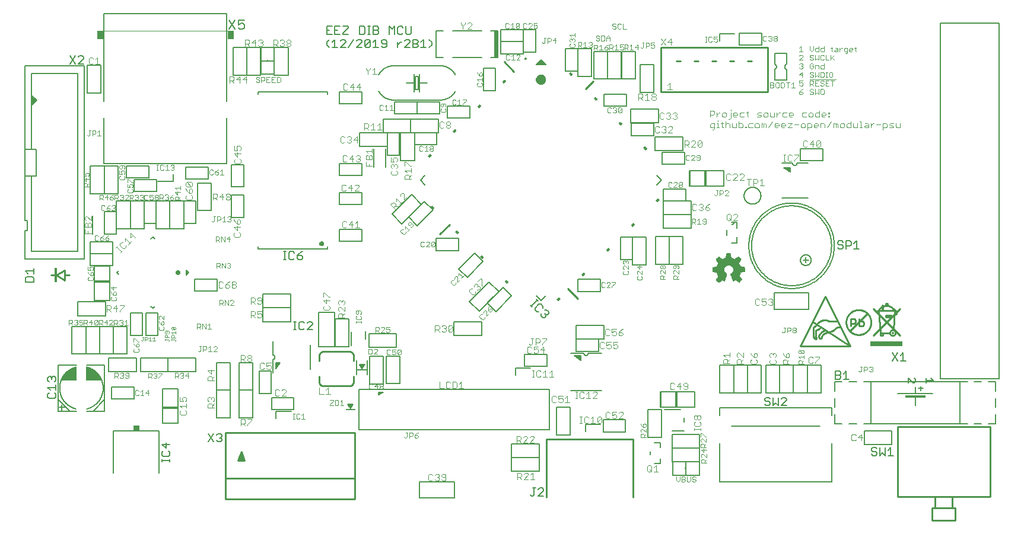
<source format=gto>
G75*
%MOIN*%
%OFA0B0*%
%FSLAX25Y25*%
%IPPOS*%
%LPD*%
%AMOC8*
5,1,8,0,0,1.08239X$1,22.5*
%
%ADD10R,0.01485X0.00015*%
%ADD11R,0.00045X0.00015*%
%ADD12R,0.00105X0.00015*%
%ADD13R,0.00165X0.00015*%
%ADD14R,0.00225X0.00015*%
%ADD15R,0.00285X0.00015*%
%ADD16R,0.00345X0.00015*%
%ADD17R,0.00405X0.00015*%
%ADD18R,0.00435X0.00015*%
%ADD19R,0.00465X0.00015*%
%ADD20R,0.00495X0.00015*%
%ADD21R,0.00540X0.00015*%
%ADD22R,0.00585X0.00015*%
%ADD23R,0.00645X0.00015*%
%ADD24R,0.00150X0.00015*%
%ADD25R,0.00675X0.00015*%
%ADD26R,0.00195X0.00015*%
%ADD27R,0.00705X0.00015*%
%ADD28R,0.00240X0.00015*%
%ADD29R,0.00735X0.00015*%
%ADD30R,0.00270X0.00015*%
%ADD31R,0.00765X0.00015*%
%ADD32R,0.00300X0.00015*%
%ADD33R,0.00810X0.00015*%
%ADD34R,0.00360X0.00015*%
%ADD35R,0.00855X0.00015*%
%ADD36R,0.00435X0.00015*%
%ADD37R,0.00915X0.00015*%
%ADD38R,0.00465X0.00015*%
%ADD39R,0.00945X0.00015*%
%ADD40R,0.00960X0.00015*%
%ADD41R,0.00525X0.00015*%
%ADD42R,0.00990X0.00015*%
%ADD43R,0.00555X0.00015*%
%ADD44R,0.01035X0.00015*%
%ADD45R,0.00600X0.00015*%
%ADD46R,0.01080X0.00015*%
%ADD47R,0.01125X0.00015*%
%ADD48R,0.01170X0.00015*%
%ADD49R,0.00720X0.00015*%
%ADD50R,0.01200X0.00015*%
%ADD51R,0.00750X0.00015*%
%ADD52R,0.01230X0.00015*%
%ADD53R,0.00780X0.00015*%
%ADD54R,0.01260X0.00015*%
%ADD55R,0.00810X0.00015*%
%ADD56R,0.01305X0.00015*%
%ADD57R,0.01365X0.00015*%
%ADD58R,0.00900X0.00015*%
%ADD59R,0.01395X0.00015*%
%ADD60R,0.01440X0.00015*%
%ADD61R,0.01470X0.00015*%
%ADD62R,0.01005X0.00015*%
%ADD63R,0.01500X0.00015*%
%ADD64R,0.01020X0.00015*%
%ADD65R,0.01530X0.00015*%
%ADD66R,0.01065X0.00015*%
%ADD67R,0.01575X0.00015*%
%ADD68R,0.01095X0.00015*%
%ADD69R,0.01635X0.00015*%
%ADD70R,0.01155X0.00015*%
%ADD71R,0.01680X0.00015*%
%ADD72R,0.01200X0.00015*%
%ADD73R,0.01710X0.00015*%
%ADD74R,0.01230X0.00015*%
%ADD75R,0.01725X0.00015*%
%ADD76R,0.01245X0.00015*%
%ADD77R,0.01755X0.00015*%
%ADD78R,0.01275X0.00015*%
%ADD79R,0.01800X0.00015*%
%ADD80R,0.01320X0.00015*%
%ADD81R,0.01860X0.00015*%
%ADD82R,0.01905X0.00015*%
%ADD83R,0.01410X0.00015*%
%ADD84R,0.01935X0.00015*%
%ADD85R,0.01455X0.00015*%
%ADD86R,0.01965X0.00015*%
%ADD87R,0.01485X0.00015*%
%ADD88R,0.01995X0.00015*%
%ADD89R,0.01515X0.00015*%
%ADD90R,0.02040X0.00015*%
%ADD91R,0.01530X0.00015*%
%ADD92R,0.02070X0.00015*%
%ADD93R,0.01575X0.00015*%
%ADD94R,0.02115X0.00015*%
%ADD95R,0.01620X0.00015*%
%ADD96R,0.02160X0.00015*%
%ADD97R,0.01665X0.00015*%
%ADD98R,0.02190X0.00015*%
%ADD99R,0.00075X0.00015*%
%ADD100R,0.01695X0.00015*%
%ADD101R,0.02220X0.00015*%
%ADD102R,0.00105X0.00015*%
%ADD103R,0.02235X0.00015*%
%ADD104R,0.00135X0.00015*%
%ADD105R,0.01755X0.00015*%
%ADD106R,0.02280X0.00015*%
%ADD107R,0.00180X0.00015*%
%ADD108R,0.01785X0.00015*%
%ADD109R,0.02340X0.00015*%
%ADD110R,0.00240X0.00015*%
%ADD111R,0.01830X0.00015*%
%ADD112R,0.02385X0.00015*%
%ADD113R,0.01890X0.00015*%
%ADD114R,0.02415X0.00015*%
%ADD115R,0.00330X0.00015*%
%ADD116R,0.00120X0.00015*%
%ADD117R,0.01920X0.00015*%
%ADD118R,0.02430X0.00015*%
%ADD119R,0.00375X0.00015*%
%ADD120R,0.02460X0.00015*%
%ADD121R,0.00405X0.00015*%
%ADD122R,0.00195X0.00015*%
%ADD123R,0.01965X0.00015*%
%ADD124R,0.02505X0.00015*%
%ADD125R,0.00210X0.00015*%
%ADD126R,0.02010X0.00015*%
%ADD127R,0.02535X0.00015*%
%ADD128R,0.00480X0.00015*%
%ADD129R,0.02580X0.00015*%
%ADD130R,0.00540X0.00015*%
%ADD131R,0.02085X0.00015*%
%ADD132R,0.02625X0.00015*%
%ADD133R,0.02130X0.00015*%
%ADD134R,0.02670X0.00015*%
%ADD135R,0.00630X0.00015*%
%ADD136R,0.02700X0.00015*%
%ADD137R,0.00660X0.00015*%
%ADD138R,0.00450X0.00015*%
%ADD139R,0.02190X0.00015*%
%ADD140R,0.02715X0.00015*%
%ADD141R,0.02205X0.00015*%
%ADD142R,0.02745X0.00015*%
%ADD143R,0.00510X0.00015*%
%ADD144R,0.02235X0.00015*%
%ADD145R,0.02775X0.00015*%
%ADD146R,0.02820X0.00015*%
%ADD147R,0.02310X0.00015*%
%ADD148R,0.02880X0.00015*%
%ADD149R,0.00855X0.00015*%
%ADD150R,0.02355X0.00015*%
%ADD151R,0.02895X0.00015*%
%ADD152R,0.00870X0.00015*%
%ADD153R,0.00660X0.00015*%
%ADD154R,0.02925X0.00015*%
%ADD155R,0.00690X0.00015*%
%ADD156R,0.02970X0.00015*%
%ADD157R,0.03000X0.00015*%
%ADD158R,0.00750X0.00015*%
%ADD159R,0.03045X0.00015*%
%ADD160R,0.01005X0.00015*%
%ADD161R,0.00780X0.00015*%
%ADD162R,0.02505X0.00015*%
%ADD163R,0.03090X0.00015*%
%ADD164R,0.01050X0.00015*%
%ADD165R,0.00825X0.00015*%
%ADD166R,0.02550X0.00015*%
%ADD167R,0.03135X0.00015*%
%ADD168R,0.01095X0.00015*%
%ADD169R,0.00870X0.00015*%
%ADD170R,0.03165X0.00015*%
%ADD171R,0.01125X0.00015*%
%ADD172R,0.02625X0.00015*%
%ADD173R,0.03195X0.00015*%
%ADD174R,0.01140X0.00015*%
%ADD175R,0.00930X0.00015*%
%ADD176R,0.02655X0.00015*%
%ADD177R,0.03210X0.00015*%
%ADD178R,0.00960X0.00015*%
%ADD179R,0.03240X0.00015*%
%ADD180R,0.02700X0.00015*%
%ADD181R,0.03285X0.00015*%
%ADD182R,0.01245X0.00015*%
%ADD183R,0.02745X0.00015*%
%ADD184R,0.03330X0.00015*%
%ADD185R,0.02790X0.00015*%
%ADD186R,0.03360X0.00015*%
%ADD187R,0.01110X0.00015*%
%ADD188R,0.02835X0.00015*%
%ADD189R,0.03390X0.00015*%
%ADD190R,0.01335X0.00015*%
%ADD191R,0.01140X0.00015*%
%ADD192R,0.02865X0.00015*%
%ADD193R,0.03420X0.00015*%
%ADD194R,0.01155X0.00015*%
%ADD195R,0.04905X0.00015*%
%ADD196R,0.04920X0.00015*%
%ADD197R,0.02940X0.00015*%
%ADD198R,0.04950X0.00015*%
%ADD199R,0.02985X0.00015*%
%ADD200R,0.04965X0.00015*%
%ADD201R,0.01275X0.00015*%
%ADD202R,0.03015X0.00015*%
%ADD203R,0.04980X0.00015*%
%ADD204R,0.03045X0.00015*%
%ADD205R,0.05010X0.00015*%
%ADD206R,0.01335X0.00015*%
%ADD207R,0.03075X0.00015*%
%ADD208R,0.01350X0.00015*%
%ADD209R,0.03105X0.00015*%
%ADD210R,0.05040X0.00015*%
%ADD211R,0.01380X0.00015*%
%ADD212R,0.05040X0.00015*%
%ADD213R,0.01410X0.00015*%
%ADD214R,0.03180X0.00015*%
%ADD215R,0.05070X0.00015*%
%ADD216R,0.03225X0.00015*%
%ADD217R,0.03255X0.00015*%
%ADD218R,0.05085X0.00015*%
%ADD219R,0.01515X0.00015*%
%ADD220R,0.03300X0.00015*%
%ADD221R,0.05100X0.00015*%
%ADD222R,0.04935X0.00015*%
%ADD223R,0.05115X0.00015*%
%ADD224R,0.04995X0.00015*%
%ADD225R,0.05130X0.00015*%
%ADD226R,0.05010X0.00015*%
%ADD227R,0.05130X0.00015*%
%ADD228R,0.05010X0.00015*%
%ADD229R,0.05025X0.00015*%
%ADD230R,0.05040X0.00015*%
%ADD231R,0.05055X0.00015*%
%ADD232R,0.05130X0.00015*%
%ADD233R,0.05085X0.00015*%
%ADD234R,0.05115X0.00015*%
%ADD235R,0.05145X0.00015*%
%ADD236R,0.05160X0.00015*%
%ADD237R,0.05130X0.00015*%
%ADD238R,0.05190X0.00015*%
%ADD239R,0.05190X0.00015*%
%ADD240R,0.05205X0.00015*%
%ADD241R,0.05220X0.00015*%
%ADD242R,0.05070X0.00015*%
%ADD243R,0.05085X0.00015*%
%ADD244R,0.05205X0.00015*%
%ADD245R,0.05220X0.00015*%
%ADD246R,0.05055X0.00015*%
%ADD247R,0.05025X0.00015*%
%ADD248R,0.05205X0.00015*%
%ADD249R,0.05025X0.00015*%
%ADD250R,0.05190X0.00015*%
%ADD251R,0.05190X0.00015*%
%ADD252R,0.04995X0.00015*%
%ADD253R,0.05175X0.00015*%
%ADD254R,0.04950X0.00015*%
%ADD255R,0.05145X0.00015*%
%ADD256R,0.05145X0.00015*%
%ADD257R,0.04920X0.00015*%
%ADD258R,0.04905X0.00015*%
%ADD259R,0.04905X0.00015*%
%ADD260R,0.05115X0.00015*%
%ADD261R,0.04890X0.00015*%
%ADD262R,0.04890X0.00015*%
%ADD263R,0.04875X0.00015*%
%ADD264R,0.04845X0.00015*%
%ADD265R,0.04830X0.00015*%
%ADD266R,0.04830X0.00015*%
%ADD267R,0.05070X0.00015*%
%ADD268R,0.04830X0.00015*%
%ADD269R,0.04815X0.00015*%
%ADD270R,0.04800X0.00015*%
%ADD271R,0.04800X0.00015*%
%ADD272R,0.05010X0.00015*%
%ADD273R,0.04785X0.00015*%
%ADD274R,0.04770X0.00015*%
%ADD275R,0.04770X0.00015*%
%ADD276R,0.04755X0.00015*%
%ADD277R,0.04740X0.00015*%
%ADD278R,0.04725X0.00015*%
%ADD279R,0.04725X0.00015*%
%ADD280R,0.04980X0.00015*%
%ADD281R,0.04710X0.00015*%
%ADD282R,0.04725X0.00015*%
%ADD283R,0.04710X0.00015*%
%ADD284R,0.04695X0.00015*%
%ADD285R,0.04680X0.00015*%
%ADD286R,0.04695X0.00015*%
%ADD287R,0.04680X0.00015*%
%ADD288R,0.04905X0.00015*%
%ADD289R,0.04665X0.00015*%
%ADD290R,0.04650X0.00015*%
%ADD291R,0.04635X0.00015*%
%ADD292R,0.04620X0.00015*%
%ADD293R,0.04620X0.00015*%
%ADD294R,0.04890X0.00015*%
%ADD295R,0.04605X0.00015*%
%ADD296R,0.04605X0.00015*%
%ADD297R,0.04590X0.00015*%
%ADD298R,0.04845X0.00015*%
%ADD299R,0.04575X0.00015*%
%ADD300R,0.04590X0.00015*%
%ADD301R,0.04575X0.00015*%
%ADD302R,0.04845X0.00015*%
%ADD303R,0.04560X0.00015*%
%ADD304R,0.04545X0.00015*%
%ADD305R,0.04530X0.00015*%
%ADD306R,0.04515X0.00015*%
%ADD307R,0.04530X0.00015*%
%ADD308R,0.04500X0.00015*%
%ADD309R,0.04515X0.00015*%
%ADD310R,0.04785X0.00015*%
%ADD311R,0.04485X0.00015*%
%ADD312R,0.04755X0.00015*%
%ADD313R,0.04470X0.00015*%
%ADD314R,0.04740X0.00015*%
%ADD315R,0.04485X0.00015*%
%ADD316R,0.04755X0.00015*%
%ADD317R,0.04545X0.00015*%
%ADD318R,0.04695X0.00015*%
%ADD319R,0.04680X0.00015*%
%ADD320R,0.04665X0.00015*%
%ADD321R,0.04725X0.00015*%
%ADD322R,0.04680X0.00015*%
%ADD323R,0.04860X0.00015*%
%ADD324R,0.04740X0.00015*%
%ADD325R,0.04875X0.00015*%
%ADD326R,0.04965X0.00015*%
%ADD327R,0.04860X0.00015*%
%ADD328R,0.04995X0.00015*%
%ADD329R,0.04875X0.00015*%
%ADD330R,0.04980X0.00015*%
%ADD331R,0.05235X0.00015*%
%ADD332R,0.05235X0.00015*%
%ADD333R,0.05250X0.00015*%
%ADD334R,0.05280X0.00015*%
%ADD335R,0.05295X0.00015*%
%ADD336R,0.05325X0.00015*%
%ADD337R,0.05340X0.00015*%
%ADD338R,0.05235X0.00015*%
%ADD339R,0.05355X0.00015*%
%ADD340R,0.05370X0.00015*%
%ADD341R,0.05265X0.00015*%
%ADD342R,0.05370X0.00015*%
%ADD343R,0.05280X0.00015*%
%ADD344R,0.05385X0.00015*%
%ADD345R,0.05295X0.00015*%
%ADD346R,0.05400X0.00015*%
%ADD347R,0.05415X0.00015*%
%ADD348R,0.05310X0.00015*%
%ADD349R,0.05430X0.00015*%
%ADD350R,0.05445X0.00015*%
%ADD351R,0.05460X0.00015*%
%ADD352R,0.05355X0.00015*%
%ADD353R,0.05475X0.00015*%
%ADD354R,0.05505X0.00015*%
%ADD355R,0.05520X0.00015*%
%ADD356R,0.05535X0.00015*%
%ADD357R,0.05550X0.00015*%
%ADD358R,0.05550X0.00015*%
%ADD359R,0.05475X0.00015*%
%ADD360R,0.05490X0.00015*%
%ADD361R,0.05475X0.00015*%
%ADD362R,0.05385X0.00015*%
%ADD363R,0.05370X0.00015*%
%ADD364R,0.05325X0.00015*%
%ADD365R,0.05310X0.00015*%
%ADD366R,0.05265X0.00015*%
%ADD367R,0.05175X0.00015*%
%ADD368R,0.04980X0.00015*%
%ADD369R,0.04965X0.00015*%
%ADD370R,0.04860X0.00015*%
%ADD371R,0.04845X0.00015*%
%ADD372R,0.04815X0.00015*%
%ADD373R,0.04770X0.00015*%
%ADD374R,0.05295X0.00015*%
%ADD375R,0.04635X0.00015*%
%ADD376R,0.05610X0.00015*%
%ADD377R,0.05700X0.00015*%
%ADD378R,0.05760X0.00015*%
%ADD379R,0.05805X0.00015*%
%ADD380R,0.05850X0.00015*%
%ADD381R,0.05895X0.00015*%
%ADD382R,0.06000X0.00015*%
%ADD383R,0.06135X0.00015*%
%ADD384R,0.06225X0.00015*%
%ADD385R,0.06300X0.00015*%
%ADD386R,0.06330X0.00015*%
%ADD387R,0.06375X0.00015*%
%ADD388R,0.06450X0.00015*%
%ADD389R,0.06570X0.00015*%
%ADD390R,0.05565X0.00015*%
%ADD391R,0.06690X0.00015*%
%ADD392R,0.06735X0.00015*%
%ADD393R,0.05790X0.00015*%
%ADD394R,0.06765X0.00015*%
%ADD395R,0.05850X0.00015*%
%ADD396R,0.06780X0.00015*%
%ADD397R,0.05895X0.00015*%
%ADD398R,0.06795X0.00015*%
%ADD399R,0.05955X0.00015*%
%ADD400R,0.06810X0.00015*%
%ADD401R,0.06060X0.00015*%
%ADD402R,0.06195X0.00015*%
%ADD403R,0.06825X0.00015*%
%ADD404R,0.06330X0.00015*%
%ADD405R,0.06840X0.00015*%
%ADD406R,0.06390X0.00015*%
%ADD407R,0.06495X0.00015*%
%ADD408R,0.06840X0.00015*%
%ADD409R,0.06555X0.00015*%
%ADD410R,0.06825X0.00015*%
%ADD411R,0.06645X0.00015*%
%ADD412R,0.06825X0.00015*%
%ADD413R,0.06705X0.00015*%
%ADD414R,0.06705X0.00015*%
%ADD415R,0.06810X0.00015*%
%ADD416R,0.06720X0.00015*%
%ADD417R,0.06795X0.00015*%
%ADD418R,0.06750X0.00015*%
%ADD419R,0.06765X0.00015*%
%ADD420R,0.06795X0.00015*%
%ADD421R,0.06780X0.00015*%
%ADD422R,0.06780X0.00015*%
%ADD423R,0.06750X0.00015*%
%ADD424R,0.06720X0.00015*%
%ADD425R,0.06720X0.00015*%
%ADD426R,0.06705X0.00015*%
%ADD427R,0.06705X0.00015*%
%ADD428R,0.06690X0.00015*%
%ADD429R,0.06675X0.00015*%
%ADD430R,0.06690X0.00015*%
%ADD431R,0.06675X0.00015*%
%ADD432R,0.06675X0.00015*%
%ADD433R,0.06660X0.00015*%
%ADD434R,0.06675X0.00015*%
%ADD435R,0.06660X0.00015*%
%ADD436R,0.06660X0.00015*%
%ADD437R,0.06645X0.00015*%
%ADD438R,0.06630X0.00015*%
%ADD439R,0.06660X0.00015*%
%ADD440R,0.06630X0.00015*%
%ADD441R,0.06645X0.00015*%
%ADD442R,0.06735X0.00015*%
%ADD443R,0.06765X0.00015*%
%ADD444R,0.06780X0.00015*%
%ADD445R,0.06825X0.00015*%
%ADD446R,0.06855X0.00015*%
%ADD447R,0.06855X0.00015*%
%ADD448R,0.06870X0.00015*%
%ADD449R,0.06885X0.00015*%
%ADD450R,0.06525X0.00015*%
%ADD451R,0.06405X0.00015*%
%ADD452R,0.06255X0.00015*%
%ADD453R,0.06165X0.00015*%
%ADD454R,0.06870X0.00015*%
%ADD455R,0.06120X0.00015*%
%ADD456R,0.06885X0.00015*%
%ADD457R,0.06060X0.00015*%
%ADD458R,0.06015X0.00015*%
%ADD459R,0.05910X0.00015*%
%ADD460R,0.05670X0.00015*%
%ADD461R,0.05595X0.00015*%
%ADD462R,0.06585X0.00015*%
%ADD463R,0.05160X0.00015*%
%ADD464R,0.06390X0.00015*%
%ADD465R,0.05025X0.00015*%
%ADD466R,0.06330X0.00015*%
%ADD467R,0.06075X0.00015*%
%ADD468R,0.05820X0.00015*%
%ADD469R,0.05775X0.00015*%
%ADD470R,0.05685X0.00015*%
%ADD471R,0.05460X0.00015*%
%ADD472R,0.04860X0.00015*%
%ADD473R,0.04935X0.00015*%
%ADD474R,0.05160X0.00015*%
%ADD475R,0.05325X0.00015*%
%ADD476R,0.05340X0.00015*%
%ADD477R,0.05355X0.00015*%
%ADD478R,0.05430X0.00015*%
%ADD479R,0.05535X0.00015*%
%ADD480R,0.05595X0.00015*%
%ADD481R,0.05640X0.00015*%
%ADD482R,0.05640X0.00015*%
%ADD483R,0.05670X0.00015*%
%ADD484R,0.05685X0.00015*%
%ADD485R,0.05700X0.00015*%
%ADD486R,0.05715X0.00015*%
%ADD487R,0.05715X0.00015*%
%ADD488R,0.05730X0.00015*%
%ADD489R,0.05745X0.00015*%
%ADD490R,0.05760X0.00015*%
%ADD491R,0.06000X0.00015*%
%ADD492R,0.06105X0.00015*%
%ADD493R,0.06180X0.00015*%
%ADD494R,0.06210X0.00015*%
%ADD495R,0.12690X0.00015*%
%ADD496R,0.12675X0.00015*%
%ADD497R,0.12660X0.00015*%
%ADD498R,0.12660X0.00015*%
%ADD499R,0.12645X0.00015*%
%ADD500R,0.12615X0.00015*%
%ADD501R,0.12600X0.00015*%
%ADD502R,0.12585X0.00015*%
%ADD503R,0.12555X0.00015*%
%ADD504R,0.12540X0.00015*%
%ADD505R,0.12525X0.00015*%
%ADD506R,0.12510X0.00015*%
%ADD507R,0.12510X0.00015*%
%ADD508R,0.12480X0.00015*%
%ADD509R,0.12450X0.00015*%
%ADD510R,0.12435X0.00015*%
%ADD511R,0.12420X0.00015*%
%ADD512R,0.12390X0.00015*%
%ADD513R,0.12375X0.00015*%
%ADD514R,0.12360X0.00015*%
%ADD515R,0.12330X0.00015*%
%ADD516R,0.12300X0.00015*%
%ADD517R,0.12285X0.00015*%
%ADD518R,0.12270X0.00015*%
%ADD519R,0.12255X0.00015*%
%ADD520R,0.12240X0.00015*%
%ADD521R,0.12225X0.00015*%
%ADD522R,0.12195X0.00015*%
%ADD523R,0.12165X0.00015*%
%ADD524R,0.12150X0.00015*%
%ADD525R,0.12135X0.00015*%
%ADD526R,0.12120X0.00015*%
%ADD527R,0.12090X0.00015*%
%ADD528R,0.12075X0.00015*%
%ADD529R,0.12060X0.00015*%
%ADD530R,0.12045X0.00015*%
%ADD531R,0.12015X0.00015*%
%ADD532R,0.12000X0.00015*%
%ADD533R,0.11985X0.00015*%
%ADD534R,0.11955X0.00015*%
%ADD535R,0.11940X0.00015*%
%ADD536R,0.11925X0.00015*%
%ADD537R,0.11910X0.00015*%
%ADD538R,0.11910X0.00015*%
%ADD539R,0.11880X0.00015*%
%ADD540R,0.11850X0.00015*%
%ADD541R,0.11835X0.00015*%
%ADD542R,0.11805X0.00015*%
%ADD543R,0.11775X0.00015*%
%ADD544R,0.11760X0.00015*%
%ADD545R,0.11745X0.00015*%
%ADD546R,0.11730X0.00015*%
%ADD547R,0.11700X0.00015*%
%ADD548R,0.11700X0.00015*%
%ADD549R,0.11685X0.00015*%
%ADD550R,0.11655X0.00015*%
%ADD551R,0.11640X0.00015*%
%ADD552R,0.11625X0.00015*%
%ADD553R,0.11625X0.00015*%
%ADD554R,0.11670X0.00015*%
%ADD555R,0.11715X0.00015*%
%ADD556R,0.11790X0.00015*%
%ADD557R,0.11820X0.00015*%
%ADD558R,0.11820X0.00015*%
%ADD559R,0.11880X0.00015*%
%ADD560R,0.11895X0.00015*%
%ADD561R,0.11970X0.00015*%
%ADD562R,0.12045X0.00015*%
%ADD563R,0.12075X0.00015*%
%ADD564R,0.12105X0.00015*%
%ADD565R,0.12135X0.00015*%
%ADD566R,0.12165X0.00015*%
%ADD567R,0.12180X0.00015*%
%ADD568R,0.12195X0.00015*%
%ADD569R,0.12210X0.00015*%
%ADD570R,0.12225X0.00015*%
%ADD571R,0.12255X0.00015*%
%ADD572R,0.12360X0.00015*%
%ADD573R,0.12390X0.00015*%
%ADD574R,0.12405X0.00015*%
%ADD575R,0.12435X0.00015*%
%ADD576R,0.12480X0.00015*%
%ADD577R,0.12480X0.00015*%
%ADD578R,0.12510X0.00015*%
%ADD579R,0.12570X0.00015*%
%ADD580R,0.12630X0.00015*%
%ADD581R,0.12675X0.00015*%
%ADD582R,0.12705X0.00015*%
%ADD583R,0.12735X0.00015*%
%ADD584R,0.12750X0.00015*%
%ADD585R,0.12780X0.00015*%
%ADD586R,0.12795X0.00015*%
%ADD587R,0.12810X0.00015*%
%ADD588R,0.12840X0.00015*%
%ADD589R,0.12855X0.00015*%
%ADD590R,0.12885X0.00015*%
%ADD591R,0.12900X0.00015*%
%ADD592R,0.12915X0.00015*%
%ADD593R,0.12945X0.00015*%
%ADD594R,0.12960X0.00015*%
%ADD595R,0.12990X0.00015*%
%ADD596R,0.13005X0.00015*%
%ADD597R,0.13020X0.00015*%
%ADD598R,0.13035X0.00015*%
%ADD599R,0.13065X0.00015*%
%ADD600R,0.13080X0.00015*%
%ADD601R,0.13110X0.00015*%
%ADD602R,0.13125X0.00015*%
%ADD603R,0.13155X0.00015*%
%ADD604R,0.13170X0.00015*%
%ADD605R,0.13200X0.00015*%
%ADD606R,0.13230X0.00015*%
%ADD607R,0.13260X0.00015*%
%ADD608R,0.13290X0.00015*%
%ADD609R,0.13320X0.00015*%
%ADD610R,0.13350X0.00015*%
%ADD611R,0.13365X0.00015*%
%ADD612R,0.13395X0.00015*%
%ADD613R,0.13425X0.00015*%
%ADD614R,0.13455X0.00015*%
%ADD615R,0.13470X0.00015*%
%ADD616R,0.13500X0.00015*%
%ADD617R,0.13530X0.00015*%
%ADD618R,0.13560X0.00015*%
%ADD619R,0.13575X0.00015*%
%ADD620R,0.13605X0.00015*%
%ADD621R,0.13635X0.00015*%
%ADD622R,0.13650X0.00015*%
%ADD623R,0.13680X0.00015*%
%ADD624R,0.13695X0.00015*%
%ADD625R,0.13725X0.00015*%
%ADD626R,0.13740X0.00015*%
%ADD627R,0.13770X0.00015*%
%ADD628R,0.13785X0.00015*%
%ADD629R,0.13800X0.00015*%
%ADD630R,0.13830X0.00015*%
%ADD631R,0.13860X0.00015*%
%ADD632R,0.13875X0.00015*%
%ADD633R,0.13905X0.00015*%
%ADD634R,0.13935X0.00015*%
%ADD635R,0.13950X0.00015*%
%ADD636R,0.13980X0.00015*%
%ADD637R,0.14010X0.00015*%
%ADD638R,0.14025X0.00015*%
%ADD639R,0.14055X0.00015*%
%ADD640R,0.14070X0.00015*%
%ADD641R,0.14085X0.00015*%
%ADD642R,0.14115X0.00015*%
%ADD643R,0.14145X0.00015*%
%ADD644R,0.14160X0.00015*%
%ADD645R,0.14190X0.00015*%
%ADD646R,0.14205X0.00015*%
%ADD647R,0.14220X0.00015*%
%ADD648R,0.14235X0.00015*%
%ADD649R,0.14265X0.00015*%
%ADD650R,0.14280X0.00015*%
%ADD651R,0.14295X0.00015*%
%ADD652R,0.14295X0.00015*%
%ADD653R,0.14250X0.00015*%
%ADD654R,0.14205X0.00015*%
%ADD655R,0.14175X0.00015*%
%ADD656R,0.14160X0.00015*%
%ADD657R,0.14130X0.00015*%
%ADD658R,0.14100X0.00015*%
%ADD659R,0.14040X0.00015*%
%ADD660R,0.14010X0.00015*%
%ADD661R,0.03465X0.00015*%
%ADD662R,0.10440X0.00015*%
%ADD663R,0.03420X0.00015*%
%ADD664R,0.10395X0.00015*%
%ADD665R,0.03375X0.00015*%
%ADD666R,0.10335X0.00015*%
%ADD667R,0.03570X0.00015*%
%ADD668R,0.06600X0.00015*%
%ADD669R,0.03525X0.00015*%
%ADD670R,0.03270X0.00015*%
%ADD671R,0.03495X0.00015*%
%ADD672R,0.03210X0.00015*%
%ADD673R,0.06480X0.00015*%
%ADD674R,0.03435X0.00015*%
%ADD675R,0.03165X0.00015*%
%ADD676R,0.03390X0.00015*%
%ADD677R,0.03120X0.00015*%
%ADD678R,0.06315X0.00015*%
%ADD679R,0.03345X0.00015*%
%ADD680R,0.03090X0.00015*%
%ADD681R,0.03075X0.00015*%
%ADD682R,0.06225X0.00015*%
%ADD683R,0.03270X0.00015*%
%ADD684R,0.06180X0.00015*%
%ADD685R,0.02970X0.00015*%
%ADD686R,0.06075X0.00015*%
%ADD687R,0.03195X0.00015*%
%ADD688R,0.02925X0.00015*%
%ADD689R,0.05985X0.00015*%
%ADD690R,0.03135X0.00015*%
%ADD691R,0.02850X0.00015*%
%ADD692R,0.05835X0.00015*%
%ADD693R,0.03030X0.00015*%
%ADD694R,0.02805X0.00015*%
%ADD695R,0.02730X0.00015*%
%ADD696R,0.05625X0.00015*%
%ADD697R,0.02925X0.00015*%
%ADD698R,0.02640X0.00015*%
%ADD699R,0.02595X0.00015*%
%ADD700R,0.02565X0.00015*%
%ADD701R,0.02760X0.00015*%
%ADD702R,0.02520X0.00015*%
%ADD703R,0.02730X0.00015*%
%ADD704R,0.02475X0.00015*%
%ADD705R,0.02685X0.00015*%
%ADD706R,0.02445X0.00015*%
%ADD707R,0.02400X0.00015*%
%ADD708R,0.02370X0.00015*%
%ADD709R,0.02565X0.00015*%
%ADD710R,0.02340X0.00015*%
%ADD711R,0.02325X0.00015*%
%ADD712R,0.02505X0.00015*%
%ADD713R,0.02280X0.00015*%
%ADD714R,0.02460X0.00015*%
%ADD715R,0.04560X0.00015*%
%ADD716R,0.02190X0.00015*%
%ADD717R,0.04440X0.00015*%
%ADD718R,0.02370X0.00015*%
%ADD719R,0.02145X0.00015*%
%ADD720R,0.04365X0.00015*%
%ADD721R,0.04320X0.00015*%
%ADD722R,0.02310X0.00015*%
%ADD723R,0.02100X0.00015*%
%ADD724R,0.04260X0.00015*%
%ADD725R,0.04200X0.00015*%
%ADD726R,0.02265X0.00015*%
%ADD727R,0.02040X0.00015*%
%ADD728R,0.04095X0.00015*%
%ADD729R,0.02220X0.00015*%
%ADD730R,0.03915X0.00015*%
%ADD731R,0.02175X0.00015*%
%ADD732R,0.03765X0.00015*%
%ADD733R,0.03675X0.00015*%
%ADD734R,0.01890X0.00015*%
%ADD735R,0.03615X0.00015*%
%ADD736R,0.02055X0.00015*%
%ADD737R,0.01860X0.00015*%
%ADD738R,0.03555X0.00015*%
%ADD739R,0.01815X0.00015*%
%ADD740R,0.03450X0.00015*%
%ADD741R,0.01725X0.00015*%
%ADD742R,0.03315X0.00015*%
%ADD743R,0.01905X0.00015*%
%ADD744R,0.01680X0.00015*%
%ADD745R,0.01650X0.00015*%
%ADD746R,0.01620X0.00015*%
%ADD747R,0.01590X0.00015*%
%ADD748R,0.01770X0.00015*%
%ADD749R,0.01560X0.00015*%
%ADD750R,0.03240X0.00015*%
%ADD751R,0.01740X0.00015*%
%ADD752R,0.01665X0.00015*%
%ADD753R,0.01455X0.00015*%
%ADD754R,0.01635X0.00015*%
%ADD755R,0.01410X0.00015*%
%ADD756R,0.01395X0.00015*%
%ADD757R,0.01365X0.00015*%
%ADD758R,0.01335X0.00015*%
%ADD759R,0.01290X0.00015*%
%ADD760R,0.03210X0.00015*%
%ADD761R,0.01455X0.00015*%
%ADD762R,0.01185X0.00015*%
%ADD763R,0.01290X0.00015*%
%ADD764R,0.01110X0.00015*%
%ADD765R,0.01260X0.00015*%
%ADD766R,0.03180X0.00015*%
%ADD767R,0.00975X0.00015*%
%ADD768R,0.03150X0.00015*%
%ADD769R,0.00885X0.00015*%
%ADD770R,0.03150X0.00015*%
%ADD771R,0.01050X0.00015*%
%ADD772R,0.00795X0.00015*%
%ADD773R,0.00885X0.00015*%
%ADD774R,0.00690X0.00015*%
%ADD775R,0.00840X0.00015*%
%ADD776R,0.00570X0.00015*%
%ADD777R,0.00525X0.00015*%
%ADD778R,0.03105X0.00015*%
%ADD779R,0.00660X0.00015*%
%ADD780R,0.00615X0.00015*%
%ADD781R,0.00420X0.00015*%
%ADD782R,0.00555X0.00015*%
%ADD783R,0.00390X0.00015*%
%ADD784R,0.00525X0.00015*%
%ADD785R,0.00360X0.00015*%
%ADD786R,0.00495X0.00015*%
%ADD787R,0.03075X0.00015*%
%ADD788R,0.00450X0.00015*%
%ADD789R,0.00225X0.00015*%
%ADD790R,0.00345X0.00015*%
%ADD791R,0.00255X0.00015*%
%ADD792R,0.03060X0.00015*%
%ADD793R,0.00180X0.00015*%
%ADD794R,0.00075X0.00015*%
%ADD795R,0.03000X0.00015*%
%ADD796R,0.02955X0.00015*%
%ADD797R,0.02940X0.00015*%
%ADD798R,0.02940X0.00015*%
%ADD799R,0.02910X0.00015*%
%ADD800R,0.02910X0.00015*%
%ADD801R,0.02865X0.00015*%
%ADD802R,0.02805X0.00015*%
%ADD803R,0.02775X0.00015*%
%ADD804R,0.02760X0.00015*%
%ADD805R,0.02655X0.00015*%
%ADD806R,0.02640X0.00015*%
%ADD807R,0.02610X0.00015*%
%ADD808R,0.02595X0.00015*%
%ADD809R,0.02535X0.00015*%
%ADD810R,0.02475X0.00015*%
%ADD811R,0.02175X0.00015*%
%ADD812R,0.01575X0.00015*%
%ADD813C,0.00300*%
%ADD814C,0.00500*%
%ADD815C,0.00400*%
%ADD816C,0.01000*%
%ADD817R,0.18000X0.03000*%
%ADD818C,0.00600*%
%ADD819C,0.00100*%
%ADD820R,0.01750X0.09000*%
%ADD821R,0.00600X0.09000*%
%ADD822R,0.11811X0.01181*%
%ADD823R,0.01181X0.08268*%
%ADD824C,0.00800*%
%ADD825R,0.03400X0.03000*%
%ADD826R,0.09000X0.01750*%
%ADD827R,0.09000X0.00600*%
%ADD828R,0.00787X0.00787*%
%ADD829C,0.00039*%
%ADD830R,0.03642X0.04500*%
%ADD831C,0.00200*%
%ADD832R,0.05512X0.00787*%
%ADD833R,0.01969X0.14961*%
D10*
X0450198Y0284969D03*
D11*
X0455513Y0280129D03*
X0458693Y0279424D03*
X0447308Y0279259D03*
D12*
X0447308Y0279274D03*
D13*
X0447308Y0279289D03*
D14*
X0447308Y0279304D03*
D15*
X0447308Y0279319D03*
X0447398Y0293704D03*
D16*
X0455558Y0280219D03*
X0447308Y0279333D03*
D17*
X0447308Y0279348D03*
X0455573Y0280233D03*
D18*
X0447308Y0279364D03*
D19*
X0447308Y0279379D03*
D20*
X0447308Y0279394D03*
X0458693Y0279559D03*
D21*
X0447315Y0279409D03*
D22*
X0447323Y0279424D03*
X0450338Y0280233D03*
X0455648Y0280324D03*
D23*
X0455663Y0280339D03*
X0458678Y0279619D03*
X0447323Y0279439D03*
D24*
X0455505Y0280159D03*
X0458700Y0279439D03*
D25*
X0458678Y0279633D03*
X0450308Y0280279D03*
X0447323Y0279454D03*
D26*
X0458693Y0279454D03*
D27*
X0455693Y0280383D03*
X0450293Y0280294D03*
X0447323Y0279469D03*
D28*
X0458701Y0279469D03*
D29*
X0447323Y0279483D03*
D30*
X0455536Y0280204D03*
X0458701Y0279483D03*
D31*
X0450278Y0280309D03*
X0447323Y0279498D03*
D32*
X0450436Y0280129D03*
X0458701Y0279498D03*
X0458325Y0293748D03*
D33*
X0447330Y0279514D03*
D34*
X0458701Y0279514D03*
D35*
X0458663Y0279709D03*
X0447338Y0279529D03*
D36*
X0450398Y0280189D03*
X0455588Y0280248D03*
X0458693Y0279529D03*
D37*
X0455753Y0280459D03*
X0450218Y0280383D03*
X0447338Y0279544D03*
X0447428Y0293448D03*
D38*
X0447413Y0293629D03*
X0458693Y0279544D03*
D39*
X0458663Y0279739D03*
X0450203Y0280398D03*
X0447338Y0279559D03*
X0458303Y0293509D03*
X0452723Y0295624D03*
D40*
X0447345Y0279574D03*
D41*
X0458693Y0279574D03*
D42*
X0458655Y0279754D03*
X0455776Y0280504D03*
X0447346Y0279589D03*
X0458296Y0293494D03*
D43*
X0458693Y0279589D03*
D44*
X0447353Y0279604D03*
D45*
X0458686Y0279604D03*
X0447421Y0293583D03*
D46*
X0458296Y0293448D03*
X0455805Y0280533D03*
X0447346Y0279619D03*
D47*
X0447353Y0279633D03*
D48*
X0447360Y0279648D03*
X0450136Y0280489D03*
X0455836Y0280594D03*
X0458280Y0293419D03*
D49*
X0458311Y0293598D03*
X0458670Y0279648D03*
D50*
X0447360Y0279664D03*
D51*
X0458670Y0279664D03*
D52*
X0447360Y0279679D03*
X0447451Y0293329D03*
X0458280Y0293404D03*
D53*
X0458311Y0293569D03*
X0458670Y0279679D03*
D54*
X0447361Y0279694D03*
D55*
X0450255Y0280324D03*
X0458670Y0279694D03*
X0458311Y0293554D03*
D56*
X0455888Y0280654D03*
X0447368Y0279709D03*
D57*
X0447368Y0279724D03*
X0450068Y0280579D03*
X0458633Y0279919D03*
D58*
X0458656Y0279724D03*
X0450225Y0280369D03*
D59*
X0447368Y0279739D03*
D60*
X0447376Y0279754D03*
D61*
X0447376Y0279769D03*
X0455926Y0280744D03*
D62*
X0458648Y0279769D03*
D63*
X0447375Y0279783D03*
X0447465Y0293224D03*
X0458265Y0293298D03*
D64*
X0458296Y0293479D03*
X0447435Y0293419D03*
X0458655Y0279783D03*
D65*
X0447376Y0279798D03*
D66*
X0458648Y0279798D03*
D67*
X0447383Y0279814D03*
D68*
X0458648Y0279814D03*
D69*
X0447383Y0279829D03*
D70*
X0458648Y0279829D03*
D71*
X0447390Y0279844D03*
D72*
X0450136Y0280504D03*
X0455851Y0280609D03*
X0458641Y0279844D03*
D73*
X0447390Y0279859D03*
D74*
X0458640Y0279859D03*
D75*
X0458603Y0280069D03*
X0447398Y0279874D03*
D76*
X0458633Y0279874D03*
D77*
X0447398Y0279889D03*
D78*
X0450098Y0280533D03*
X0458633Y0279889D03*
D79*
X0447391Y0279904D03*
X0458251Y0293179D03*
D80*
X0458281Y0293359D03*
X0458626Y0279904D03*
X0450090Y0280548D03*
D81*
X0447405Y0279919D03*
D82*
X0447413Y0279933D03*
X0447488Y0293059D03*
D83*
X0458626Y0279933D03*
D84*
X0458588Y0280159D03*
X0447413Y0279948D03*
X0447488Y0293044D03*
X0452903Y0295594D03*
D85*
X0455918Y0280729D03*
X0458618Y0279948D03*
D86*
X0447413Y0279964D03*
D87*
X0458618Y0279964D03*
D88*
X0447413Y0279979D03*
X0447488Y0293029D03*
D89*
X0458618Y0279979D03*
D90*
X0458580Y0280204D03*
X0447421Y0279994D03*
X0458236Y0293089D03*
D91*
X0458265Y0293283D03*
X0458610Y0279994D03*
D92*
X0447421Y0280009D03*
X0447495Y0292998D03*
D93*
X0458618Y0280009D03*
D94*
X0447428Y0280024D03*
D95*
X0458611Y0280024D03*
D96*
X0458565Y0280248D03*
X0447436Y0280039D03*
D97*
X0458603Y0280039D03*
D98*
X0447436Y0280054D03*
D99*
X0450488Y0280054D03*
D100*
X0458603Y0280054D03*
D101*
X0447435Y0280069D03*
D102*
X0450488Y0280069D03*
D103*
X0447443Y0280083D03*
X0447503Y0292924D03*
X0452918Y0295548D03*
D104*
X0450488Y0280083D03*
D105*
X0458603Y0280083D03*
D106*
X0458551Y0280309D03*
X0447451Y0280098D03*
D107*
X0450465Y0280098D03*
D108*
X0458603Y0280098D03*
X0447473Y0293119D03*
D109*
X0447451Y0280114D03*
D110*
X0450451Y0280114D03*
D111*
X0458595Y0280114D03*
X0458251Y0293164D03*
D112*
X0458543Y0280354D03*
X0447458Y0280129D03*
D113*
X0458596Y0280129D03*
D114*
X0458543Y0280369D03*
X0447458Y0280144D03*
X0458198Y0292924D03*
D115*
X0447406Y0293689D03*
X0450421Y0280144D03*
D116*
X0455505Y0280144D03*
X0447405Y0293733D03*
D117*
X0458596Y0280144D03*
D118*
X0458536Y0280383D03*
X0447465Y0280159D03*
X0452910Y0295474D03*
D119*
X0450413Y0280159D03*
D120*
X0447465Y0280174D03*
X0458536Y0280398D03*
D121*
X0450413Y0280174D03*
D122*
X0455513Y0280174D03*
D123*
X0458588Y0280174D03*
X0458243Y0293119D03*
D124*
X0447473Y0280189D03*
D125*
X0455520Y0280189D03*
D126*
X0458580Y0280189D03*
X0458236Y0293104D03*
D127*
X0458183Y0292879D03*
X0452903Y0295219D03*
X0452903Y0295233D03*
X0452903Y0295248D03*
X0452903Y0295279D03*
X0447473Y0280204D03*
D128*
X0450390Y0280204D03*
X0455596Y0280279D03*
X0458326Y0293689D03*
D129*
X0458176Y0292848D03*
X0452911Y0295144D03*
X0458520Y0280444D03*
X0447481Y0280219D03*
D130*
X0450361Y0280219D03*
X0455626Y0280309D03*
D131*
X0458573Y0280219D03*
X0458228Y0293059D03*
D132*
X0447488Y0280233D03*
D133*
X0458565Y0280233D03*
X0458221Y0293044D03*
X0447495Y0292969D03*
D134*
X0447556Y0292729D03*
X0452895Y0294933D03*
X0452895Y0294948D03*
X0458506Y0280489D03*
X0447495Y0280248D03*
D135*
X0450330Y0280248D03*
X0447421Y0293569D03*
D136*
X0452895Y0294814D03*
X0447495Y0280264D03*
D137*
X0450315Y0280264D03*
D138*
X0455596Y0280264D03*
D139*
X0458565Y0280264D03*
D140*
X0447503Y0280279D03*
X0452903Y0294709D03*
X0452903Y0294724D03*
X0452903Y0294739D03*
X0452903Y0294754D03*
X0452903Y0294769D03*
D141*
X0458558Y0280279D03*
D142*
X0447503Y0280294D03*
X0452903Y0294633D03*
D143*
X0455611Y0280294D03*
D144*
X0458558Y0280294D03*
D145*
X0447503Y0280309D03*
X0447563Y0292698D03*
X0458153Y0292774D03*
D146*
X0452896Y0294469D03*
X0452896Y0294483D03*
X0447570Y0292669D03*
X0447511Y0280324D03*
D147*
X0458551Y0280324D03*
D148*
X0458490Y0280579D03*
X0447511Y0280339D03*
X0447570Y0292639D03*
X0452896Y0294259D03*
X0452896Y0294274D03*
X0452896Y0294289D03*
X0452896Y0294304D03*
X0452896Y0294319D03*
X0452896Y0294333D03*
X0452896Y0294348D03*
X0458146Y0292729D03*
D149*
X0450233Y0280339D03*
D150*
X0458543Y0280339D03*
D151*
X0458483Y0280594D03*
X0447518Y0280354D03*
D152*
X0450226Y0280354D03*
D153*
X0455671Y0280354D03*
X0447421Y0293554D03*
D154*
X0447518Y0280369D03*
D155*
X0455686Y0280369D03*
D156*
X0447526Y0280383D03*
D157*
X0447525Y0280398D03*
X0458130Y0292683D03*
X0452880Y0293898D03*
X0452880Y0293929D03*
X0452880Y0293944D03*
D158*
X0458311Y0293583D03*
X0447420Y0293524D03*
X0455700Y0280398D03*
D159*
X0447533Y0280414D03*
D160*
X0450188Y0280414D03*
D161*
X0455715Y0280414D03*
D162*
X0458528Y0280414D03*
D163*
X0447540Y0280429D03*
X0452896Y0293659D03*
X0452896Y0293674D03*
X0452896Y0293689D03*
D164*
X0447435Y0293404D03*
X0450166Y0280429D03*
X0455790Y0280519D03*
D165*
X0455738Y0280429D03*
X0447428Y0293494D03*
D166*
X0452911Y0295204D03*
X0458520Y0280429D03*
D167*
X0458453Y0280698D03*
X0447548Y0280444D03*
X0452888Y0293494D03*
X0452888Y0293509D03*
X0452888Y0293524D03*
X0452888Y0293539D03*
X0452888Y0293554D03*
D168*
X0450158Y0280444D03*
D169*
X0455745Y0280444D03*
X0447421Y0293479D03*
D170*
X0452873Y0293433D03*
X0452873Y0293419D03*
X0447548Y0280459D03*
D171*
X0450158Y0280459D03*
X0447443Y0293374D03*
X0458288Y0293433D03*
D172*
X0458168Y0292833D03*
X0452903Y0295039D03*
X0452903Y0295054D03*
X0452903Y0295069D03*
X0447548Y0292759D03*
X0458513Y0280459D03*
D173*
X0447548Y0280474D03*
D174*
X0450151Y0280474D03*
D175*
X0455760Y0280474D03*
D176*
X0458513Y0280474D03*
X0452903Y0294979D03*
X0452903Y0294994D03*
X0452903Y0295009D03*
D177*
X0447555Y0280489D03*
D178*
X0455761Y0280489D03*
D179*
X0447555Y0280504D03*
D180*
X0458506Y0280504D03*
X0452895Y0294783D03*
X0452895Y0294798D03*
X0452895Y0294829D03*
X0452895Y0294844D03*
D181*
X0452888Y0293148D03*
X0447563Y0280519D03*
D182*
X0450113Y0280519D03*
X0455858Y0280624D03*
D183*
X0458498Y0280519D03*
D184*
X0447571Y0280533D03*
X0447615Y0292444D03*
D185*
X0452896Y0294529D03*
X0452896Y0294544D03*
X0458490Y0280533D03*
D186*
X0447571Y0280548D03*
X0452895Y0293119D03*
D187*
X0455820Y0280548D03*
D188*
X0458483Y0280548D03*
X0458153Y0292744D03*
X0452888Y0294439D03*
X0452888Y0294454D03*
D189*
X0447570Y0280564D03*
D190*
X0450083Y0280564D03*
D191*
X0455821Y0280564D03*
D192*
X0458483Y0280564D03*
X0452888Y0294364D03*
D193*
X0447570Y0280579D03*
D194*
X0455828Y0280579D03*
X0447443Y0293359D03*
D195*
X0448478Y0284989D03*
X0448718Y0284719D03*
X0448688Y0281644D03*
X0448298Y0280594D03*
X0457013Y0282333D03*
X0457028Y0282304D03*
X0457628Y0280774D03*
D196*
X0457111Y0282154D03*
X0457096Y0282183D03*
X0457096Y0282198D03*
X0457081Y0282229D03*
X0457035Y0284659D03*
X0457020Y0288424D03*
X0457005Y0288439D03*
X0456990Y0288454D03*
X0448470Y0288094D03*
X0448726Y0284704D03*
X0448740Y0284689D03*
X0448635Y0281569D03*
X0448620Y0281539D03*
X0448605Y0281509D03*
X0448290Y0280609D03*
D197*
X0458476Y0280609D03*
D198*
X0457635Y0280804D03*
X0457126Y0282124D03*
X0456600Y0283519D03*
X0456976Y0288483D03*
X0448816Y0288469D03*
X0448755Y0284659D03*
X0448770Y0284644D03*
X0449266Y0283354D03*
X0449266Y0283339D03*
X0448590Y0281479D03*
X0448290Y0280624D03*
D199*
X0458468Y0280624D03*
X0452888Y0293959D03*
D200*
X0448838Y0288498D03*
X0448823Y0288483D03*
X0448433Y0285004D03*
X0448568Y0281448D03*
X0448568Y0281433D03*
X0448283Y0280639D03*
X0456593Y0283533D03*
X0457133Y0282109D03*
X0457148Y0282094D03*
X0457643Y0280819D03*
X0456953Y0288498D03*
D201*
X0455873Y0280639D03*
D202*
X0458453Y0280639D03*
X0447593Y0292594D03*
D203*
X0448440Y0288079D03*
X0448785Y0284629D03*
X0448561Y0281419D03*
X0448546Y0281389D03*
X0448276Y0280654D03*
X0457155Y0282079D03*
X0457170Y0282048D03*
X0457170Y0282033D03*
X0457185Y0282019D03*
D204*
X0458453Y0280654D03*
X0458123Y0292654D03*
X0452888Y0293809D03*
X0452888Y0293824D03*
X0452888Y0293839D03*
X0447593Y0292579D03*
D205*
X0448861Y0288544D03*
X0448276Y0280683D03*
X0448276Y0280669D03*
X0457261Y0281883D03*
X0456961Y0284569D03*
D206*
X0455888Y0280669D03*
D207*
X0458453Y0280669D03*
D208*
X0455896Y0280683D03*
X0458281Y0293344D03*
D209*
X0452888Y0293569D03*
X0452888Y0293583D03*
X0452888Y0293598D03*
X0452888Y0293629D03*
X0452888Y0293644D03*
X0458453Y0280683D03*
D210*
X0457290Y0281824D03*
X0457276Y0281839D03*
X0448455Y0281239D03*
X0448455Y0281224D03*
X0448440Y0281209D03*
X0448276Y0280698D03*
X0448876Y0288559D03*
X0448890Y0288574D03*
D211*
X0455896Y0280698D03*
D212*
X0448276Y0280714D03*
D213*
X0455911Y0280714D03*
D214*
X0458446Y0280714D03*
D215*
X0448426Y0281179D03*
X0448276Y0280744D03*
X0448276Y0280729D03*
D216*
X0458438Y0280729D03*
X0458108Y0292594D03*
X0452873Y0293254D03*
X0452873Y0293269D03*
X0452873Y0293283D03*
X0452873Y0293298D03*
D217*
X0452873Y0293194D03*
X0447608Y0292489D03*
X0458423Y0280744D03*
D218*
X0448283Y0280759D03*
X0448883Y0284509D03*
D219*
X0455933Y0280759D03*
D220*
X0458415Y0280759D03*
X0458101Y0292548D03*
X0447615Y0292459D03*
D221*
X0448891Y0284494D03*
X0449251Y0283548D03*
X0448395Y0281119D03*
X0448395Y0281104D03*
X0448380Y0281089D03*
X0448380Y0281074D03*
X0448275Y0280789D03*
X0448275Y0280774D03*
X0456601Y0283654D03*
X0456601Y0283669D03*
X0456601Y0283683D03*
X0456601Y0283698D03*
X0456901Y0284479D03*
X0457395Y0281644D03*
X0457395Y0281629D03*
X0457410Y0281598D03*
X0456841Y0288633D03*
D222*
X0456983Y0288469D03*
X0457088Y0288379D03*
X0457028Y0284644D03*
X0457013Y0284629D03*
X0456593Y0283504D03*
X0457103Y0282169D03*
X0457118Y0282139D03*
X0457628Y0280789D03*
X0448628Y0281554D03*
X0448613Y0281524D03*
X0448598Y0281494D03*
X0448748Y0284674D03*
X0452888Y0292848D03*
D223*
X0448283Y0280833D03*
X0448283Y0280819D03*
X0448283Y0280804D03*
D224*
X0449258Y0283398D03*
X0449258Y0283429D03*
X0457193Y0282004D03*
X0457208Y0281989D03*
X0457223Y0281974D03*
X0457223Y0281959D03*
X0457643Y0280833D03*
D225*
X0457440Y0281539D03*
X0457426Y0281554D03*
X0456826Y0288648D03*
X0448290Y0280909D03*
X0448290Y0280894D03*
X0448290Y0280879D03*
X0448290Y0280848D03*
D226*
X0448515Y0281329D03*
X0448530Y0281344D03*
X0449251Y0283444D03*
X0449251Y0283459D03*
X0448815Y0284598D03*
X0457230Y0281944D03*
X0457651Y0280848D03*
D227*
X0448290Y0280864D03*
D228*
X0456601Y0283564D03*
X0457651Y0280864D03*
D229*
X0457658Y0280879D03*
X0456923Y0288544D03*
X0456908Y0288559D03*
X0452888Y0292833D03*
X0448823Y0284583D03*
X0448838Y0284569D03*
X0448838Y0284554D03*
X0449258Y0283474D03*
X0448493Y0281298D03*
D230*
X0448486Y0281283D03*
X0448471Y0281269D03*
X0449251Y0283489D03*
X0449251Y0283504D03*
X0456601Y0283579D03*
X0456601Y0283594D03*
X0456930Y0284524D03*
X0456945Y0284539D03*
X0457651Y0280894D03*
X0456901Y0288574D03*
D231*
X0456893Y0288589D03*
X0456878Y0288604D03*
X0457193Y0288333D03*
X0457313Y0281779D03*
X0457328Y0281748D03*
X0457343Y0281733D03*
X0457658Y0280909D03*
X0448853Y0284539D03*
D232*
X0448921Y0284448D03*
X0449251Y0283579D03*
X0448351Y0281029D03*
X0448321Y0280983D03*
X0448306Y0280954D03*
X0448306Y0280939D03*
X0448306Y0280924D03*
X0448951Y0288633D03*
X0456601Y0283744D03*
X0456601Y0283729D03*
D233*
X0456908Y0284494D03*
X0457598Y0285229D03*
X0456863Y0288619D03*
X0457373Y0281689D03*
X0457373Y0281674D03*
X0457388Y0281659D03*
X0457673Y0280924D03*
X0448403Y0281133D03*
X0448358Y0288048D03*
X0448928Y0288619D03*
D234*
X0448898Y0284479D03*
X0448373Y0281059D03*
X0448358Y0281044D03*
X0457418Y0281569D03*
X0457418Y0281583D03*
X0457673Y0280954D03*
X0457673Y0280939D03*
X0456878Y0284448D03*
D235*
X0456863Y0284433D03*
X0456608Y0283759D03*
X0457463Y0281509D03*
X0457478Y0281479D03*
X0457493Y0281448D03*
X0457508Y0281433D03*
X0457673Y0280969D03*
X0456803Y0288679D03*
X0456788Y0288694D03*
X0452888Y0292819D03*
X0448973Y0288648D03*
X0448928Y0284433D03*
X0448328Y0280998D03*
X0448313Y0280969D03*
D236*
X0449251Y0283594D03*
X0449251Y0283609D03*
X0448995Y0288679D03*
X0456601Y0283774D03*
X0457471Y0281494D03*
X0457515Y0281419D03*
X0457665Y0280998D03*
X0457665Y0280983D03*
D237*
X0456810Y0288664D03*
X0448906Y0284464D03*
X0449251Y0283564D03*
X0448336Y0281014D03*
D238*
X0457665Y0281014D03*
D239*
X0457665Y0281029D03*
X0457665Y0281044D03*
X0449251Y0283639D03*
X0449251Y0283654D03*
X0448951Y0284419D03*
D240*
X0449243Y0283683D03*
X0449243Y0283669D03*
X0456608Y0283804D03*
X0457658Y0285244D03*
X0457658Y0281104D03*
X0457658Y0281089D03*
X0457658Y0281074D03*
X0457658Y0281059D03*
D241*
X0457651Y0281119D03*
X0457651Y0281133D03*
X0457651Y0281148D03*
X0456601Y0283819D03*
X0456751Y0288724D03*
X0448965Y0284404D03*
X0449251Y0283698D03*
D242*
X0449251Y0283533D03*
X0449251Y0283519D03*
X0448365Y0285019D03*
X0448906Y0288604D03*
X0448410Y0281148D03*
X0456601Y0283609D03*
X0456601Y0283624D03*
X0456601Y0283639D03*
X0456915Y0284509D03*
X0457306Y0281794D03*
X0457351Y0281719D03*
X0457365Y0281704D03*
D243*
X0448418Y0281164D03*
D244*
X0457643Y0281164D03*
D245*
X0457635Y0281179D03*
X0457635Y0281194D03*
X0457620Y0281209D03*
X0457620Y0281224D03*
X0457605Y0281239D03*
X0457590Y0281254D03*
X0457576Y0281283D03*
X0456811Y0284389D03*
X0456826Y0284404D03*
X0449040Y0288724D03*
D246*
X0448898Y0288589D03*
X0448868Y0284524D03*
X0448433Y0281194D03*
X0457298Y0281809D03*
D247*
X0457268Y0281854D03*
X0457268Y0281869D03*
X0457253Y0281898D03*
X0456953Y0284554D03*
X0448463Y0281254D03*
D248*
X0457553Y0281329D03*
X0457568Y0281298D03*
X0457583Y0281269D03*
D249*
X0448508Y0281314D03*
D250*
X0457561Y0281314D03*
D251*
X0457546Y0281344D03*
X0457546Y0281359D03*
X0457276Y0288319D03*
X0449026Y0288709D03*
X0448290Y0285033D03*
D252*
X0448853Y0288529D03*
X0448553Y0281404D03*
X0448538Y0281374D03*
X0448538Y0281359D03*
X0457238Y0281929D03*
X0456968Y0284583D03*
X0456983Y0284598D03*
X0457148Y0288348D03*
X0456938Y0288529D03*
D253*
X0456773Y0288709D03*
X0456608Y0283789D03*
X0457523Y0281404D03*
X0457538Y0281389D03*
X0457538Y0281374D03*
X0449243Y0283624D03*
D254*
X0448590Y0281464D03*
X0457516Y0285214D03*
X0457111Y0288364D03*
D255*
X0457493Y0281464D03*
D256*
X0457448Y0281524D03*
D257*
X0456601Y0283474D03*
X0456601Y0283489D03*
X0457051Y0284674D03*
X0449265Y0283324D03*
X0448651Y0281583D03*
X0448801Y0288439D03*
D258*
X0448793Y0288424D03*
X0449273Y0283309D03*
X0448658Y0281598D03*
X0456593Y0283444D03*
X0456593Y0283459D03*
X0457043Y0282289D03*
X0457043Y0282274D03*
X0457058Y0282259D03*
X0457073Y0282244D03*
X0457058Y0284689D03*
X0457073Y0284704D03*
X0457058Y0288394D03*
X0457043Y0288409D03*
D259*
X0448673Y0281614D03*
D260*
X0456608Y0283714D03*
X0456893Y0284464D03*
X0457403Y0281614D03*
D261*
X0456601Y0283429D03*
X0457080Y0284719D03*
X0448680Y0281629D03*
D262*
X0448696Y0281659D03*
X0448696Y0281674D03*
X0448711Y0281704D03*
X0448711Y0284733D03*
X0448770Y0288409D03*
X0456990Y0282379D03*
X0457005Y0282348D03*
X0457020Y0282319D03*
D263*
X0456983Y0282394D03*
X0456983Y0282409D03*
X0448718Y0281719D03*
X0448703Y0281689D03*
X0448703Y0284748D03*
X0448763Y0288394D03*
D264*
X0448733Y0288348D03*
X0448733Y0281733D03*
X0456968Y0282424D03*
D265*
X0457126Y0284779D03*
X0448740Y0281748D03*
X0448726Y0288333D03*
D266*
X0448740Y0281764D03*
D267*
X0457321Y0281764D03*
D268*
X0456960Y0282439D03*
X0456945Y0282469D03*
X0456930Y0282498D03*
X0456915Y0282529D03*
X0456901Y0282544D03*
X0456586Y0283369D03*
X0457456Y0285198D03*
X0449265Y0283233D03*
X0449265Y0283219D03*
X0448771Y0281824D03*
X0448756Y0281794D03*
X0448756Y0281779D03*
X0448665Y0284809D03*
X0448530Y0284959D03*
X0448710Y0288319D03*
X0452895Y0292879D03*
D269*
X0448658Y0284824D03*
X0448808Y0281869D03*
X0448793Y0281854D03*
X0448778Y0281839D03*
X0448763Y0281809D03*
X0456578Y0283339D03*
X0456578Y0283354D03*
X0456863Y0282604D03*
X0456878Y0282589D03*
X0456878Y0282574D03*
X0456893Y0282559D03*
D270*
X0456856Y0282619D03*
X0456856Y0282633D03*
X0457141Y0284809D03*
X0457141Y0284824D03*
X0449265Y0283204D03*
X0449265Y0283189D03*
X0448845Y0281944D03*
X0448830Y0281898D03*
X0448815Y0281883D03*
X0448651Y0284839D03*
X0448636Y0284869D03*
X0448560Y0284944D03*
X0448680Y0288289D03*
X0448695Y0288304D03*
D271*
X0448830Y0281914D03*
X0456841Y0282664D03*
D272*
X0457246Y0281914D03*
D273*
X0456848Y0282648D03*
X0456578Y0283324D03*
X0457148Y0284839D03*
X0457163Y0284854D03*
X0457163Y0284869D03*
X0449273Y0283174D03*
X0448853Y0281974D03*
X0448853Y0281959D03*
X0448838Y0281929D03*
X0448643Y0284854D03*
X0448628Y0284883D03*
X0448658Y0288244D03*
X0448673Y0288259D03*
X0448673Y0288274D03*
D274*
X0448651Y0288229D03*
X0448621Y0284898D03*
X0449280Y0283159D03*
X0448860Y0281989D03*
X0456586Y0283309D03*
X0457171Y0284883D03*
X0452895Y0292894D03*
D275*
X0456826Y0282709D03*
X0448876Y0282004D03*
D276*
X0448883Y0282019D03*
X0448583Y0288124D03*
X0457418Y0285183D03*
D277*
X0448890Y0282033D03*
D278*
X0448898Y0282048D03*
X0448913Y0282079D03*
X0448598Y0288139D03*
X0448613Y0288154D03*
X0456713Y0282889D03*
X0456713Y0282874D03*
D279*
X0448913Y0282064D03*
D280*
X0448846Y0288514D03*
X0456946Y0288514D03*
X0457155Y0282064D03*
D281*
X0456705Y0282904D03*
X0456705Y0282919D03*
X0456690Y0282948D03*
X0449296Y0283098D03*
X0448920Y0282094D03*
D282*
X0448928Y0282109D03*
X0456728Y0282859D03*
X0457193Y0284929D03*
D283*
X0457201Y0284944D03*
X0457215Y0284959D03*
X0457215Y0284974D03*
X0457380Y0285169D03*
X0456586Y0283248D03*
X0456586Y0283233D03*
X0448951Y0282139D03*
X0448936Y0282124D03*
D284*
X0448958Y0282154D03*
X0448973Y0282169D03*
X0457223Y0284989D03*
D285*
X0457231Y0285004D03*
X0456585Y0283204D03*
X0456585Y0283189D03*
X0456585Y0283159D03*
X0456646Y0283024D03*
X0456676Y0282979D03*
X0449296Y0283039D03*
X0449296Y0283054D03*
X0449296Y0283069D03*
X0449011Y0282244D03*
X0448996Y0282229D03*
X0448981Y0282183D03*
D286*
X0448988Y0282198D03*
X0449288Y0283083D03*
X0456578Y0283219D03*
X0456668Y0282994D03*
X0456698Y0282933D03*
X0452903Y0292909D03*
D287*
X0448996Y0282214D03*
D288*
X0457088Y0282214D03*
D289*
X0456653Y0283009D03*
X0456638Y0283039D03*
X0456623Y0283054D03*
X0456593Y0283129D03*
X0456593Y0283144D03*
X0456578Y0283174D03*
X0457238Y0285019D03*
X0457253Y0285033D03*
X0449018Y0282274D03*
X0449018Y0282259D03*
D290*
X0449026Y0282289D03*
X0449296Y0283009D03*
X0449296Y0283024D03*
X0457261Y0285048D03*
X0457276Y0285079D03*
X0457290Y0285094D03*
X0457305Y0285109D03*
X0457320Y0285124D03*
X0457335Y0285139D03*
D291*
X0449048Y0282319D03*
X0449033Y0282304D03*
D292*
X0449055Y0282333D03*
X0449055Y0282348D03*
X0449070Y0282379D03*
X0449296Y0282994D03*
D293*
X0449070Y0282364D03*
D294*
X0457005Y0282364D03*
D295*
X0449078Y0282394D03*
D296*
X0449093Y0282409D03*
X0449108Y0282424D03*
D297*
X0449115Y0282439D03*
X0449130Y0282454D03*
X0449130Y0282469D03*
D298*
X0449273Y0283248D03*
X0448673Y0284794D03*
X0448523Y0288109D03*
X0456938Y0282483D03*
X0456953Y0282454D03*
D299*
X0449138Y0282483D03*
D300*
X0449146Y0282498D03*
X0449296Y0282979D03*
D301*
X0449303Y0282964D03*
X0449153Y0282514D03*
D302*
X0456923Y0282514D03*
D303*
X0449176Y0282544D03*
X0449161Y0282529D03*
D304*
X0449183Y0282559D03*
D305*
X0449190Y0282574D03*
X0449190Y0282589D03*
D306*
X0449198Y0282604D03*
X0449213Y0282633D03*
X0449303Y0282889D03*
X0449303Y0282904D03*
D307*
X0449310Y0282919D03*
X0449206Y0282619D03*
D308*
X0449221Y0282648D03*
X0449236Y0282679D03*
X0449251Y0282694D03*
X0449310Y0282859D03*
X0449310Y0282874D03*
D309*
X0449228Y0282664D03*
D310*
X0448583Y0284929D03*
X0456833Y0282694D03*
X0456833Y0282679D03*
D311*
X0449303Y0282798D03*
X0449303Y0282829D03*
X0449303Y0282844D03*
X0449288Y0282769D03*
X0449288Y0282754D03*
X0449273Y0282724D03*
X0449258Y0282709D03*
D312*
X0448628Y0288183D03*
X0448643Y0288198D03*
X0457178Y0284898D03*
X0456578Y0283294D03*
X0456743Y0282829D03*
X0456773Y0282783D03*
X0456788Y0282754D03*
X0456803Y0282739D03*
X0456803Y0282724D03*
D313*
X0449295Y0282783D03*
X0449280Y0282739D03*
D314*
X0449280Y0283129D03*
X0449280Y0283144D03*
X0448621Y0288169D03*
X0456586Y0283279D03*
X0456736Y0282844D03*
X0456765Y0282798D03*
X0456780Y0282769D03*
D315*
X0449303Y0282814D03*
D316*
X0456758Y0282814D03*
D317*
X0449303Y0282933D03*
X0449303Y0282948D03*
D318*
X0456683Y0282964D03*
D319*
X0456615Y0283069D03*
D320*
X0456608Y0283083D03*
X0456608Y0283098D03*
X0457358Y0285154D03*
D321*
X0449288Y0283114D03*
D322*
X0456601Y0283114D03*
D323*
X0449265Y0283264D03*
X0448695Y0284764D03*
D324*
X0456586Y0283264D03*
X0457186Y0284914D03*
D325*
X0456593Y0283398D03*
X0449273Y0283294D03*
X0449273Y0283279D03*
D326*
X0449258Y0283369D03*
X0449258Y0283383D03*
D327*
X0448680Y0284779D03*
X0448515Y0284974D03*
X0456586Y0283383D03*
X0457095Y0284733D03*
D328*
X0449258Y0283414D03*
D329*
X0456593Y0283414D03*
X0452888Y0292864D03*
D330*
X0456601Y0283548D03*
D331*
X0449243Y0283714D03*
D332*
X0449243Y0283729D03*
X0452888Y0292804D03*
D333*
X0448246Y0285048D03*
X0448981Y0284389D03*
X0449235Y0283744D03*
X0456600Y0283848D03*
X0456796Y0284374D03*
D334*
X0456720Y0288754D03*
X0449085Y0288754D03*
X0449011Y0284359D03*
X0449235Y0283774D03*
X0449235Y0283759D03*
D335*
X0449228Y0283789D03*
X0449018Y0284344D03*
X0456698Y0288769D03*
X0452888Y0292789D03*
D336*
X0449108Y0288798D03*
X0449228Y0283819D03*
X0449228Y0283804D03*
X0456608Y0283969D03*
X0456608Y0283983D03*
X0457388Y0288289D03*
D337*
X0456601Y0283998D03*
X0449236Y0283833D03*
D338*
X0456608Y0283833D03*
D339*
X0456608Y0284029D03*
X0457763Y0285289D03*
X0449228Y0283848D03*
X0448178Y0285079D03*
X0452888Y0292774D03*
D340*
X0449236Y0283864D03*
D341*
X0456608Y0283864D03*
D342*
X0456706Y0284298D03*
X0449236Y0283879D03*
X0449086Y0284298D03*
D343*
X0456601Y0283894D03*
X0456601Y0283879D03*
D344*
X0456608Y0284044D03*
X0456638Y0288829D03*
X0452888Y0292759D03*
X0448148Y0285094D03*
X0449243Y0283909D03*
X0449243Y0283894D03*
D345*
X0449093Y0288769D03*
X0456758Y0284329D03*
X0456608Y0283924D03*
X0456608Y0283909D03*
D346*
X0456615Y0284059D03*
X0456660Y0284254D03*
X0449236Y0283924D03*
X0449130Y0284254D03*
X0449115Y0284269D03*
X0449101Y0284283D03*
X0449160Y0288829D03*
D347*
X0448148Y0288004D03*
X0449243Y0283954D03*
X0449243Y0283939D03*
X0456608Y0284074D03*
X0456653Y0284239D03*
X0457448Y0288259D03*
X0456623Y0288844D03*
D348*
X0456601Y0283954D03*
X0456601Y0283939D03*
X0449101Y0288783D03*
X0448215Y0288019D03*
D349*
X0449145Y0284239D03*
X0449236Y0283983D03*
X0449236Y0283969D03*
D350*
X0449228Y0283998D03*
X0456608Y0284089D03*
X0456608Y0284104D03*
X0456638Y0284224D03*
X0457808Y0285304D03*
X0456608Y0288859D03*
X0452888Y0292744D03*
D351*
X0449236Y0284014D03*
D352*
X0449063Y0284314D03*
X0456608Y0284014D03*
D353*
X0456608Y0284119D03*
X0456608Y0284133D03*
X0456608Y0284148D03*
X0456608Y0284179D03*
X0456623Y0284209D03*
X0449228Y0284044D03*
X0449228Y0284029D03*
D354*
X0449228Y0284059D03*
X0449228Y0284074D03*
X0449198Y0284209D03*
X0448103Y0287989D03*
X0449228Y0288889D03*
D355*
X0449205Y0284194D03*
X0449220Y0284104D03*
X0449220Y0284089D03*
X0456540Y0288904D03*
X0452896Y0292729D03*
D356*
X0449213Y0284179D03*
X0449228Y0284133D03*
X0449228Y0284119D03*
D357*
X0449220Y0284148D03*
X0448066Y0287974D03*
D358*
X0449220Y0284164D03*
D359*
X0456608Y0284164D03*
D360*
X0456615Y0284194D03*
D361*
X0456563Y0288889D03*
X0449213Y0288874D03*
X0449198Y0288859D03*
X0448103Y0285109D03*
X0449168Y0284224D03*
D362*
X0456683Y0284269D03*
D363*
X0456690Y0284283D03*
X0457426Y0288274D03*
D364*
X0456728Y0284314D03*
D365*
X0457726Y0285274D03*
X0456690Y0288783D03*
X0449040Y0284329D03*
D366*
X0449003Y0284374D03*
X0449063Y0288739D03*
X0456728Y0288739D03*
X0457343Y0288304D03*
X0457703Y0285259D03*
X0456788Y0284359D03*
X0456773Y0284344D03*
D367*
X0456848Y0284419D03*
X0449003Y0288694D03*
D368*
X0448801Y0284614D03*
D369*
X0456998Y0284614D03*
D370*
X0457111Y0284748D03*
X0448755Y0288379D03*
D371*
X0457118Y0284764D03*
D372*
X0457133Y0284794D03*
D373*
X0448606Y0284914D03*
X0448651Y0288214D03*
D374*
X0448208Y0285064D03*
D375*
X0457268Y0285064D03*
D376*
X0448020Y0285124D03*
D377*
X0447960Y0285139D03*
X0457965Y0285333D03*
D378*
X0452895Y0292683D03*
X0447930Y0287929D03*
X0447915Y0285154D03*
D379*
X0447878Y0285169D03*
X0452888Y0292669D03*
D380*
X0457740Y0288169D03*
X0447855Y0285183D03*
D381*
X0447818Y0285198D03*
X0452888Y0292639D03*
X0457778Y0288154D03*
D382*
X0447765Y0285214D03*
D383*
X0447683Y0285229D03*
X0452888Y0292594D03*
D384*
X0447638Y0285244D03*
D385*
X0447601Y0285259D03*
X0456091Y0289054D03*
X0458041Y0288079D03*
D386*
X0447571Y0285274D03*
D387*
X0447548Y0285289D03*
D388*
X0447496Y0285304D03*
X0458400Y0285469D03*
X0458146Y0288033D03*
D389*
X0452880Y0292474D03*
X0447421Y0285319D03*
D390*
X0456503Y0288919D03*
X0457538Y0288229D03*
X0457883Y0285319D03*
D391*
X0452896Y0292444D03*
X0447105Y0287119D03*
X0447105Y0287104D03*
X0447105Y0287089D03*
X0447105Y0287074D03*
X0447105Y0287059D03*
X0447105Y0287044D03*
X0447090Y0286954D03*
X0447090Y0286939D03*
X0447090Y0286924D03*
X0447090Y0286174D03*
X0447090Y0286159D03*
X0447090Y0286144D03*
X0447090Y0286129D03*
X0447090Y0286098D03*
X0447090Y0286083D03*
X0447090Y0286069D03*
X0447090Y0286054D03*
X0447090Y0286039D03*
X0447361Y0285333D03*
D392*
X0447323Y0285348D03*
X0447113Y0285844D03*
X0447113Y0285859D03*
X0447113Y0285874D03*
X0447128Y0287239D03*
X0447128Y0287254D03*
X0447338Y0287748D03*
X0458648Y0287344D03*
X0458663Y0287298D03*
X0458678Y0285798D03*
X0458678Y0285783D03*
X0458618Y0285589D03*
X0458603Y0285574D03*
D393*
X0458026Y0285348D03*
D394*
X0447293Y0285364D03*
X0447143Y0287314D03*
D395*
X0458055Y0285364D03*
D396*
X0458640Y0285633D03*
X0458640Y0285648D03*
X0458655Y0285679D03*
X0458655Y0285694D03*
X0458655Y0285709D03*
X0458581Y0287583D03*
X0458355Y0287974D03*
X0447285Y0287719D03*
X0447285Y0285379D03*
D397*
X0458093Y0285379D03*
D398*
X0447263Y0285394D03*
X0447188Y0287539D03*
D399*
X0457823Y0288139D03*
X0458123Y0285394D03*
D400*
X0447255Y0285409D03*
X0447240Y0285424D03*
X0447196Y0287554D03*
X0447240Y0287644D03*
X0447255Y0287689D03*
X0447270Y0287704D03*
D401*
X0458176Y0285409D03*
D402*
X0458258Y0285424D03*
X0457958Y0288109D03*
D403*
X0447248Y0287674D03*
X0447248Y0287659D03*
X0447233Y0287629D03*
X0447218Y0287598D03*
X0447218Y0287583D03*
X0447203Y0287569D03*
X0447233Y0285439D03*
D404*
X0458326Y0285439D03*
D405*
X0447226Y0285454D03*
X0447211Y0285469D03*
X0447211Y0285483D03*
D406*
X0458370Y0285454D03*
D407*
X0458438Y0285483D03*
D408*
X0458536Y0287733D03*
X0458401Y0287944D03*
X0447195Y0285498D03*
D409*
X0458483Y0285498D03*
D410*
X0447188Y0285514D03*
D411*
X0458543Y0285514D03*
X0458738Y0286714D03*
X0458723Y0286864D03*
D412*
X0458558Y0287659D03*
X0458558Y0287674D03*
X0458543Y0287704D03*
X0458543Y0287719D03*
X0447188Y0285529D03*
X0447173Y0285544D03*
D413*
X0458573Y0285529D03*
X0458693Y0285859D03*
X0458693Y0285874D03*
X0458693Y0285889D03*
X0458708Y0285933D03*
X0458708Y0285948D03*
X0458708Y0285979D03*
X0458708Y0285994D03*
X0458708Y0286009D03*
X0458693Y0287148D03*
X0458693Y0287179D03*
X0458693Y0287194D03*
D414*
X0458678Y0287224D03*
X0458678Y0287239D03*
X0458678Y0287254D03*
X0458588Y0285544D03*
X0447098Y0285948D03*
X0447098Y0285979D03*
X0447098Y0285994D03*
X0447098Y0286009D03*
X0447098Y0286024D03*
X0447113Y0287133D03*
X0447113Y0287148D03*
X0447113Y0287179D03*
X0447113Y0287194D03*
D415*
X0447180Y0287524D03*
X0447165Y0285589D03*
X0447165Y0285574D03*
X0447165Y0285559D03*
X0458386Y0287959D03*
X0458551Y0287689D03*
X0458565Y0287644D03*
X0458565Y0287629D03*
D416*
X0458670Y0287283D03*
X0458670Y0287269D03*
X0458685Y0285844D03*
X0458685Y0285829D03*
X0458596Y0285559D03*
X0447105Y0285889D03*
X0447105Y0285904D03*
X0447105Y0285919D03*
X0447105Y0285933D03*
X0447120Y0287209D03*
X0447120Y0287224D03*
D417*
X0447173Y0287494D03*
X0447173Y0287509D03*
X0447158Y0285648D03*
X0447158Y0285633D03*
X0447158Y0285619D03*
X0447158Y0285604D03*
X0458573Y0287598D03*
D418*
X0458611Y0287524D03*
X0458611Y0287509D03*
X0458611Y0287494D03*
X0458626Y0287479D03*
X0458626Y0287448D03*
X0458626Y0287433D03*
X0458626Y0287419D03*
X0458640Y0287404D03*
X0458640Y0287389D03*
X0458640Y0287374D03*
X0458640Y0287359D03*
X0458655Y0287329D03*
X0458326Y0287989D03*
X0458670Y0285769D03*
X0458670Y0285754D03*
X0458626Y0285604D03*
X0447135Y0285783D03*
X0447120Y0285829D03*
X0447135Y0287269D03*
X0447135Y0287283D03*
X0447150Y0287329D03*
X0447316Y0287733D03*
D419*
X0447143Y0287298D03*
X0447128Y0285798D03*
X0447143Y0285769D03*
X0447143Y0285754D03*
X0447143Y0285739D03*
X0458633Y0285619D03*
X0458663Y0285724D03*
X0458663Y0285739D03*
X0458603Y0287539D03*
X0458603Y0287554D03*
X0458588Y0287569D03*
D420*
X0458573Y0287614D03*
X0447158Y0285664D03*
D421*
X0458655Y0285664D03*
D422*
X0447151Y0285679D03*
X0447151Y0285694D03*
X0447151Y0285709D03*
X0447151Y0285724D03*
X0447165Y0287419D03*
X0447165Y0287433D03*
X0447165Y0287448D03*
X0447165Y0287479D03*
D423*
X0447120Y0285814D03*
X0458626Y0287464D03*
D424*
X0458685Y0285814D03*
X0447361Y0287764D03*
D425*
X0458701Y0285919D03*
X0458701Y0285904D03*
D426*
X0447098Y0285964D03*
X0447113Y0287164D03*
D427*
X0458693Y0287164D03*
X0458708Y0285964D03*
D428*
X0458715Y0286024D03*
X0458715Y0286039D03*
X0458715Y0286054D03*
X0458715Y0286069D03*
X0458715Y0286083D03*
X0458701Y0287074D03*
X0458701Y0287089D03*
X0458701Y0287104D03*
X0458701Y0287119D03*
X0458701Y0287133D03*
X0458686Y0287209D03*
D429*
X0458708Y0287059D03*
X0458708Y0287044D03*
X0458708Y0287029D03*
X0458708Y0286998D03*
X0458708Y0286983D03*
X0458723Y0286189D03*
X0458723Y0286174D03*
X0458723Y0286159D03*
X0458723Y0286144D03*
X0458723Y0286129D03*
X0458723Y0286098D03*
X0458288Y0288004D03*
D430*
X0447090Y0286114D03*
D431*
X0458723Y0286114D03*
X0458708Y0287014D03*
D432*
X0447383Y0287779D03*
X0447098Y0287029D03*
X0447098Y0286998D03*
X0447098Y0286983D03*
X0447098Y0286969D03*
X0447083Y0286909D03*
X0447083Y0286894D03*
X0447083Y0286879D03*
X0447083Y0286848D03*
X0447083Y0286833D03*
X0447083Y0286819D03*
X0447083Y0286804D03*
X0447083Y0286279D03*
X0447083Y0286248D03*
X0447083Y0286233D03*
X0447083Y0286219D03*
X0447083Y0286204D03*
X0447083Y0286189D03*
D433*
X0458730Y0286204D03*
X0458730Y0286219D03*
X0458730Y0286233D03*
X0458730Y0286248D03*
X0458730Y0286279D03*
X0458730Y0286789D03*
X0458730Y0286804D03*
X0458730Y0286819D03*
X0458715Y0286879D03*
X0458715Y0286894D03*
X0458715Y0286909D03*
X0458715Y0286924D03*
X0458715Y0286939D03*
X0458715Y0286954D03*
X0458715Y0286969D03*
D434*
X0447098Y0287014D03*
X0447083Y0286864D03*
X0447083Y0286264D03*
D435*
X0458730Y0286264D03*
D436*
X0447076Y0286294D03*
X0447076Y0286309D03*
X0447076Y0286324D03*
X0447076Y0286339D03*
X0447076Y0286354D03*
X0447076Y0286369D03*
X0447061Y0286383D03*
X0447061Y0286398D03*
X0447061Y0286429D03*
X0447061Y0286444D03*
X0447061Y0286459D03*
X0447061Y0286474D03*
X0447076Y0286698D03*
X0447076Y0286729D03*
X0447076Y0286744D03*
X0447076Y0286759D03*
X0447076Y0286774D03*
X0447076Y0286789D03*
D437*
X0447053Y0286519D03*
X0447053Y0286504D03*
X0447053Y0286489D03*
X0458723Y0286833D03*
X0458723Y0286848D03*
X0458738Y0286774D03*
X0458738Y0286759D03*
X0458738Y0286744D03*
X0458738Y0286729D03*
X0458738Y0286698D03*
X0458738Y0286683D03*
X0458738Y0286383D03*
X0458738Y0286369D03*
X0458738Y0286354D03*
X0458738Y0286339D03*
X0458738Y0286324D03*
X0458738Y0286309D03*
X0458738Y0286294D03*
D438*
X0458745Y0286398D03*
X0458745Y0286429D03*
X0458745Y0286444D03*
X0458745Y0286459D03*
X0458745Y0286474D03*
X0458745Y0286489D03*
X0458745Y0286504D03*
X0458745Y0286519D03*
X0458745Y0286533D03*
X0458745Y0286548D03*
X0458745Y0286579D03*
X0458745Y0286594D03*
X0458745Y0286609D03*
X0458745Y0286624D03*
X0458745Y0286639D03*
X0458745Y0286654D03*
X0458745Y0286669D03*
X0447421Y0287794D03*
X0447060Y0286594D03*
X0447060Y0286579D03*
X0447060Y0286548D03*
X0447060Y0286533D03*
D439*
X0447061Y0286414D03*
X0447076Y0286714D03*
D440*
X0447060Y0286564D03*
X0458745Y0286564D03*
X0458745Y0286414D03*
D441*
X0447068Y0286609D03*
X0447068Y0286624D03*
X0447068Y0286639D03*
X0447068Y0286654D03*
X0447068Y0286669D03*
X0447068Y0286683D03*
D442*
X0458663Y0287314D03*
D443*
X0447158Y0287344D03*
X0447158Y0287359D03*
X0447158Y0287374D03*
X0447158Y0287389D03*
X0447158Y0287404D03*
D444*
X0447165Y0287464D03*
D445*
X0447233Y0287614D03*
D446*
X0458423Y0287929D03*
X0458528Y0287748D03*
D447*
X0458528Y0287764D03*
X0458438Y0287914D03*
D448*
X0458460Y0287898D03*
X0458506Y0287809D03*
X0458521Y0287779D03*
D449*
X0458513Y0287794D03*
X0458498Y0287824D03*
X0458498Y0287839D03*
D450*
X0452888Y0292489D03*
X0447473Y0287809D03*
D451*
X0447548Y0287824D03*
X0452888Y0292519D03*
D452*
X0452888Y0292548D03*
X0458003Y0288094D03*
X0447623Y0287839D03*
D453*
X0447668Y0287854D03*
D454*
X0458476Y0287883D03*
X0458490Y0287854D03*
D455*
X0447705Y0287869D03*
D456*
X0458483Y0287869D03*
D457*
X0447736Y0287883D03*
D458*
X0447773Y0287898D03*
D459*
X0447840Y0287914D03*
D460*
X0447990Y0287944D03*
D461*
X0448043Y0287959D03*
D462*
X0458228Y0288019D03*
D463*
X0448305Y0288033D03*
D464*
X0458101Y0288048D03*
D465*
X0448403Y0288064D03*
D466*
X0458071Y0288064D03*
D467*
X0457883Y0288124D03*
D468*
X0457711Y0288183D03*
X0456346Y0289009D03*
X0449446Y0289009D03*
D469*
X0457673Y0288198D03*
D470*
X0457613Y0288214D03*
D471*
X0457486Y0288244D03*
X0456586Y0288874D03*
D472*
X0448740Y0288364D03*
D473*
X0448808Y0288454D03*
D474*
X0448980Y0288664D03*
D475*
X0456683Y0288798D03*
D476*
X0449130Y0288814D03*
D477*
X0456668Y0288814D03*
D478*
X0449176Y0288844D03*
D479*
X0449258Y0288904D03*
D480*
X0449288Y0288919D03*
D481*
X0449326Y0288933D03*
D482*
X0456451Y0288933D03*
D483*
X0449356Y0288948D03*
D484*
X0456428Y0288948D03*
D485*
X0449371Y0288964D03*
D486*
X0456413Y0288964D03*
D487*
X0452888Y0292698D03*
X0449393Y0288979D03*
D488*
X0456390Y0288979D03*
D489*
X0449408Y0288994D03*
D490*
X0456376Y0288994D03*
D491*
X0456256Y0289024D03*
X0449536Y0289024D03*
D492*
X0449603Y0289039D03*
D493*
X0456151Y0289039D03*
D494*
X0449655Y0289054D03*
D495*
X0452896Y0289069D03*
D496*
X0452888Y0289083D03*
D497*
X0452895Y0289098D03*
X0452865Y0290898D03*
D498*
X0452895Y0289114D03*
D499*
X0452888Y0289129D03*
D500*
X0452888Y0289144D03*
X0452858Y0290869D03*
D501*
X0452865Y0290854D03*
X0452880Y0289159D03*
D502*
X0452888Y0289174D03*
X0452858Y0290839D03*
D503*
X0452888Y0289204D03*
X0452888Y0289189D03*
D504*
X0452895Y0289219D03*
X0452865Y0290809D03*
D505*
X0452888Y0289233D03*
D506*
X0452896Y0289248D03*
X0452896Y0289279D03*
D507*
X0452896Y0289264D03*
D508*
X0452896Y0289294D03*
X0452896Y0289309D03*
X0452896Y0289324D03*
D509*
X0452896Y0289339D03*
X0452866Y0290748D03*
D510*
X0452888Y0289354D03*
D511*
X0452896Y0289369D03*
D512*
X0452896Y0289383D03*
D513*
X0452888Y0289398D03*
X0452858Y0290689D03*
D514*
X0452895Y0289414D03*
D515*
X0452895Y0289429D03*
X0452895Y0289444D03*
X0452865Y0290659D03*
D516*
X0452865Y0290644D03*
X0452895Y0289489D03*
X0452895Y0289474D03*
X0452895Y0289459D03*
D517*
X0452888Y0289504D03*
X0452858Y0290629D03*
D518*
X0452895Y0289519D03*
D519*
X0452888Y0289533D03*
D520*
X0452895Y0289548D03*
D521*
X0452888Y0289564D03*
D522*
X0452888Y0289579D03*
X0452888Y0289594D03*
D523*
X0452888Y0289609D03*
D524*
X0452896Y0289624D03*
D525*
X0452888Y0289639D03*
D526*
X0452896Y0289654D03*
X0452896Y0289669D03*
D527*
X0452896Y0289683D03*
X0452896Y0289698D03*
D528*
X0452888Y0289714D03*
D529*
X0452895Y0289729D03*
D530*
X0452888Y0289744D03*
X0452858Y0290479D03*
D531*
X0452858Y0290448D03*
X0452888Y0289759D03*
D532*
X0452880Y0289774D03*
X0452851Y0290433D03*
D533*
X0452858Y0290419D03*
X0452888Y0289789D03*
D534*
X0452888Y0289804D03*
X0452858Y0290389D03*
D535*
X0452895Y0289819D03*
D536*
X0452888Y0289833D03*
X0452858Y0290374D03*
D537*
X0452896Y0289848D03*
D538*
X0452896Y0289864D03*
D539*
X0452896Y0289879D03*
X0452896Y0289894D03*
D540*
X0452896Y0289909D03*
X0452850Y0290329D03*
D541*
X0452888Y0289924D03*
D542*
X0452888Y0289939D03*
D543*
X0452888Y0289954D03*
D544*
X0452895Y0289969D03*
X0452851Y0290254D03*
D545*
X0452858Y0290239D03*
X0452888Y0289983D03*
D546*
X0452895Y0289998D03*
D547*
X0452895Y0290014D03*
D548*
X0452895Y0290029D03*
D549*
X0452888Y0290044D03*
X0452888Y0290059D03*
D550*
X0452888Y0290074D03*
X0452888Y0290089D03*
X0452858Y0290194D03*
D551*
X0452851Y0290179D03*
X0452865Y0290133D03*
X0452865Y0290119D03*
X0452880Y0290104D03*
D552*
X0452858Y0290148D03*
D553*
X0452858Y0290164D03*
D554*
X0452851Y0290209D03*
D555*
X0452858Y0290224D03*
D556*
X0452851Y0290269D03*
X0452851Y0290283D03*
D557*
X0452851Y0290298D03*
D558*
X0452851Y0290314D03*
D559*
X0452851Y0290344D03*
D560*
X0452858Y0290359D03*
D561*
X0452851Y0290404D03*
D562*
X0452858Y0290464D03*
D563*
X0452858Y0290494D03*
D564*
X0452858Y0290509D03*
D565*
X0452858Y0290524D03*
D566*
X0452858Y0290539D03*
D567*
X0452851Y0290554D03*
D568*
X0452858Y0290569D03*
D569*
X0452851Y0290583D03*
D570*
X0452858Y0290598D03*
D571*
X0452858Y0290614D03*
D572*
X0452865Y0290674D03*
D573*
X0452865Y0290704D03*
D574*
X0452858Y0290719D03*
D575*
X0452858Y0290733D03*
D576*
X0452865Y0290764D03*
D577*
X0452865Y0290779D03*
D578*
X0452865Y0290794D03*
D579*
X0452865Y0290824D03*
D580*
X0452865Y0290883D03*
D581*
X0452873Y0290914D03*
D582*
X0452873Y0290929D03*
D583*
X0452873Y0290944D03*
D584*
X0452866Y0290959D03*
D585*
X0452865Y0290974D03*
D586*
X0452858Y0290989D03*
D587*
X0452865Y0291004D03*
D588*
X0452865Y0291019D03*
D589*
X0452873Y0291033D03*
D590*
X0452873Y0291048D03*
D591*
X0452880Y0291064D03*
D592*
X0452873Y0291079D03*
D593*
X0452873Y0291094D03*
D594*
X0452865Y0291109D03*
D595*
X0452865Y0291124D03*
D596*
X0452873Y0291139D03*
D597*
X0452865Y0291154D03*
D598*
X0452873Y0291169D03*
D599*
X0452873Y0291183D03*
D600*
X0452881Y0291198D03*
D601*
X0452880Y0291214D03*
D602*
X0452873Y0291229D03*
D603*
X0452873Y0291244D03*
D604*
X0452865Y0291259D03*
D605*
X0452865Y0291274D03*
X0452865Y0291289D03*
D606*
X0452865Y0291304D03*
D607*
X0452880Y0291319D03*
D608*
X0452880Y0291333D03*
X0452880Y0291348D03*
D609*
X0452881Y0291364D03*
D610*
X0452881Y0291379D03*
D611*
X0452873Y0291394D03*
D612*
X0452873Y0291409D03*
X0452873Y0291424D03*
D613*
X0452873Y0291439D03*
D614*
X0452873Y0291454D03*
D615*
X0452880Y0291469D03*
D616*
X0452880Y0291483D03*
X0452880Y0291498D03*
D617*
X0452880Y0291514D03*
D618*
X0452880Y0291529D03*
D619*
X0452873Y0291544D03*
D620*
X0452873Y0291559D03*
X0452873Y0291574D03*
D621*
X0452873Y0291589D03*
D622*
X0452881Y0291604D03*
D623*
X0452881Y0291619D03*
D624*
X0452888Y0291633D03*
D625*
X0452888Y0291648D03*
D626*
X0452880Y0291664D03*
D627*
X0452880Y0291679D03*
D628*
X0452873Y0291694D03*
D629*
X0452880Y0291709D03*
D630*
X0452880Y0291724D03*
D631*
X0452880Y0291739D03*
D632*
X0452888Y0291754D03*
D633*
X0452888Y0291769D03*
X0452888Y0291783D03*
D634*
X0452888Y0291798D03*
D635*
X0452881Y0291814D03*
D636*
X0452881Y0291829D03*
D637*
X0452880Y0291844D03*
D638*
X0452888Y0291859D03*
D639*
X0452888Y0291874D03*
X0452903Y0292354D03*
D640*
X0452895Y0291889D03*
D641*
X0452888Y0291904D03*
X0452903Y0292339D03*
D642*
X0452888Y0291933D03*
X0452888Y0291919D03*
D643*
X0452888Y0291948D03*
D644*
X0452880Y0291964D03*
D645*
X0452880Y0291979D03*
D646*
X0452888Y0291994D03*
D647*
X0452881Y0292009D03*
X0452896Y0292248D03*
D648*
X0452888Y0292024D03*
D649*
X0452888Y0292039D03*
X0452903Y0292219D03*
D650*
X0452896Y0292204D03*
X0452896Y0292189D03*
X0452896Y0292098D03*
X0452896Y0292083D03*
X0452896Y0292069D03*
X0452896Y0292054D03*
D651*
X0452903Y0292114D03*
D652*
X0452903Y0292129D03*
X0452903Y0292144D03*
X0452903Y0292159D03*
X0452903Y0292174D03*
D653*
X0452896Y0292233D03*
D654*
X0452903Y0292264D03*
D655*
X0452903Y0292279D03*
D656*
X0452895Y0292294D03*
D657*
X0452895Y0292309D03*
D658*
X0452895Y0292324D03*
D659*
X0452895Y0292369D03*
D660*
X0452896Y0292383D03*
D661*
X0458078Y0292489D03*
X0447638Y0292398D03*
D662*
X0454665Y0292398D03*
D663*
X0447631Y0292414D03*
D664*
X0454673Y0292414D03*
D665*
X0447623Y0292429D03*
D666*
X0454688Y0292429D03*
D667*
X0458056Y0292444D03*
D668*
X0452880Y0292459D03*
D669*
X0458078Y0292459D03*
D670*
X0458101Y0292579D03*
X0452880Y0293179D03*
X0447615Y0292474D03*
D671*
X0458078Y0292474D03*
D672*
X0447615Y0292504D03*
D673*
X0452881Y0292504D03*
D674*
X0458078Y0292504D03*
D675*
X0447608Y0292519D03*
D676*
X0458086Y0292519D03*
D677*
X0447601Y0292533D03*
D678*
X0452888Y0292533D03*
D679*
X0458093Y0292533D03*
D680*
X0458115Y0292639D03*
X0447601Y0292548D03*
D681*
X0447593Y0292564D03*
X0452888Y0293764D03*
D682*
X0452888Y0292564D03*
D683*
X0452880Y0293164D03*
X0458101Y0292564D03*
D684*
X0452881Y0292579D03*
D685*
X0452880Y0293974D03*
X0452880Y0293989D03*
X0452880Y0294004D03*
X0458130Y0292698D03*
X0447586Y0292609D03*
D686*
X0452888Y0292609D03*
D687*
X0452873Y0293329D03*
X0452873Y0293344D03*
X0452873Y0293359D03*
X0452873Y0293374D03*
X0452873Y0293389D03*
X0458108Y0292609D03*
D688*
X0452888Y0294094D03*
X0452888Y0294109D03*
X0452888Y0294124D03*
X0447578Y0292624D03*
D689*
X0452888Y0292624D03*
D690*
X0458108Y0292624D03*
D691*
X0452896Y0294394D03*
X0452896Y0294409D03*
X0452896Y0294424D03*
X0447570Y0292654D03*
D692*
X0452888Y0292654D03*
D693*
X0452880Y0293854D03*
X0452880Y0293869D03*
X0452880Y0293883D03*
X0458130Y0292669D03*
D694*
X0458153Y0292759D03*
X0452888Y0294498D03*
X0447563Y0292683D03*
D695*
X0447556Y0292714D03*
X0452895Y0294664D03*
D696*
X0452888Y0292714D03*
D697*
X0458138Y0292714D03*
D698*
X0447555Y0292744D03*
D699*
X0447548Y0292774D03*
X0452903Y0295098D03*
X0452903Y0295129D03*
D700*
X0452903Y0295159D03*
X0452903Y0295174D03*
X0452903Y0295189D03*
X0447548Y0292789D03*
D701*
X0458161Y0292789D03*
D702*
X0452911Y0295294D03*
X0447540Y0292804D03*
D703*
X0452895Y0294648D03*
X0452895Y0294679D03*
X0452895Y0294694D03*
X0458160Y0292804D03*
D704*
X0452903Y0295429D03*
X0447533Y0292819D03*
D705*
X0452903Y0294859D03*
X0452903Y0294874D03*
X0452903Y0294889D03*
X0452903Y0294904D03*
X0452903Y0294919D03*
X0458168Y0292819D03*
D706*
X0447533Y0292833D03*
D707*
X0447525Y0292848D03*
X0452910Y0295489D03*
D708*
X0447526Y0292864D03*
D709*
X0458183Y0292864D03*
D710*
X0458205Y0292954D03*
X0447526Y0292879D03*
D711*
X0447518Y0292894D03*
X0452903Y0295519D03*
D712*
X0452903Y0295398D03*
X0452903Y0295383D03*
X0452903Y0295369D03*
X0452903Y0295354D03*
X0452903Y0295339D03*
X0452903Y0295324D03*
X0452903Y0295309D03*
X0458183Y0292894D03*
D713*
X0458205Y0292983D03*
X0452911Y0295533D03*
X0447511Y0292909D03*
D714*
X0452911Y0295444D03*
X0452911Y0295459D03*
X0458190Y0292909D03*
D715*
X0452895Y0292924D03*
D716*
X0447511Y0292939D03*
D717*
X0452895Y0292939D03*
D718*
X0452910Y0295504D03*
X0458206Y0292939D03*
D719*
X0447503Y0292954D03*
D720*
X0452888Y0292954D03*
D721*
X0452896Y0292969D03*
D722*
X0458205Y0292969D03*
D723*
X0452925Y0295579D03*
X0447495Y0292983D03*
D724*
X0452895Y0292983D03*
D725*
X0452895Y0292998D03*
D726*
X0458213Y0292998D03*
D727*
X0447495Y0293014D03*
D728*
X0452888Y0293014D03*
D729*
X0458220Y0293014D03*
D730*
X0452903Y0293029D03*
D731*
X0458228Y0293029D03*
D732*
X0452903Y0293044D03*
D733*
X0452903Y0293059D03*
D734*
X0447480Y0293074D03*
D735*
X0452903Y0293074D03*
D736*
X0458228Y0293074D03*
D737*
X0458251Y0293148D03*
X0447480Y0293089D03*
D738*
X0452903Y0293089D03*
D739*
X0447473Y0293104D03*
D740*
X0452896Y0293104D03*
D741*
X0447473Y0293133D03*
D742*
X0452888Y0293133D03*
D743*
X0458243Y0293133D03*
D744*
X0447465Y0293148D03*
D745*
X0447466Y0293164D03*
D746*
X0447465Y0293179D03*
D747*
X0447465Y0293194D03*
X0458265Y0293254D03*
D748*
X0458251Y0293194D03*
D749*
X0458265Y0293269D03*
X0447465Y0293209D03*
D750*
X0452880Y0293209D03*
X0452880Y0293224D03*
X0452880Y0293239D03*
D751*
X0458251Y0293209D03*
D752*
X0458258Y0293224D03*
D753*
X0447458Y0293239D03*
D754*
X0458258Y0293239D03*
D755*
X0447451Y0293254D03*
D756*
X0447458Y0293269D03*
X0458273Y0293329D03*
D757*
X0447458Y0293283D03*
D758*
X0447458Y0293298D03*
D759*
X0447451Y0293314D03*
D760*
X0452865Y0293314D03*
D761*
X0458273Y0293314D03*
D762*
X0447443Y0293344D03*
D763*
X0458280Y0293374D03*
D764*
X0447436Y0293389D03*
D765*
X0458280Y0293389D03*
D766*
X0452881Y0293404D03*
D767*
X0447428Y0293433D03*
D768*
X0452881Y0293448D03*
X0452881Y0293479D03*
D769*
X0447428Y0293464D03*
D770*
X0452881Y0293464D03*
D771*
X0458296Y0293464D03*
D772*
X0447428Y0293509D03*
D773*
X0458303Y0293524D03*
D774*
X0447420Y0293539D03*
D775*
X0458311Y0293539D03*
D776*
X0447421Y0293598D03*
D777*
X0447413Y0293614D03*
D778*
X0452888Y0293614D03*
D779*
X0458311Y0293614D03*
D780*
X0458318Y0293629D03*
D781*
X0447405Y0293644D03*
D782*
X0458318Y0293644D03*
D783*
X0458326Y0293719D03*
X0447405Y0293659D03*
D784*
X0458318Y0293659D03*
D785*
X0447405Y0293674D03*
D786*
X0458318Y0293674D03*
D787*
X0452888Y0293704D03*
X0452888Y0293719D03*
X0452888Y0293733D03*
X0452888Y0293748D03*
X0452888Y0293779D03*
D788*
X0458326Y0293704D03*
D789*
X0458333Y0293779D03*
X0447398Y0293719D03*
D790*
X0458333Y0293733D03*
D791*
X0458333Y0293764D03*
D792*
X0452880Y0293794D03*
D793*
X0458340Y0293794D03*
D794*
X0458363Y0293809D03*
D795*
X0452880Y0293914D03*
D796*
X0452888Y0294019D03*
X0452888Y0294033D03*
X0452888Y0294048D03*
D797*
X0452895Y0294064D03*
D798*
X0452895Y0294079D03*
D799*
X0452896Y0294139D03*
X0452896Y0294154D03*
X0452896Y0294169D03*
X0452896Y0294183D03*
X0452896Y0294198D03*
X0452896Y0294229D03*
X0452896Y0294244D03*
D800*
X0452896Y0294214D03*
D801*
X0452888Y0294379D03*
D802*
X0452888Y0294514D03*
D803*
X0452888Y0294559D03*
D804*
X0452895Y0294574D03*
X0452895Y0294589D03*
X0452895Y0294604D03*
X0452895Y0294619D03*
D805*
X0452903Y0294964D03*
D806*
X0452895Y0295024D03*
D807*
X0452911Y0295083D03*
D808*
X0452903Y0295114D03*
D809*
X0452903Y0295264D03*
D810*
X0452903Y0295414D03*
D811*
X0452918Y0295564D03*
D812*
X0452828Y0295609D03*
D813*
X0439623Y0312449D02*
X0440106Y0312933D01*
X0440106Y0314868D01*
X0439623Y0315352D01*
X0438655Y0315352D01*
X0438172Y0314868D01*
X0438172Y0314384D01*
X0438655Y0313900D01*
X0440106Y0313900D01*
X0439623Y0312449D02*
X0438655Y0312449D01*
X0438172Y0312933D01*
X0437160Y0312449D02*
X0435225Y0312449D01*
X0436192Y0312449D02*
X0436192Y0315352D01*
X0435225Y0314384D01*
X0434213Y0313900D02*
X0433730Y0313417D01*
X0432278Y0313417D01*
X0432278Y0312449D02*
X0432278Y0315352D01*
X0433730Y0315352D01*
X0434213Y0314868D01*
X0434213Y0313900D01*
X0433246Y0313417D02*
X0434213Y0312449D01*
X0445312Y0328499D02*
X0445796Y0328499D01*
X0446280Y0328983D01*
X0446280Y0331402D01*
X0446763Y0331402D02*
X0445796Y0331402D01*
X0447775Y0331402D02*
X0447775Y0328499D01*
X0447775Y0329467D02*
X0449226Y0329467D01*
X0449710Y0329950D01*
X0449710Y0330918D01*
X0449226Y0331402D01*
X0447775Y0331402D01*
X0450722Y0330918D02*
X0451205Y0331402D01*
X0452173Y0331402D01*
X0452656Y0330918D01*
X0452656Y0330434D01*
X0450722Y0328499D01*
X0452656Y0328499D01*
X0445312Y0328499D02*
X0444828Y0328983D01*
X0426806Y0333533D02*
X0426323Y0333049D01*
X0425355Y0333049D01*
X0424872Y0333533D01*
X0424872Y0334017D01*
X0425355Y0334500D01*
X0426323Y0334500D01*
X0426806Y0334017D01*
X0426806Y0333533D01*
X0426323Y0334500D02*
X0426806Y0334984D01*
X0426806Y0335468D01*
X0426323Y0335952D01*
X0425355Y0335952D01*
X0424872Y0335468D01*
X0424872Y0334984D01*
X0425355Y0334500D01*
X0423860Y0334984D02*
X0423860Y0335468D01*
X0423376Y0335952D01*
X0422409Y0335952D01*
X0421925Y0335468D01*
X0420913Y0335468D02*
X0420430Y0335952D01*
X0419462Y0335952D01*
X0418978Y0335468D01*
X0418978Y0333533D01*
X0419462Y0333049D01*
X0420430Y0333049D01*
X0420913Y0333533D01*
X0421925Y0333049D02*
X0423860Y0334984D01*
X0423860Y0333049D02*
X0421925Y0333049D01*
X0429362Y0348299D02*
X0430330Y0348299D01*
X0430813Y0348783D01*
X0431825Y0348299D02*
X0433760Y0350234D01*
X0433760Y0350718D01*
X0433276Y0351202D01*
X0432309Y0351202D01*
X0431825Y0350718D01*
X0430813Y0350718D02*
X0430330Y0351202D01*
X0429362Y0351202D01*
X0428878Y0350718D01*
X0428878Y0348783D01*
X0429362Y0348299D01*
X0431825Y0348299D02*
X0433760Y0348299D01*
X0434772Y0348783D02*
X0435255Y0348299D01*
X0436223Y0348299D01*
X0436706Y0348783D01*
X0436706Y0350718D01*
X0436223Y0351202D01*
X0435255Y0351202D01*
X0434772Y0350718D01*
X0434772Y0350234D01*
X0435255Y0349750D01*
X0436706Y0349750D01*
X0392656Y0375583D02*
X0392173Y0375099D01*
X0391205Y0375099D01*
X0390722Y0375583D01*
X0392656Y0377518D01*
X0392656Y0375583D01*
X0390722Y0375583D02*
X0390722Y0377518D01*
X0391205Y0378002D01*
X0392173Y0378002D01*
X0392656Y0377518D01*
X0389710Y0377518D02*
X0389710Y0377034D01*
X0389226Y0376550D01*
X0389710Y0376067D01*
X0389710Y0375583D01*
X0389226Y0375099D01*
X0388259Y0375099D01*
X0387775Y0375583D01*
X0386763Y0375583D02*
X0386280Y0375099D01*
X0385312Y0375099D01*
X0384828Y0375583D01*
X0384828Y0377518D01*
X0385312Y0378002D01*
X0386280Y0378002D01*
X0386763Y0377518D01*
X0387775Y0377518D02*
X0388259Y0378002D01*
X0389226Y0378002D01*
X0389710Y0377518D01*
X0389226Y0376550D02*
X0388742Y0376550D01*
X0418578Y0387999D02*
X0421047Y0387999D01*
X0419813Y0387999D02*
X0419813Y0391702D01*
X0418578Y0390468D01*
X0410673Y0411399D02*
X0409705Y0411399D01*
X0409222Y0411883D01*
X0409222Y0412850D02*
X0410189Y0413334D01*
X0410673Y0413334D01*
X0411156Y0412850D01*
X0411156Y0411883D01*
X0410673Y0411399D01*
X0409222Y0412850D02*
X0409222Y0414302D01*
X0411156Y0414302D01*
X0408210Y0413818D02*
X0408210Y0412850D01*
X0407726Y0412367D01*
X0406275Y0412367D01*
X0406275Y0411399D02*
X0406275Y0414302D01*
X0407726Y0414302D01*
X0408210Y0413818D01*
X0405263Y0414302D02*
X0404296Y0414302D01*
X0404780Y0414302D02*
X0404780Y0411883D01*
X0404296Y0411399D01*
X0403812Y0411399D01*
X0403328Y0411883D01*
X0402156Y0411850D02*
X0400222Y0411850D01*
X0401673Y0413302D01*
X0401673Y0410399D01*
X0399210Y0410399D02*
X0397275Y0410399D01*
X0398242Y0410399D02*
X0398242Y0413302D01*
X0397275Y0412334D01*
X0396263Y0411850D02*
X0395780Y0411367D01*
X0394328Y0411367D01*
X0393606Y0411850D02*
X0393606Y0410883D01*
X0393123Y0410399D01*
X0392155Y0410399D01*
X0391672Y0410883D01*
X0391672Y0411850D02*
X0392639Y0412334D01*
X0393123Y0412334D01*
X0393606Y0411850D01*
X0393606Y0413302D02*
X0391672Y0413302D01*
X0391672Y0411850D01*
X0390660Y0410399D02*
X0388725Y0410399D01*
X0389692Y0410399D02*
X0389692Y0413302D01*
X0388725Y0412334D01*
X0387713Y0411850D02*
X0387230Y0411367D01*
X0385778Y0411367D01*
X0384956Y0411317D02*
X0384473Y0411800D01*
X0383022Y0411800D01*
X0383022Y0410833D01*
X0383505Y0410349D01*
X0384473Y0410349D01*
X0384956Y0410833D01*
X0384956Y0411317D01*
X0385778Y0410399D02*
X0385778Y0413302D01*
X0387230Y0413302D01*
X0387713Y0412818D01*
X0387713Y0411850D01*
X0386746Y0411367D02*
X0387713Y0410399D01*
X0384956Y0413252D02*
X0383989Y0412768D01*
X0383022Y0411800D01*
X0382010Y0410349D02*
X0380075Y0410349D01*
X0381042Y0410349D02*
X0381042Y0413252D01*
X0380075Y0412284D01*
X0379063Y0411800D02*
X0378580Y0411317D01*
X0377128Y0411317D01*
X0377128Y0410349D02*
X0377128Y0413252D01*
X0378580Y0413252D01*
X0379063Y0412768D01*
X0379063Y0411800D01*
X0378096Y0411317D02*
X0379063Y0410349D01*
X0376106Y0412283D02*
X0375623Y0411799D01*
X0374655Y0411799D01*
X0374172Y0412283D01*
X0373160Y0411799D02*
X0371225Y0411799D01*
X0372192Y0411799D02*
X0372192Y0414702D01*
X0371225Y0413734D01*
X0370213Y0413250D02*
X0369730Y0412767D01*
X0368278Y0412767D01*
X0368278Y0411799D02*
X0368278Y0414702D01*
X0369730Y0414702D01*
X0370213Y0414218D01*
X0370213Y0413250D01*
X0369246Y0412767D02*
X0370213Y0411799D01*
X0366378Y0412333D02*
X0366378Y0413300D01*
X0365895Y0413784D01*
X0365895Y0414796D02*
X0366378Y0415279D01*
X0366378Y0416247D01*
X0365895Y0416731D01*
X0365411Y0416731D01*
X0364927Y0416247D01*
X0364927Y0415763D01*
X0364927Y0416247D02*
X0364443Y0416731D01*
X0363960Y0416731D01*
X0363476Y0416247D01*
X0363476Y0415279D01*
X0363960Y0414796D01*
X0363960Y0413784D02*
X0363476Y0413300D01*
X0363476Y0412333D01*
X0363960Y0411849D01*
X0365895Y0411849D01*
X0366378Y0412333D01*
X0366378Y0417742D02*
X0366378Y0419677D01*
X0366378Y0418710D02*
X0363476Y0418710D01*
X0364443Y0417742D01*
X0355906Y0415600D02*
X0353972Y0415600D01*
X0355423Y0417052D01*
X0355423Y0414149D01*
X0352960Y0415600D02*
X0352476Y0415117D01*
X0351025Y0415117D01*
X0351025Y0414149D02*
X0351025Y0417052D01*
X0352476Y0417052D01*
X0352960Y0416568D01*
X0352960Y0415600D01*
X0350013Y0417052D02*
X0349046Y0417052D01*
X0349530Y0417052D02*
X0349530Y0414633D01*
X0349046Y0414149D01*
X0348562Y0414149D01*
X0348078Y0414633D01*
X0335556Y0407118D02*
X0335073Y0407602D01*
X0334105Y0407602D01*
X0333622Y0407118D01*
X0335556Y0407118D02*
X0335556Y0406634D01*
X0333622Y0404699D01*
X0335556Y0404699D01*
X0332610Y0404699D02*
X0330675Y0404699D01*
X0331642Y0404699D02*
X0331642Y0407602D01*
X0330675Y0406634D01*
X0329663Y0407118D02*
X0329180Y0407602D01*
X0328212Y0407602D01*
X0327728Y0407118D01*
X0327728Y0405183D01*
X0328212Y0404699D01*
X0329180Y0404699D01*
X0329663Y0405183D01*
X0314378Y0397193D02*
X0313895Y0397677D01*
X0313411Y0397677D01*
X0312927Y0397193D01*
X0312927Y0395742D01*
X0313895Y0395742D01*
X0314378Y0396226D01*
X0314378Y0397193D01*
X0312927Y0395742D02*
X0311960Y0396710D01*
X0311476Y0397677D01*
X0311476Y0393763D02*
X0314378Y0393763D01*
X0314378Y0392796D02*
X0314378Y0394731D01*
X0312443Y0392796D02*
X0311476Y0393763D01*
X0311960Y0391784D02*
X0311476Y0391300D01*
X0311476Y0390333D01*
X0311960Y0389849D01*
X0313895Y0389849D01*
X0314378Y0390333D01*
X0314378Y0391300D01*
X0313895Y0391784D01*
X0305456Y0382352D02*
X0305456Y0381868D01*
X0303522Y0379933D01*
X0303522Y0379449D01*
X0302510Y0379449D02*
X0300575Y0379449D01*
X0301542Y0379449D02*
X0301542Y0382352D01*
X0300575Y0381384D01*
X0299563Y0381868D02*
X0299080Y0382352D01*
X0298112Y0382352D01*
X0297628Y0381868D01*
X0297628Y0379933D01*
X0298112Y0379449D01*
X0299080Y0379449D01*
X0299563Y0379933D01*
X0303522Y0382352D02*
X0305456Y0382352D01*
X0293878Y0379747D02*
X0293395Y0380231D01*
X0291460Y0380231D01*
X0290976Y0379747D01*
X0290976Y0378779D01*
X0291460Y0378296D01*
X0291943Y0378296D01*
X0292427Y0378779D01*
X0292427Y0380231D01*
X0293878Y0379747D02*
X0293878Y0378779D01*
X0293395Y0378296D01*
X0293395Y0377284D02*
X0293878Y0376800D01*
X0293878Y0375833D01*
X0293395Y0375349D01*
X0291460Y0375349D01*
X0290976Y0375833D01*
X0290976Y0376800D01*
X0291460Y0377284D01*
X0286373Y0356352D02*
X0286856Y0355868D01*
X0286856Y0355384D01*
X0286373Y0354900D01*
X0285405Y0354900D01*
X0284922Y0355384D01*
X0284922Y0355868D01*
X0285405Y0356352D01*
X0286373Y0356352D01*
X0286373Y0354900D02*
X0286856Y0354417D01*
X0286856Y0353933D01*
X0286373Y0353449D01*
X0285405Y0353449D01*
X0284922Y0353933D01*
X0284922Y0354417D01*
X0285405Y0354900D01*
X0283910Y0353449D02*
X0281975Y0353449D01*
X0282942Y0353449D02*
X0282942Y0356352D01*
X0281975Y0355384D01*
X0280963Y0355868D02*
X0280480Y0356352D01*
X0279512Y0356352D01*
X0279028Y0355868D01*
X0279028Y0353933D01*
X0279512Y0353449D01*
X0280480Y0353449D01*
X0280963Y0353933D01*
X0264517Y0376449D02*
X0262582Y0376449D01*
X0263549Y0376449D02*
X0263549Y0379352D01*
X0262582Y0378384D01*
X0261570Y0376449D02*
X0259635Y0376449D01*
X0260603Y0376449D02*
X0260603Y0379352D01*
X0259635Y0378384D01*
X0258624Y0378868D02*
X0258140Y0379352D01*
X0257173Y0379352D01*
X0256689Y0378868D01*
X0256689Y0376933D01*
X0257173Y0376449D01*
X0258140Y0376449D01*
X0258624Y0376933D01*
X0201000Y0392633D02*
X0201000Y0394568D01*
X0200516Y0395052D01*
X0199065Y0395052D01*
X0199065Y0392149D01*
X0200516Y0392149D01*
X0201000Y0392633D01*
X0198053Y0392149D02*
X0196118Y0392149D01*
X0196118Y0395052D01*
X0198053Y0395052D01*
X0197086Y0393600D02*
X0196118Y0393600D01*
X0195106Y0392149D02*
X0193172Y0392149D01*
X0193172Y0395052D01*
X0195106Y0395052D01*
X0194139Y0393600D02*
X0193172Y0393600D01*
X0192160Y0393600D02*
X0191676Y0393117D01*
X0190225Y0393117D01*
X0190225Y0392149D02*
X0190225Y0395052D01*
X0191676Y0395052D01*
X0192160Y0394568D01*
X0192160Y0393600D01*
X0189213Y0393117D02*
X0189213Y0392633D01*
X0188730Y0392149D01*
X0187762Y0392149D01*
X0187278Y0392633D01*
X0187762Y0393600D02*
X0188730Y0393600D01*
X0189213Y0393117D01*
X0189213Y0394568D02*
X0188730Y0395052D01*
X0187762Y0395052D01*
X0187278Y0394568D01*
X0187278Y0394084D01*
X0187762Y0393600D01*
X0140737Y0345602D02*
X0141221Y0345118D01*
X0141221Y0344634D01*
X0140737Y0344150D01*
X0141221Y0343667D01*
X0141221Y0343183D01*
X0140737Y0342699D01*
X0139770Y0342699D01*
X0139286Y0343183D01*
X0138274Y0342699D02*
X0136339Y0342699D01*
X0137307Y0342699D02*
X0137307Y0345602D01*
X0136339Y0344634D01*
X0135328Y0345118D02*
X0134844Y0345602D01*
X0133877Y0345602D01*
X0133393Y0345118D01*
X0133393Y0343183D01*
X0133877Y0342699D01*
X0134844Y0342699D01*
X0135328Y0343183D01*
X0132396Y0342699D02*
X0131428Y0342699D01*
X0131912Y0342699D02*
X0131912Y0345602D01*
X0131428Y0345602D02*
X0132396Y0345602D01*
X0139286Y0345118D02*
X0139770Y0345602D01*
X0140737Y0345602D01*
X0140737Y0344150D02*
X0140253Y0344150D01*
X0144628Y0333777D02*
X0144628Y0331842D01*
X0144628Y0332810D02*
X0141726Y0332810D01*
X0142693Y0331842D01*
X0143177Y0330831D02*
X0143177Y0328896D01*
X0141726Y0330347D01*
X0144628Y0330347D01*
X0144628Y0327884D02*
X0143661Y0326917D01*
X0143661Y0327400D02*
X0143661Y0325949D01*
X0144628Y0325949D02*
X0141726Y0325949D01*
X0141726Y0327400D01*
X0142210Y0327884D01*
X0143177Y0327884D01*
X0143661Y0327400D01*
X0140906Y0327067D02*
X0140423Y0327550D01*
X0138972Y0327550D01*
X0138972Y0326583D01*
X0139455Y0326099D01*
X0140423Y0326099D01*
X0140906Y0326583D01*
X0140906Y0327067D01*
X0139939Y0328518D02*
X0138972Y0327550D01*
X0137960Y0327067D02*
X0137960Y0326583D01*
X0137476Y0326099D01*
X0136509Y0326099D01*
X0136025Y0326583D01*
X0135013Y0326099D02*
X0134046Y0327067D01*
X0134530Y0327067D02*
X0133078Y0327067D01*
X0132356Y0326967D02*
X0132356Y0326483D01*
X0131873Y0325999D01*
X0130905Y0325999D01*
X0130422Y0326483D01*
X0130422Y0326967D01*
X0130905Y0327450D01*
X0131873Y0327450D01*
X0132356Y0326967D01*
X0131873Y0327450D02*
X0132356Y0327934D01*
X0132356Y0328418D01*
X0131873Y0328902D01*
X0130905Y0328902D01*
X0130422Y0328418D01*
X0130422Y0327934D01*
X0130905Y0327450D01*
X0129410Y0327450D02*
X0129410Y0326483D01*
X0128926Y0325999D01*
X0127959Y0325999D01*
X0127475Y0326483D01*
X0127475Y0327450D02*
X0128442Y0327934D01*
X0128926Y0327934D01*
X0129410Y0327450D01*
X0129410Y0328902D02*
X0127475Y0328902D01*
X0127475Y0327450D01*
X0126463Y0326483D02*
X0125980Y0325999D01*
X0125012Y0325999D01*
X0124528Y0326483D01*
X0124528Y0328418D01*
X0125012Y0328902D01*
X0125980Y0328902D01*
X0126463Y0328418D01*
X0124106Y0328418D02*
X0124106Y0327934D01*
X0123623Y0327450D01*
X0124106Y0326967D01*
X0124106Y0326483D01*
X0123623Y0325999D01*
X0122655Y0325999D01*
X0122172Y0326483D01*
X0121160Y0326483D02*
X0120676Y0325999D01*
X0119709Y0325999D01*
X0119225Y0326483D01*
X0118213Y0325999D02*
X0117246Y0326967D01*
X0117730Y0326967D02*
X0116278Y0326967D01*
X0116278Y0325999D02*
X0116278Y0328902D01*
X0117730Y0328902D01*
X0118213Y0328418D01*
X0118213Y0327450D01*
X0117730Y0326967D01*
X0119225Y0328418D02*
X0119709Y0328902D01*
X0120676Y0328902D01*
X0121160Y0328418D01*
X0121160Y0327934D01*
X0120676Y0327450D01*
X0121160Y0326967D01*
X0121160Y0326483D01*
X0120676Y0327450D02*
X0120192Y0327450D01*
X0122172Y0328418D02*
X0122655Y0328902D01*
X0123623Y0328902D01*
X0124106Y0328418D01*
X0123623Y0327450D02*
X0123139Y0327450D01*
X0117978Y0330493D02*
X0117978Y0331461D01*
X0117495Y0331945D01*
X0117495Y0332956D02*
X0117978Y0333440D01*
X0117978Y0334407D01*
X0117495Y0334891D01*
X0116527Y0334891D01*
X0116043Y0334407D01*
X0116043Y0333924D01*
X0116527Y0332956D01*
X0115076Y0332956D01*
X0115076Y0334891D01*
X0115076Y0335903D02*
X0115076Y0337838D01*
X0115560Y0337838D01*
X0117495Y0335903D01*
X0117978Y0335903D01*
X0115560Y0331945D02*
X0115076Y0331461D01*
X0115076Y0330493D01*
X0115560Y0330010D01*
X0117495Y0330010D01*
X0117978Y0330493D01*
X0115706Y0328418D02*
X0115223Y0328902D01*
X0114255Y0328902D01*
X0113772Y0328418D01*
X0112760Y0328418D02*
X0112760Y0327934D01*
X0112276Y0327450D01*
X0112760Y0326967D01*
X0112760Y0326483D01*
X0112276Y0325999D01*
X0111309Y0325999D01*
X0110825Y0326483D01*
X0109813Y0325999D02*
X0108846Y0326967D01*
X0109330Y0326967D02*
X0107878Y0326967D01*
X0107206Y0326917D02*
X0106723Y0327400D01*
X0105272Y0327400D01*
X0105272Y0326433D01*
X0105755Y0325949D01*
X0106723Y0325949D01*
X0107206Y0326433D01*
X0107206Y0326917D01*
X0107878Y0325999D02*
X0107878Y0328902D01*
X0109330Y0328902D01*
X0109813Y0328418D01*
X0109813Y0327450D01*
X0109330Y0326967D01*
X0110825Y0328418D02*
X0111309Y0328902D01*
X0112276Y0328902D01*
X0112760Y0328418D01*
X0112276Y0327450D02*
X0111792Y0327450D01*
X0113772Y0325999D02*
X0115706Y0327934D01*
X0115706Y0328418D01*
X0115706Y0325999D02*
X0113772Y0325999D01*
X0108156Y0322468D02*
X0108156Y0321984D01*
X0107673Y0321500D01*
X0108156Y0321017D01*
X0108156Y0320533D01*
X0107673Y0320049D01*
X0106705Y0320049D01*
X0106222Y0320533D01*
X0105210Y0320533D02*
X0105210Y0321017D01*
X0104726Y0321500D01*
X0103275Y0321500D01*
X0103275Y0320533D01*
X0103759Y0320049D01*
X0104726Y0320049D01*
X0105210Y0320533D01*
X0104242Y0322468D02*
X0103275Y0321500D01*
X0104242Y0322468D02*
X0105210Y0322952D01*
X0106222Y0322468D02*
X0106705Y0322952D01*
X0107673Y0322952D01*
X0108156Y0322468D01*
X0107673Y0321500D02*
X0107189Y0321500D01*
X0102263Y0320533D02*
X0101780Y0320049D01*
X0100812Y0320049D01*
X0100328Y0320533D01*
X0100328Y0322468D01*
X0100812Y0322952D01*
X0101780Y0322952D01*
X0102263Y0322468D01*
X0101313Y0325949D02*
X0100346Y0326917D01*
X0100830Y0326917D02*
X0099378Y0326917D01*
X0099378Y0325949D02*
X0099378Y0328852D01*
X0100830Y0328852D01*
X0101313Y0328368D01*
X0101313Y0327400D01*
X0100830Y0326917D01*
X0102325Y0327400D02*
X0104260Y0327400D01*
X0105272Y0327400D02*
X0106239Y0328368D01*
X0107206Y0328852D01*
X0103776Y0328852D02*
X0103776Y0325949D01*
X0102325Y0327400D02*
X0103776Y0328852D01*
X0093378Y0333399D02*
X0090476Y0333399D01*
X0090476Y0334850D01*
X0090960Y0335334D01*
X0091927Y0335334D01*
X0092411Y0334850D01*
X0092411Y0333399D01*
X0092411Y0334367D02*
X0093378Y0335334D01*
X0091927Y0336346D02*
X0091927Y0338281D01*
X0091927Y0339292D02*
X0091443Y0340260D01*
X0091443Y0340743D01*
X0091927Y0341227D01*
X0092895Y0341227D01*
X0093378Y0340743D01*
X0093378Y0339776D01*
X0092895Y0339292D01*
X0091927Y0339292D02*
X0090476Y0339292D01*
X0090476Y0341227D01*
X0090476Y0337797D02*
X0091927Y0336346D01*
X0093378Y0337797D02*
X0090476Y0337797D01*
X0110526Y0338033D02*
X0111010Y0337549D01*
X0112945Y0337549D01*
X0113428Y0338033D01*
X0113428Y0339000D01*
X0112945Y0339484D01*
X0112945Y0340496D02*
X0113428Y0340979D01*
X0113428Y0341947D01*
X0112945Y0342431D01*
X0111977Y0342431D01*
X0111493Y0341947D01*
X0111493Y0341463D01*
X0111977Y0340496D01*
X0110526Y0340496D01*
X0110526Y0342431D01*
X0111010Y0343442D02*
X0111493Y0343442D01*
X0111977Y0343926D01*
X0111977Y0345377D01*
X0111010Y0345377D02*
X0112945Y0345377D01*
X0113428Y0344893D01*
X0113428Y0343926D01*
X0112945Y0343442D01*
X0111010Y0343442D02*
X0110526Y0343926D01*
X0110526Y0344893D01*
X0111010Y0345377D01*
X0111010Y0339484D02*
X0110526Y0339000D01*
X0110526Y0338033D01*
X0133078Y0329002D02*
X0133078Y0326099D01*
X0134530Y0327067D02*
X0135013Y0327550D01*
X0135013Y0328518D01*
X0134530Y0329002D01*
X0133078Y0329002D01*
X0136025Y0328518D02*
X0136509Y0329002D01*
X0137476Y0329002D01*
X0137960Y0328518D01*
X0137960Y0328034D01*
X0137476Y0327550D01*
X0137960Y0327067D01*
X0137476Y0327550D02*
X0136992Y0327550D01*
X0139939Y0328518D02*
X0140906Y0329002D01*
X0161228Y0340633D02*
X0161712Y0340149D01*
X0162680Y0340149D01*
X0163163Y0340633D01*
X0164175Y0340633D02*
X0164659Y0340149D01*
X0165626Y0340149D01*
X0166110Y0340633D01*
X0166110Y0341117D01*
X0165626Y0341600D01*
X0164175Y0341600D01*
X0164175Y0340633D01*
X0164175Y0341600D02*
X0165142Y0342568D01*
X0166110Y0343052D01*
X0167122Y0342084D02*
X0168089Y0343052D01*
X0168089Y0340149D01*
X0167122Y0340149D02*
X0169056Y0340149D01*
X0163163Y0342568D02*
X0162680Y0343052D01*
X0161712Y0343052D01*
X0161228Y0342568D01*
X0161228Y0340633D01*
X0163396Y0316602D02*
X0164363Y0316602D01*
X0163880Y0316602D02*
X0163880Y0314183D01*
X0163396Y0313699D01*
X0162912Y0313699D01*
X0162428Y0314183D01*
X0165375Y0314667D02*
X0166826Y0314667D01*
X0167310Y0315150D01*
X0167310Y0316118D01*
X0166826Y0316602D01*
X0165375Y0316602D01*
X0165375Y0313699D01*
X0168322Y0313699D02*
X0170256Y0313699D01*
X0169289Y0313699D02*
X0169289Y0316602D01*
X0168322Y0315634D01*
X0171268Y0316118D02*
X0171752Y0316602D01*
X0172719Y0316602D01*
X0173203Y0316118D01*
X0173203Y0315634D01*
X0172719Y0315150D01*
X0173203Y0314667D01*
X0173203Y0314183D01*
X0172719Y0313699D01*
X0171752Y0313699D01*
X0171268Y0314183D01*
X0172236Y0315150D02*
X0172719Y0315150D01*
X0172123Y0305402D02*
X0170672Y0303950D01*
X0172606Y0303950D01*
X0172123Y0302499D02*
X0172123Y0305402D01*
X0169660Y0305402D02*
X0169660Y0302499D01*
X0167725Y0305402D01*
X0167725Y0302499D01*
X0166713Y0302499D02*
X0165746Y0303467D01*
X0166230Y0303467D02*
X0164778Y0303467D01*
X0164778Y0302499D02*
X0164778Y0305402D01*
X0166230Y0305402D01*
X0166713Y0304918D01*
X0166713Y0303950D01*
X0166230Y0303467D01*
X0166530Y0290552D02*
X0167013Y0290068D01*
X0167013Y0289100D01*
X0166530Y0288617D01*
X0165078Y0288617D01*
X0165078Y0287649D02*
X0165078Y0290552D01*
X0166530Y0290552D01*
X0168025Y0290552D02*
X0169960Y0287649D01*
X0169960Y0290552D01*
X0170972Y0290068D02*
X0171455Y0290552D01*
X0172423Y0290552D01*
X0172906Y0290068D01*
X0172906Y0289584D01*
X0172423Y0289100D01*
X0172906Y0288617D01*
X0172906Y0288133D01*
X0172423Y0287649D01*
X0171455Y0287649D01*
X0170972Y0288133D01*
X0171939Y0289100D02*
X0172423Y0289100D01*
X0168025Y0287649D02*
X0168025Y0290552D01*
X0166046Y0288617D02*
X0167013Y0287649D01*
X0166778Y0269702D02*
X0168230Y0269702D01*
X0168713Y0269218D01*
X0168713Y0268250D01*
X0168230Y0267767D01*
X0166778Y0267767D01*
X0166778Y0266799D02*
X0166778Y0269702D01*
X0167746Y0267767D02*
X0168713Y0266799D01*
X0169725Y0266799D02*
X0169725Y0269702D01*
X0171660Y0266799D01*
X0171660Y0269702D01*
X0172672Y0269218D02*
X0173155Y0269702D01*
X0174123Y0269702D01*
X0174606Y0269218D01*
X0174606Y0268734D01*
X0172672Y0266799D01*
X0174606Y0266799D01*
X0161089Y0256402D02*
X0161089Y0253499D01*
X0160122Y0253499D02*
X0162056Y0253499D01*
X0160122Y0255434D02*
X0161089Y0256402D01*
X0159110Y0256402D02*
X0159110Y0253499D01*
X0157175Y0256402D01*
X0157175Y0253499D01*
X0156163Y0253499D02*
X0155196Y0254467D01*
X0155680Y0254467D02*
X0154228Y0254467D01*
X0154228Y0253499D02*
X0154228Y0256402D01*
X0155680Y0256402D01*
X0156163Y0255918D01*
X0156163Y0254950D01*
X0155680Y0254467D01*
X0155596Y0243602D02*
X0156563Y0243602D01*
X0156080Y0243602D02*
X0156080Y0241183D01*
X0155596Y0240699D01*
X0155112Y0240699D01*
X0154628Y0241183D01*
X0157575Y0241667D02*
X0159026Y0241667D01*
X0159510Y0242150D01*
X0159510Y0243118D01*
X0159026Y0243602D01*
X0157575Y0243602D01*
X0157575Y0240699D01*
X0160522Y0240699D02*
X0162456Y0240699D01*
X0161489Y0240699D02*
X0161489Y0243602D01*
X0160522Y0242634D01*
X0163468Y0243118D02*
X0163952Y0243602D01*
X0164919Y0243602D01*
X0165403Y0243118D01*
X0165403Y0242634D01*
X0163468Y0240699D01*
X0165403Y0240699D01*
X0149023Y0228602D02*
X0147572Y0227150D01*
X0149506Y0227150D01*
X0149023Y0225699D02*
X0149023Y0228602D01*
X0146560Y0228118D02*
X0146076Y0228602D01*
X0145109Y0228602D01*
X0144625Y0228118D01*
X0143613Y0228118D02*
X0143130Y0228602D01*
X0141678Y0228602D01*
X0141678Y0225699D01*
X0141678Y0226667D02*
X0143130Y0226667D01*
X0143613Y0227150D01*
X0143613Y0228118D01*
X0142646Y0226667D02*
X0143613Y0225699D01*
X0144625Y0226183D02*
X0145109Y0225699D01*
X0146076Y0225699D01*
X0146560Y0226183D01*
X0146560Y0226667D01*
X0146076Y0227150D01*
X0145592Y0227150D01*
X0146076Y0227150D02*
X0146560Y0227634D01*
X0146560Y0228118D01*
X0134506Y0228018D02*
X0132572Y0226083D01*
X0132572Y0225599D01*
X0131560Y0226083D02*
X0131076Y0225599D01*
X0130109Y0225599D01*
X0129625Y0226083D01*
X0128613Y0225599D02*
X0127646Y0226567D01*
X0128130Y0226567D02*
X0126678Y0226567D01*
X0126678Y0225599D02*
X0126678Y0228502D01*
X0128130Y0228502D01*
X0128613Y0228018D01*
X0128613Y0227050D01*
X0128130Y0226567D01*
X0129625Y0228018D02*
X0130109Y0228502D01*
X0131076Y0228502D01*
X0131560Y0228018D01*
X0131560Y0227534D01*
X0131076Y0227050D01*
X0131560Y0226567D01*
X0131560Y0226083D01*
X0131076Y0227050D02*
X0130592Y0227050D01*
X0132572Y0228502D02*
X0134506Y0228502D01*
X0134506Y0228018D01*
X0126723Y0219002D02*
X0125272Y0217550D01*
X0127206Y0217550D01*
X0126723Y0216099D02*
X0126723Y0219002D01*
X0123292Y0219002D02*
X0123292Y0216099D01*
X0122325Y0216099D02*
X0124260Y0216099D01*
X0122325Y0218034D02*
X0123292Y0219002D01*
X0121313Y0218518D02*
X0120830Y0219002D01*
X0119862Y0219002D01*
X0119378Y0218518D01*
X0119378Y0216583D01*
X0119862Y0216099D01*
X0120830Y0216099D01*
X0121313Y0216583D01*
X0115273Y0225749D02*
X0115756Y0226233D01*
X0115756Y0228168D01*
X0115273Y0228652D01*
X0114305Y0228652D01*
X0113822Y0228168D01*
X0113822Y0227684D01*
X0114305Y0227200D01*
X0115756Y0227200D01*
X0115273Y0225749D02*
X0114305Y0225749D01*
X0113822Y0226233D01*
X0112810Y0226233D02*
X0112326Y0225749D01*
X0111359Y0225749D01*
X0110875Y0226233D01*
X0109863Y0225749D02*
X0108896Y0226717D01*
X0109380Y0226717D02*
X0107928Y0226717D01*
X0107928Y0225749D02*
X0107928Y0228652D01*
X0109380Y0228652D01*
X0109863Y0228168D01*
X0109863Y0227200D01*
X0109380Y0226717D01*
X0110875Y0228168D02*
X0111359Y0228652D01*
X0112326Y0228652D01*
X0112810Y0228168D01*
X0112810Y0227684D01*
X0112326Y0227200D01*
X0112810Y0226717D01*
X0112810Y0226233D01*
X0112326Y0227200D02*
X0111842Y0227200D01*
X0119010Y0240360D02*
X0120945Y0240360D01*
X0121428Y0240843D01*
X0121428Y0241811D01*
X0120945Y0242295D01*
X0120945Y0243306D02*
X0121428Y0243790D01*
X0121428Y0244757D01*
X0120945Y0245241D01*
X0120461Y0245241D01*
X0119977Y0244757D01*
X0119977Y0243306D01*
X0120945Y0243306D01*
X0119977Y0243306D02*
X0119010Y0244274D01*
X0118526Y0245241D01*
X0118526Y0246253D02*
X0118526Y0248188D01*
X0119010Y0248188D01*
X0120945Y0246253D01*
X0121428Y0246253D01*
X0119010Y0242295D02*
X0118526Y0241811D01*
X0118526Y0240843D01*
X0119010Y0240360D01*
X0115406Y0255549D02*
X0113472Y0255549D01*
X0114439Y0255549D02*
X0114439Y0258452D01*
X0113472Y0257484D01*
X0112460Y0257484D02*
X0111976Y0257000D01*
X0112460Y0256517D01*
X0112460Y0256033D01*
X0111976Y0255549D01*
X0111009Y0255549D01*
X0110525Y0256033D01*
X0109513Y0255549D02*
X0108546Y0256517D01*
X0109030Y0256517D02*
X0107578Y0256517D01*
X0107578Y0255549D02*
X0107578Y0258452D01*
X0109030Y0258452D01*
X0109513Y0257968D01*
X0109513Y0257000D01*
X0109030Y0256517D01*
X0110525Y0257968D02*
X0111009Y0258452D01*
X0111976Y0258452D01*
X0112460Y0257968D01*
X0112460Y0257484D01*
X0111976Y0257000D02*
X0111492Y0257000D01*
X0106856Y0257534D02*
X0106856Y0258018D01*
X0106373Y0258502D01*
X0105405Y0258502D01*
X0104922Y0258018D01*
X0103910Y0257050D02*
X0101975Y0257050D01*
X0103426Y0258502D01*
X0103426Y0255599D01*
X0104922Y0255599D02*
X0106856Y0257534D01*
X0106856Y0255599D02*
X0104922Y0255599D01*
X0100963Y0255599D02*
X0099996Y0256567D01*
X0100480Y0256567D02*
X0099028Y0256567D01*
X0098306Y0256133D02*
X0097823Y0255649D01*
X0096855Y0255649D01*
X0096372Y0256133D01*
X0098306Y0258068D01*
X0098306Y0256133D01*
X0099028Y0255599D02*
X0099028Y0258502D01*
X0100480Y0258502D01*
X0100963Y0258018D01*
X0100963Y0257050D01*
X0100480Y0256567D01*
X0098306Y0258068D02*
X0097823Y0258552D01*
X0096855Y0258552D01*
X0096372Y0258068D01*
X0096372Y0256133D01*
X0095360Y0257100D02*
X0093425Y0257100D01*
X0094876Y0258552D01*
X0094876Y0255649D01*
X0092413Y0255649D02*
X0091446Y0256617D01*
X0091930Y0256617D02*
X0090478Y0256617D01*
X0089906Y0257100D02*
X0089906Y0256133D01*
X0089423Y0255649D01*
X0088455Y0255649D01*
X0087972Y0256133D01*
X0087972Y0257100D02*
X0088939Y0257584D01*
X0089423Y0257584D01*
X0089906Y0257100D01*
X0089906Y0258552D02*
X0087972Y0258552D01*
X0087972Y0257100D01*
X0086960Y0256617D02*
X0086960Y0256133D01*
X0086476Y0255649D01*
X0085509Y0255649D01*
X0085025Y0256133D01*
X0084013Y0255649D02*
X0083046Y0256617D01*
X0083530Y0256617D02*
X0082078Y0256617D01*
X0082078Y0255649D02*
X0082078Y0258552D01*
X0083530Y0258552D01*
X0084013Y0258068D01*
X0084013Y0257100D01*
X0083530Y0256617D01*
X0085025Y0258068D02*
X0085509Y0258552D01*
X0086476Y0258552D01*
X0086960Y0258068D01*
X0086960Y0257584D01*
X0086476Y0257100D01*
X0086960Y0256617D01*
X0086476Y0257100D02*
X0085992Y0257100D01*
X0090478Y0255649D02*
X0090478Y0258552D01*
X0091930Y0258552D01*
X0092413Y0258068D01*
X0092413Y0257100D01*
X0091930Y0256617D01*
X0105726Y0269893D02*
X0105726Y0270861D01*
X0106210Y0271345D01*
X0107177Y0272356D02*
X0107177Y0273807D01*
X0107661Y0274291D01*
X0108145Y0274291D01*
X0108628Y0273807D01*
X0108628Y0272840D01*
X0108145Y0272356D01*
X0107177Y0272356D01*
X0106210Y0273324D01*
X0105726Y0274291D01*
X0107177Y0275303D02*
X0107177Y0277238D01*
X0105726Y0276754D02*
X0107177Y0275303D01*
X0108628Y0276754D02*
X0105726Y0276754D01*
X0108145Y0271345D02*
X0108628Y0270861D01*
X0108628Y0269893D01*
X0108145Y0269410D01*
X0106210Y0269410D01*
X0105726Y0269893D01*
X0095295Y0280610D02*
X0095778Y0281093D01*
X0095778Y0282061D01*
X0095295Y0282545D01*
X0095295Y0283556D02*
X0095778Y0284040D01*
X0095778Y0285007D01*
X0095295Y0285491D01*
X0094811Y0285491D01*
X0094327Y0285007D01*
X0094327Y0283556D01*
X0095295Y0283556D01*
X0094327Y0283556D02*
X0093360Y0284524D01*
X0092876Y0285491D01*
X0092876Y0286503D02*
X0094327Y0286503D01*
X0093843Y0287470D01*
X0093843Y0287954D01*
X0094327Y0288438D01*
X0095295Y0288438D01*
X0095778Y0287954D01*
X0095778Y0286986D01*
X0095295Y0286503D01*
X0092876Y0286503D02*
X0092876Y0288438D01*
X0093360Y0282545D02*
X0092876Y0282061D01*
X0092876Y0281093D01*
X0093360Y0280610D01*
X0095295Y0280610D01*
X0097212Y0303149D02*
X0098180Y0303149D01*
X0098663Y0303633D01*
X0099675Y0303633D02*
X0100159Y0303149D01*
X0101126Y0303149D01*
X0101610Y0303633D01*
X0101610Y0304117D01*
X0101126Y0304600D01*
X0099675Y0304600D01*
X0099675Y0303633D01*
X0099675Y0304600D02*
X0100642Y0305568D01*
X0101610Y0306052D01*
X0102622Y0304600D02*
X0104073Y0304600D01*
X0104556Y0304117D01*
X0104556Y0303633D01*
X0104073Y0303149D01*
X0103105Y0303149D01*
X0102622Y0303633D01*
X0102622Y0304600D01*
X0103589Y0305568D01*
X0104556Y0306052D01*
X0098663Y0305568D02*
X0098180Y0306052D01*
X0097212Y0306052D01*
X0096728Y0305568D01*
X0096728Y0303633D01*
X0097212Y0303149D01*
X0133160Y0260688D02*
X0132676Y0260204D01*
X0132676Y0259236D01*
X0133160Y0258753D01*
X0132676Y0257741D02*
X0133160Y0256774D01*
X0134127Y0255806D01*
X0134127Y0257257D01*
X0134611Y0257741D01*
X0135095Y0257741D01*
X0135578Y0257257D01*
X0135578Y0256290D01*
X0135095Y0255806D01*
X0134127Y0255806D01*
X0133160Y0254795D02*
X0132676Y0254311D01*
X0132676Y0253343D01*
X0133160Y0252860D01*
X0135095Y0252860D01*
X0135578Y0253343D01*
X0135578Y0254311D01*
X0135095Y0254795D01*
X0135578Y0258753D02*
X0133643Y0260688D01*
X0133160Y0260688D01*
X0135578Y0260688D02*
X0135578Y0258753D01*
X0207978Y0205752D02*
X0208946Y0205752D01*
X0208462Y0205752D02*
X0208462Y0202849D01*
X0207978Y0202849D02*
X0208946Y0202849D01*
X0209943Y0203333D02*
X0210427Y0202849D01*
X0211394Y0202849D01*
X0211878Y0203333D01*
X0212889Y0202849D02*
X0214824Y0202849D01*
X0213857Y0202849D02*
X0213857Y0205752D01*
X0212889Y0204784D01*
X0211878Y0205268D02*
X0211394Y0205752D01*
X0210427Y0205752D01*
X0209943Y0205268D01*
X0209943Y0203333D01*
X0228720Y0210462D02*
X0230655Y0210462D01*
X0231666Y0210462D02*
X0233117Y0210462D01*
X0233601Y0210946D01*
X0233601Y0212881D01*
X0233117Y0213365D01*
X0231666Y0213365D01*
X0231666Y0210462D01*
X0230655Y0212881D02*
X0228720Y0210946D01*
X0228720Y0210462D01*
X0228720Y0213365D02*
X0230655Y0213365D01*
X0230655Y0212881D01*
X0234613Y0212397D02*
X0235580Y0213365D01*
X0235580Y0210462D01*
X0234613Y0210462D02*
X0236548Y0210462D01*
X0250878Y0220083D02*
X0251362Y0219599D01*
X0252330Y0219599D01*
X0252813Y0220083D01*
X0253825Y0221050D02*
X0255760Y0221050D01*
X0256772Y0220567D02*
X0257255Y0221050D01*
X0258223Y0221050D01*
X0258706Y0220567D01*
X0258706Y0220083D01*
X0258223Y0219599D01*
X0257255Y0219599D01*
X0256772Y0220083D01*
X0256772Y0220567D01*
X0257255Y0221050D02*
X0256772Y0221534D01*
X0256772Y0222018D01*
X0257255Y0222502D01*
X0258223Y0222502D01*
X0258706Y0222018D01*
X0258706Y0221534D01*
X0258223Y0221050D01*
X0255276Y0219599D02*
X0255276Y0222502D01*
X0253825Y0221050D01*
X0252813Y0222018D02*
X0252330Y0222502D01*
X0251362Y0222502D01*
X0250878Y0222018D01*
X0250878Y0220083D01*
X0250398Y0239286D02*
X0251849Y0239286D01*
X0252333Y0239770D01*
X0252333Y0241705D01*
X0251849Y0242189D01*
X0250398Y0242189D01*
X0250398Y0239286D01*
X0253344Y0239286D02*
X0255279Y0241221D01*
X0255279Y0241705D01*
X0254796Y0242189D01*
X0253828Y0242189D01*
X0253344Y0241705D01*
X0253344Y0239286D02*
X0255279Y0239286D01*
X0260928Y0239433D02*
X0261412Y0238949D01*
X0262380Y0238949D01*
X0262863Y0239433D01*
X0263875Y0239433D02*
X0264359Y0238949D01*
X0265326Y0238949D01*
X0265810Y0239433D01*
X0265810Y0240400D01*
X0265326Y0240884D01*
X0264842Y0240884D01*
X0263875Y0240400D01*
X0263875Y0241852D01*
X0265810Y0241852D01*
X0266822Y0241368D02*
X0267305Y0241852D01*
X0268273Y0241852D01*
X0268756Y0241368D01*
X0266822Y0239433D01*
X0267305Y0238949D01*
X0268273Y0238949D01*
X0268756Y0239433D01*
X0268756Y0241368D01*
X0266822Y0241368D02*
X0266822Y0239433D01*
X0262863Y0241368D02*
X0262380Y0241852D01*
X0261412Y0241852D01*
X0260928Y0241368D01*
X0260928Y0239433D01*
X0260855Y0251549D02*
X0260372Y0252033D01*
X0260855Y0251549D02*
X0261823Y0251549D01*
X0262306Y0252033D01*
X0262306Y0253000D01*
X0261823Y0253484D01*
X0261339Y0253484D01*
X0260372Y0253000D01*
X0260372Y0254452D01*
X0262306Y0254452D01*
X0259360Y0253968D02*
X0258876Y0254452D01*
X0257909Y0254452D01*
X0257425Y0253968D01*
X0256413Y0253968D02*
X0256413Y0253000D01*
X0255930Y0252517D01*
X0254478Y0252517D01*
X0254478Y0251549D02*
X0254478Y0254452D01*
X0255930Y0254452D01*
X0256413Y0253968D01*
X0255446Y0252517D02*
X0256413Y0251549D01*
X0257425Y0251549D02*
X0259360Y0253484D01*
X0259360Y0253968D01*
X0259360Y0251549D02*
X0257425Y0251549D01*
X0246278Y0256799D02*
X0246278Y0257767D01*
X0246278Y0257283D02*
X0243376Y0257283D01*
X0243376Y0256799D02*
X0243376Y0257767D01*
X0243860Y0258764D02*
X0245795Y0258764D01*
X0246278Y0259247D01*
X0246278Y0260215D01*
X0245795Y0260699D01*
X0245795Y0261710D02*
X0246278Y0262194D01*
X0246278Y0263161D01*
X0245795Y0263645D01*
X0243860Y0263645D01*
X0243376Y0263161D01*
X0243376Y0262194D01*
X0243860Y0261710D01*
X0244343Y0261710D01*
X0244827Y0262194D01*
X0244827Y0263645D01*
X0243860Y0260699D02*
X0243376Y0260215D01*
X0243376Y0259247D01*
X0243860Y0258764D01*
X0296724Y0279476D02*
X0298092Y0278108D01*
X0298776Y0278108D01*
X0299460Y0278792D01*
X0299460Y0279476D01*
X0300517Y0279850D02*
X0300517Y0282586D01*
X0300175Y0282928D01*
X0299491Y0282928D01*
X0298807Y0282244D01*
X0298807Y0281560D01*
X0298092Y0280845D02*
X0297408Y0280845D01*
X0296724Y0280160D01*
X0296724Y0279476D01*
X0300517Y0279850D02*
X0301886Y0281218D01*
X0302601Y0281933D02*
X0303969Y0283301D01*
X0303285Y0282617D02*
X0301233Y0284670D01*
X0301233Y0283301D01*
X0318117Y0266104D02*
X0317775Y0265078D01*
X0317775Y0263709D01*
X0318801Y0264735D01*
X0319485Y0264735D01*
X0319827Y0264393D01*
X0319827Y0263709D01*
X0319143Y0263025D01*
X0318459Y0263025D01*
X0317775Y0263709D01*
X0316717Y0263336D02*
X0316375Y0263678D01*
X0315691Y0263678D01*
X0315007Y0262994D01*
X0315007Y0262310D01*
X0314292Y0261595D02*
X0313608Y0261595D01*
X0312924Y0260911D01*
X0312924Y0260226D01*
X0314292Y0258858D01*
X0314976Y0258858D01*
X0315660Y0259542D01*
X0315660Y0260226D01*
X0316717Y0260600D02*
X0316717Y0263336D01*
X0318086Y0261968D02*
X0316717Y0260600D01*
X0287133Y0299599D02*
X0286166Y0299599D01*
X0285682Y0300083D01*
X0287617Y0302018D01*
X0287617Y0300083D01*
X0287133Y0299599D01*
X0285682Y0300083D02*
X0285682Y0302018D01*
X0286166Y0302502D01*
X0287133Y0302502D01*
X0287617Y0302018D01*
X0284670Y0302018D02*
X0284187Y0302502D01*
X0283219Y0302502D01*
X0282735Y0302018D01*
X0281724Y0302018D02*
X0281240Y0302502D01*
X0280273Y0302502D01*
X0279789Y0302018D01*
X0279789Y0300083D01*
X0280273Y0299599D01*
X0281240Y0299599D01*
X0281724Y0300083D01*
X0282735Y0299599D02*
X0284670Y0301534D01*
X0284670Y0302018D01*
X0284670Y0299599D02*
X0282735Y0299599D01*
X0273078Y0309103D02*
X0271026Y0311156D01*
X0271026Y0309788D01*
X0269969Y0309414D02*
X0269284Y0309414D01*
X0268600Y0308730D01*
X0268600Y0308046D01*
X0269969Y0306678D01*
X0270653Y0306678D01*
X0271337Y0307362D01*
X0271337Y0308046D01*
X0272394Y0308419D02*
X0273762Y0309788D01*
X0274136Y0310845D02*
X0274820Y0310845D01*
X0275504Y0311529D01*
X0275504Y0312213D01*
X0274136Y0313581D01*
X0273451Y0313581D01*
X0272767Y0312897D01*
X0272767Y0312213D01*
X0273109Y0311871D01*
X0273794Y0311871D01*
X0274820Y0312897D01*
X0381378Y0279218D02*
X0381378Y0277283D01*
X0381862Y0276799D01*
X0382830Y0276799D01*
X0383313Y0277283D01*
X0384325Y0276799D02*
X0386260Y0278734D01*
X0386260Y0279218D01*
X0385776Y0279702D01*
X0384809Y0279702D01*
X0384325Y0279218D01*
X0383313Y0279218D02*
X0382830Y0279702D01*
X0381862Y0279702D01*
X0381378Y0279218D01*
X0384325Y0276799D02*
X0386260Y0276799D01*
X0387272Y0276799D02*
X0387272Y0277283D01*
X0389206Y0279218D01*
X0389206Y0279702D01*
X0387272Y0279702D01*
X0393526Y0284543D02*
X0394010Y0284060D01*
X0395945Y0284060D01*
X0396428Y0284543D01*
X0396428Y0285511D01*
X0395945Y0285995D01*
X0396428Y0287006D02*
X0394493Y0288941D01*
X0394010Y0288941D01*
X0393526Y0288457D01*
X0393526Y0287490D01*
X0394010Y0287006D01*
X0394010Y0285995D02*
X0393526Y0285511D01*
X0393526Y0284543D01*
X0396428Y0287006D02*
X0396428Y0288941D01*
X0395945Y0289953D02*
X0396428Y0290436D01*
X0396428Y0291404D01*
X0395945Y0291888D01*
X0395461Y0291888D01*
X0394977Y0291404D01*
X0394977Y0290920D01*
X0394977Y0291404D02*
X0394493Y0291888D01*
X0394010Y0291888D01*
X0393526Y0291404D01*
X0393526Y0290436D01*
X0394010Y0289953D01*
X0401276Y0288454D02*
X0402727Y0287003D01*
X0402727Y0288938D01*
X0404178Y0288454D02*
X0401276Y0288454D01*
X0401760Y0285991D02*
X0401276Y0285507D01*
X0401276Y0284540D01*
X0401760Y0284056D01*
X0401760Y0283045D02*
X0401276Y0282561D01*
X0401276Y0281593D01*
X0401760Y0281110D01*
X0403695Y0281110D01*
X0404178Y0281593D01*
X0404178Y0282561D01*
X0403695Y0283045D01*
X0404178Y0284056D02*
X0402243Y0285991D01*
X0401760Y0285991D01*
X0404178Y0285991D02*
X0404178Y0284056D01*
X0414326Y0284840D02*
X0414810Y0284356D01*
X0414326Y0284840D02*
X0414326Y0285807D01*
X0414810Y0286291D01*
X0415293Y0286291D01*
X0417228Y0284356D01*
X0417228Y0286291D01*
X0416745Y0287303D02*
X0416261Y0287303D01*
X0415777Y0287786D01*
X0415777Y0288754D01*
X0416261Y0289238D01*
X0416745Y0289238D01*
X0417228Y0288754D01*
X0417228Y0287786D01*
X0416745Y0287303D01*
X0415777Y0287786D02*
X0415293Y0287303D01*
X0414810Y0287303D01*
X0414326Y0287786D01*
X0414326Y0288754D01*
X0414810Y0289238D01*
X0415293Y0289238D01*
X0415777Y0288754D01*
X0415777Y0283345D02*
X0416261Y0282861D01*
X0416261Y0281410D01*
X0416261Y0282377D02*
X0417228Y0283345D01*
X0415777Y0283345D02*
X0414810Y0283345D01*
X0414326Y0282861D01*
X0414326Y0281410D01*
X0417228Y0281410D01*
X0421776Y0281410D02*
X0421776Y0282861D01*
X0422260Y0283345D01*
X0423227Y0283345D01*
X0423711Y0282861D01*
X0423711Y0281410D01*
X0423711Y0282377D02*
X0424678Y0283345D01*
X0424678Y0284356D02*
X0422743Y0286291D01*
X0422260Y0286291D01*
X0421776Y0285807D01*
X0421776Y0284840D01*
X0422260Y0284356D01*
X0424678Y0284356D02*
X0424678Y0286291D01*
X0424195Y0287303D02*
X0424678Y0287786D01*
X0424678Y0288754D01*
X0424195Y0289238D01*
X0422260Y0289238D01*
X0421776Y0288754D01*
X0421776Y0287786D01*
X0422260Y0287303D01*
X0422743Y0287303D01*
X0423227Y0287786D01*
X0423227Y0289238D01*
X0424678Y0281410D02*
X0421776Y0281410D01*
X0483796Y0254202D02*
X0484763Y0254202D01*
X0484280Y0254202D02*
X0484280Y0251783D01*
X0483796Y0251299D01*
X0483312Y0251299D01*
X0482828Y0251783D01*
X0485775Y0252267D02*
X0487226Y0252267D01*
X0487710Y0252750D01*
X0487710Y0253718D01*
X0487226Y0254202D01*
X0485775Y0254202D01*
X0485775Y0251299D01*
X0488722Y0251783D02*
X0488722Y0252267D01*
X0489205Y0252750D01*
X0490173Y0252750D01*
X0490656Y0252267D01*
X0490656Y0251783D01*
X0490173Y0251299D01*
X0489205Y0251299D01*
X0488722Y0251783D01*
X0489205Y0252750D02*
X0488722Y0253234D01*
X0488722Y0253718D01*
X0489205Y0254202D01*
X0490173Y0254202D01*
X0490656Y0253718D01*
X0490656Y0253234D01*
X0490173Y0252750D01*
X0492560Y0241527D02*
X0494495Y0239592D01*
X0494978Y0240076D01*
X0494978Y0241043D01*
X0494495Y0241527D01*
X0492560Y0241527D01*
X0492076Y0241043D01*
X0492076Y0240076D01*
X0492560Y0239592D01*
X0494495Y0239592D01*
X0494978Y0238581D02*
X0494978Y0236646D01*
X0494978Y0237613D02*
X0492076Y0237613D01*
X0493043Y0236646D01*
X0492560Y0235634D02*
X0493527Y0235634D01*
X0494011Y0235150D01*
X0494011Y0233699D01*
X0494978Y0233699D02*
X0492076Y0233699D01*
X0492076Y0235150D01*
X0492560Y0235634D01*
X0494011Y0234667D02*
X0494978Y0235634D01*
X0525928Y0229783D02*
X0526412Y0229299D01*
X0526896Y0229299D01*
X0527380Y0229783D01*
X0527380Y0232202D01*
X0527863Y0232202D02*
X0526896Y0232202D01*
X0528875Y0232202D02*
X0530326Y0232202D01*
X0530810Y0231718D01*
X0530810Y0230750D01*
X0530326Y0230267D01*
X0528875Y0230267D01*
X0528875Y0229299D02*
X0528875Y0232202D01*
X0531822Y0231718D02*
X0532305Y0232202D01*
X0533273Y0232202D01*
X0533756Y0231718D01*
X0533756Y0231234D01*
X0533273Y0230750D01*
X0533756Y0230267D01*
X0533756Y0229783D01*
X0533273Y0229299D01*
X0532305Y0229299D01*
X0531822Y0229783D01*
X0532789Y0230750D02*
X0533273Y0230750D01*
X0440128Y0192742D02*
X0439645Y0192742D01*
X0437710Y0194677D01*
X0437226Y0194677D01*
X0437226Y0192742D01*
X0437710Y0191731D02*
X0437226Y0191247D01*
X0437226Y0190279D01*
X0437710Y0189796D01*
X0437710Y0188784D02*
X0438677Y0188784D01*
X0439161Y0188300D01*
X0439161Y0186849D01*
X0440128Y0186849D02*
X0437226Y0186849D01*
X0437226Y0188300D01*
X0437710Y0188784D01*
X0439161Y0187817D02*
X0440128Y0188784D01*
X0440128Y0189796D02*
X0438193Y0191731D01*
X0437710Y0191731D01*
X0440128Y0191731D02*
X0440128Y0189796D01*
X0438827Y0185927D02*
X0438827Y0183992D01*
X0437376Y0185443D01*
X0440278Y0185443D01*
X0440278Y0182981D02*
X0440278Y0181046D01*
X0438343Y0182981D01*
X0437860Y0182981D01*
X0437376Y0182497D01*
X0437376Y0181529D01*
X0437860Y0181046D01*
X0437860Y0180034D02*
X0438827Y0180034D01*
X0439311Y0179550D01*
X0439311Y0178099D01*
X0440278Y0178099D02*
X0437376Y0178099D01*
X0437376Y0179550D01*
X0437860Y0180034D01*
X0439311Y0179067D02*
X0440278Y0180034D01*
X0433819Y0170352D02*
X0432852Y0170352D01*
X0432368Y0169868D01*
X0432368Y0169384D01*
X0432852Y0168900D01*
X0433819Y0168900D01*
X0434303Y0168417D01*
X0434303Y0167933D01*
X0433819Y0167449D01*
X0432852Y0167449D01*
X0432368Y0167933D01*
X0431356Y0167933D02*
X0431356Y0170352D01*
X0429422Y0170352D02*
X0429422Y0167933D01*
X0429905Y0167449D01*
X0430873Y0167449D01*
X0431356Y0167933D01*
X0428410Y0167933D02*
X0427926Y0167449D01*
X0426475Y0167449D01*
X0426475Y0170352D01*
X0427926Y0170352D01*
X0428410Y0169868D01*
X0428410Y0169384D01*
X0427926Y0168900D01*
X0426475Y0168900D01*
X0425463Y0168417D02*
X0425463Y0170352D01*
X0423528Y0170352D02*
X0423528Y0168417D01*
X0424496Y0167449D01*
X0425463Y0168417D01*
X0427926Y0168900D02*
X0428410Y0168417D01*
X0428410Y0167933D01*
X0433819Y0170352D02*
X0434303Y0169868D01*
X0406328Y0192360D02*
X0403426Y0192360D01*
X0403426Y0193811D01*
X0403910Y0194295D01*
X0404877Y0194295D01*
X0405361Y0193811D01*
X0405361Y0192360D01*
X0405361Y0193327D02*
X0406328Y0194295D01*
X0406328Y0195306D02*
X0404393Y0197241D01*
X0403910Y0197241D01*
X0403426Y0196757D01*
X0403426Y0195790D01*
X0403910Y0195306D01*
X0406328Y0195306D02*
X0406328Y0197241D01*
X0405845Y0198253D02*
X0406328Y0198736D01*
X0406328Y0199704D01*
X0405845Y0200188D01*
X0405361Y0200188D01*
X0404877Y0199704D01*
X0404877Y0198253D01*
X0405845Y0198253D01*
X0404877Y0198253D02*
X0403910Y0199220D01*
X0403426Y0200188D01*
X0278356Y0195102D02*
X0277389Y0194618D01*
X0276422Y0193650D01*
X0277873Y0193650D01*
X0278356Y0193167D01*
X0278356Y0192683D01*
X0277873Y0192199D01*
X0276905Y0192199D01*
X0276422Y0192683D01*
X0276422Y0193650D01*
X0275410Y0193650D02*
X0274926Y0193167D01*
X0273475Y0193167D01*
X0273475Y0192199D02*
X0273475Y0195102D01*
X0274926Y0195102D01*
X0275410Y0194618D01*
X0275410Y0193650D01*
X0272463Y0195102D02*
X0271496Y0195102D01*
X0271980Y0195102D02*
X0271980Y0192683D01*
X0271496Y0192199D01*
X0271012Y0192199D01*
X0270528Y0192683D01*
X0100206Y0362049D02*
X0098272Y0362049D01*
X0099239Y0362049D02*
X0099239Y0364952D01*
X0098272Y0363984D01*
X0097260Y0363500D02*
X0096776Y0363017D01*
X0095325Y0363017D01*
X0095325Y0362049D02*
X0095325Y0364952D01*
X0096776Y0364952D01*
X0097260Y0364468D01*
X0097260Y0363500D01*
X0094313Y0364952D02*
X0093346Y0364952D01*
X0093830Y0364952D02*
X0093830Y0362533D01*
X0093346Y0362049D01*
X0092862Y0362049D01*
X0092378Y0362533D01*
X0327428Y0422883D02*
X0327912Y0422399D01*
X0328880Y0422399D01*
X0329363Y0422883D01*
X0330375Y0422399D02*
X0332310Y0422399D01*
X0331342Y0422399D02*
X0331342Y0425302D01*
X0330375Y0424334D01*
X0329363Y0424818D02*
X0328880Y0425302D01*
X0327912Y0425302D01*
X0327428Y0424818D01*
X0327428Y0422883D01*
X0333322Y0422883D02*
X0333322Y0424818D01*
X0333805Y0425302D01*
X0334773Y0425302D01*
X0335256Y0424818D01*
X0333322Y0422883D01*
X0333805Y0422399D01*
X0334773Y0422399D01*
X0335256Y0422883D01*
X0335256Y0424818D01*
X0337428Y0424868D02*
X0337428Y0422933D01*
X0337912Y0422449D01*
X0338880Y0422449D01*
X0339363Y0422933D01*
X0340375Y0422449D02*
X0342310Y0424384D01*
X0342310Y0424868D01*
X0341826Y0425352D01*
X0340859Y0425352D01*
X0340375Y0424868D01*
X0339363Y0424868D02*
X0338880Y0425352D01*
X0337912Y0425352D01*
X0337428Y0424868D01*
X0340375Y0422449D02*
X0342310Y0422449D01*
X0343322Y0422933D02*
X0343805Y0422449D01*
X0344773Y0422449D01*
X0345256Y0422933D01*
X0345256Y0423900D01*
X0344773Y0424384D01*
X0344289Y0424384D01*
X0343322Y0423900D01*
X0343322Y0425352D01*
X0345256Y0425352D01*
X0374172Y0414218D02*
X0374655Y0414702D01*
X0375623Y0414702D01*
X0376106Y0414218D01*
X0376106Y0413734D01*
X0375623Y0413250D01*
X0376106Y0412767D01*
X0376106Y0412283D01*
X0375623Y0413250D02*
X0375139Y0413250D01*
X0378278Y0415983D02*
X0378762Y0415499D01*
X0379730Y0415499D01*
X0380213Y0415983D01*
X0380213Y0416467D01*
X0379730Y0416950D01*
X0378762Y0416950D01*
X0378278Y0417434D01*
X0378278Y0417918D01*
X0378762Y0418402D01*
X0379730Y0418402D01*
X0380213Y0417918D01*
X0381225Y0418402D02*
X0382676Y0418402D01*
X0383160Y0417918D01*
X0383160Y0415983D01*
X0382676Y0415499D01*
X0381225Y0415499D01*
X0381225Y0418402D01*
X0384172Y0417434D02*
X0385139Y0418402D01*
X0386106Y0417434D01*
X0386106Y0415499D01*
X0386106Y0416950D02*
X0384172Y0416950D01*
X0384172Y0417434D02*
X0384172Y0415499D01*
X0388012Y0422249D02*
X0387528Y0422733D01*
X0388012Y0422249D02*
X0388980Y0422249D01*
X0389463Y0422733D01*
X0389463Y0423217D01*
X0388980Y0423700D01*
X0388012Y0423700D01*
X0387528Y0424184D01*
X0387528Y0424668D01*
X0388012Y0425152D01*
X0388980Y0425152D01*
X0389463Y0424668D01*
X0390475Y0424668D02*
X0390475Y0422733D01*
X0390959Y0422249D01*
X0391926Y0422249D01*
X0392410Y0422733D01*
X0393422Y0422249D02*
X0395356Y0422249D01*
X0393422Y0422249D02*
X0393422Y0425152D01*
X0392410Y0424668D02*
X0391926Y0425152D01*
X0390959Y0425152D01*
X0390475Y0424668D01*
X0394328Y0413302D02*
X0395780Y0413302D01*
X0396263Y0412818D01*
X0396263Y0411850D01*
X0395296Y0411367D02*
X0396263Y0410399D01*
X0394328Y0410399D02*
X0394328Y0413302D01*
X0439621Y0414899D02*
X0440589Y0414899D01*
X0440105Y0414899D02*
X0440105Y0417802D01*
X0439621Y0417802D02*
X0440589Y0417802D01*
X0441585Y0417318D02*
X0441585Y0415383D01*
X0442069Y0414899D01*
X0443037Y0414899D01*
X0443520Y0415383D01*
X0444532Y0415383D02*
X0445016Y0414899D01*
X0445983Y0414899D01*
X0446467Y0415383D01*
X0446467Y0416350D01*
X0445983Y0416834D01*
X0445499Y0416834D01*
X0444532Y0416350D01*
X0444532Y0417802D01*
X0446467Y0417802D01*
X0443520Y0417318D02*
X0443037Y0417802D01*
X0442069Y0417802D01*
X0441585Y0417318D01*
X0472228Y0417718D02*
X0472228Y0415783D01*
X0472712Y0415299D01*
X0473680Y0415299D01*
X0474163Y0415783D01*
X0475175Y0415783D02*
X0475659Y0415299D01*
X0476626Y0415299D01*
X0477110Y0415783D01*
X0477110Y0416267D01*
X0476626Y0416750D01*
X0476142Y0416750D01*
X0476626Y0416750D02*
X0477110Y0417234D01*
X0477110Y0417718D01*
X0476626Y0418202D01*
X0475659Y0418202D01*
X0475175Y0417718D01*
X0474163Y0417718D02*
X0473680Y0418202D01*
X0472712Y0418202D01*
X0472228Y0417718D01*
X0478122Y0417718D02*
X0478122Y0417234D01*
X0478605Y0416750D01*
X0479573Y0416750D01*
X0480056Y0416267D01*
X0480056Y0415783D01*
X0479573Y0415299D01*
X0478605Y0415299D01*
X0478122Y0415783D01*
X0478122Y0416267D01*
X0478605Y0416750D01*
X0479573Y0416750D02*
X0480056Y0417234D01*
X0480056Y0417718D01*
X0479573Y0418202D01*
X0478605Y0418202D01*
X0478122Y0417718D01*
X0492589Y0411346D02*
X0493557Y0412314D01*
X0493557Y0409411D01*
X0494524Y0409411D02*
X0492589Y0409411D01*
X0493073Y0407514D02*
X0492589Y0407030D01*
X0493073Y0407514D02*
X0494040Y0407514D01*
X0494524Y0407030D01*
X0494524Y0406546D01*
X0492589Y0404611D01*
X0494524Y0404611D01*
X0494040Y0402714D02*
X0494524Y0402230D01*
X0494524Y0401746D01*
X0494040Y0401263D01*
X0494524Y0400779D01*
X0494524Y0400295D01*
X0494040Y0399811D01*
X0493073Y0399811D01*
X0492589Y0400295D01*
X0493557Y0401263D02*
X0494040Y0401263D01*
X0494040Y0402714D02*
X0493073Y0402714D01*
X0492589Y0402230D01*
X0494040Y0397914D02*
X0492589Y0396463D01*
X0494524Y0396463D01*
X0494040Y0397914D02*
X0494040Y0395011D01*
X0494524Y0393114D02*
X0492589Y0393114D01*
X0492589Y0391663D01*
X0493557Y0392146D01*
X0494040Y0392146D01*
X0494524Y0391663D01*
X0494524Y0390695D01*
X0494040Y0390211D01*
X0493073Y0390211D01*
X0492589Y0390695D01*
X0493557Y0387830D02*
X0492589Y0386863D01*
X0494040Y0386863D01*
X0494524Y0386379D01*
X0494524Y0385895D01*
X0494040Y0385411D01*
X0493073Y0385411D01*
X0492589Y0385895D01*
X0492589Y0386863D01*
X0493557Y0387830D02*
X0494524Y0388314D01*
X0498482Y0387830D02*
X0498482Y0387346D01*
X0498966Y0386863D01*
X0499933Y0386863D01*
X0500417Y0386379D01*
X0500417Y0385895D01*
X0499933Y0385411D01*
X0498966Y0385411D01*
X0498482Y0385895D01*
X0498482Y0387830D02*
X0498966Y0388314D01*
X0499933Y0388314D01*
X0500417Y0387830D01*
X0501429Y0388314D02*
X0501429Y0385411D01*
X0502396Y0386379D01*
X0503364Y0385411D01*
X0503364Y0388314D01*
X0504375Y0387830D02*
X0504375Y0385895D01*
X0504859Y0385411D01*
X0505826Y0385411D01*
X0506310Y0385895D01*
X0506310Y0387830D01*
X0505826Y0388314D01*
X0504859Y0388314D01*
X0504375Y0387830D01*
X0504859Y0390211D02*
X0504375Y0390695D01*
X0504859Y0390211D02*
X0505826Y0390211D01*
X0506310Y0390695D01*
X0506310Y0391179D01*
X0505826Y0391663D01*
X0504859Y0391663D01*
X0504375Y0392146D01*
X0504375Y0392630D01*
X0504859Y0393114D01*
X0505826Y0393114D01*
X0506310Y0392630D01*
X0507322Y0393114D02*
X0507322Y0390211D01*
X0509257Y0390211D01*
X0508289Y0391663D02*
X0507322Y0391663D01*
X0507322Y0393114D02*
X0509257Y0393114D01*
X0510268Y0393114D02*
X0512203Y0393114D01*
X0511236Y0393114D02*
X0511236Y0390211D01*
X0513065Y0393711D02*
X0498332Y0393711D01*
X0498482Y0393114D02*
X0499933Y0393114D01*
X0500417Y0392630D01*
X0500417Y0391663D01*
X0499933Y0391179D01*
X0498482Y0391179D01*
X0498482Y0390211D02*
X0498482Y0393114D01*
X0498966Y0395011D02*
X0498482Y0395495D01*
X0498966Y0395011D02*
X0499933Y0395011D01*
X0500417Y0395495D01*
X0500417Y0395979D01*
X0499933Y0396463D01*
X0498966Y0396463D01*
X0498482Y0396946D01*
X0498482Y0397430D01*
X0498966Y0397914D01*
X0499933Y0397914D01*
X0500417Y0397430D01*
X0501429Y0397914D02*
X0501429Y0395011D01*
X0502396Y0395979D01*
X0503364Y0395011D01*
X0503364Y0397914D01*
X0504375Y0397914D02*
X0505826Y0397914D01*
X0506310Y0397430D01*
X0506310Y0395495D01*
X0505826Y0395011D01*
X0504375Y0395011D01*
X0504375Y0397914D01*
X0504859Y0399811D02*
X0504375Y0400295D01*
X0504375Y0401263D01*
X0504859Y0401746D01*
X0506310Y0401746D01*
X0506310Y0402714D02*
X0506310Y0399811D01*
X0504859Y0399811D01*
X0503364Y0399811D02*
X0503364Y0401263D01*
X0502880Y0401746D01*
X0501429Y0401746D01*
X0501429Y0399811D01*
X0500417Y0400295D02*
X0500417Y0401263D01*
X0499450Y0401263D01*
X0500417Y0402230D02*
X0499933Y0402714D01*
X0498966Y0402714D01*
X0498482Y0402230D01*
X0498482Y0400295D01*
X0498966Y0399811D01*
X0499933Y0399811D01*
X0500417Y0400295D01*
X0499933Y0404611D02*
X0498966Y0404611D01*
X0498482Y0405095D01*
X0498966Y0406063D02*
X0499933Y0406063D01*
X0500417Y0405579D01*
X0500417Y0405095D01*
X0499933Y0404611D01*
X0501429Y0404611D02*
X0502396Y0405579D01*
X0503364Y0404611D01*
X0503364Y0407514D01*
X0504375Y0407030D02*
X0504375Y0405095D01*
X0504859Y0404611D01*
X0505826Y0404611D01*
X0506310Y0405095D01*
X0507322Y0404611D02*
X0509257Y0404611D01*
X0510268Y0404611D02*
X0510268Y0407514D01*
X0510752Y0406063D02*
X0512203Y0404611D01*
X0510268Y0405579D02*
X0512203Y0407514D01*
X0512716Y0409411D02*
X0512233Y0409895D01*
X0512716Y0410379D01*
X0514168Y0410379D01*
X0514168Y0410863D02*
X0514168Y0409411D01*
X0512716Y0409411D01*
X0511236Y0409411D02*
X0510752Y0409895D01*
X0510752Y0411830D01*
X0510268Y0411346D02*
X0511236Y0411346D01*
X0512716Y0411346D02*
X0513684Y0411346D01*
X0514168Y0410863D01*
X0515179Y0411346D02*
X0515179Y0409411D01*
X0515179Y0410379D02*
X0516147Y0411346D01*
X0516630Y0411346D01*
X0517634Y0410863D02*
X0517634Y0409895D01*
X0518118Y0409411D01*
X0519569Y0409411D01*
X0519569Y0408928D02*
X0519569Y0411346D01*
X0518118Y0411346D01*
X0517634Y0410863D01*
X0518602Y0408444D02*
X0519086Y0408444D01*
X0519569Y0408928D01*
X0520581Y0409895D02*
X0520581Y0410863D01*
X0521065Y0411346D01*
X0522032Y0411346D01*
X0522516Y0410863D01*
X0522516Y0410379D01*
X0520581Y0410379D01*
X0520581Y0409895D02*
X0521065Y0409411D01*
X0522032Y0409411D01*
X0524011Y0409895D02*
X0524495Y0409411D01*
X0524011Y0409895D02*
X0524011Y0411830D01*
X0523528Y0411346D02*
X0524495Y0411346D01*
X0507322Y0407514D02*
X0507322Y0404611D01*
X0506310Y0407030D02*
X0505826Y0407514D01*
X0504859Y0407514D01*
X0504375Y0407030D01*
X0504859Y0409411D02*
X0504375Y0409895D01*
X0504375Y0410863D01*
X0504859Y0411346D01*
X0506310Y0411346D01*
X0506310Y0412314D02*
X0506310Y0409411D01*
X0504859Y0409411D01*
X0503364Y0409411D02*
X0501912Y0409411D01*
X0501429Y0409895D01*
X0501429Y0410863D01*
X0501912Y0411346D01*
X0503364Y0411346D01*
X0503364Y0412314D02*
X0503364Y0409411D01*
X0501429Y0407514D02*
X0501429Y0404611D01*
X0500417Y0407030D02*
X0499933Y0407514D01*
X0498966Y0407514D01*
X0498482Y0407030D01*
X0498482Y0406546D01*
X0498966Y0406063D01*
X0499450Y0409411D02*
X0498482Y0410379D01*
X0498482Y0412314D01*
X0500417Y0412314D02*
X0500417Y0410379D01*
X0499450Y0409411D01*
X0507322Y0397914D02*
X0508289Y0397914D01*
X0507805Y0397914D02*
X0507805Y0395011D01*
X0507322Y0395011D02*
X0508289Y0395011D01*
X0509286Y0395495D02*
X0509770Y0395011D01*
X0510737Y0395011D01*
X0511221Y0395495D01*
X0511221Y0397430D01*
X0510737Y0397914D01*
X0509770Y0397914D01*
X0509286Y0397430D01*
X0509286Y0395495D01*
X0503364Y0393114D02*
X0501429Y0393114D01*
X0501429Y0390211D01*
X0503364Y0390211D01*
X0502396Y0391663D02*
X0501429Y0391663D01*
X0500417Y0390211D02*
X0499450Y0391179D01*
X0489950Y0389149D02*
X0488015Y0389149D01*
X0488982Y0389149D02*
X0488982Y0392052D01*
X0488015Y0391084D01*
X0487003Y0392052D02*
X0485068Y0392052D01*
X0486036Y0392052D02*
X0486036Y0389149D01*
X0484056Y0389633D02*
X0484056Y0391568D01*
X0483573Y0392052D01*
X0482605Y0392052D01*
X0482122Y0391568D01*
X0482122Y0389633D01*
X0482605Y0389149D01*
X0483573Y0389149D01*
X0484056Y0389633D01*
X0481110Y0389633D02*
X0481110Y0391568D01*
X0480626Y0392052D01*
X0479659Y0392052D01*
X0479175Y0391568D01*
X0479175Y0389633D01*
X0479659Y0389149D01*
X0480626Y0389149D01*
X0481110Y0389633D01*
X0478163Y0389633D02*
X0477680Y0389149D01*
X0476228Y0389149D01*
X0476228Y0392052D01*
X0477680Y0392052D01*
X0478163Y0391568D01*
X0478163Y0391084D01*
X0477680Y0390600D01*
X0476228Y0390600D01*
X0477680Y0390600D02*
X0478163Y0390117D01*
X0478163Y0389633D01*
D814*
X0471328Y0413179D02*
X0458729Y0413179D01*
X0458729Y0419919D01*
X0471328Y0419919D01*
X0471328Y0413179D01*
X0456178Y0419399D02*
X0447628Y0419399D01*
X0447628Y0415399D01*
X0410799Y0402117D02*
X0410799Y0386581D01*
X0403058Y0386581D01*
X0403058Y0402117D01*
X0410799Y0402117D01*
X0400349Y0409567D02*
X0400349Y0394031D01*
X0392608Y0394031D01*
X0392608Y0409567D01*
X0400349Y0409567D01*
X0392549Y0409567D02*
X0384808Y0409567D01*
X0384808Y0394031D01*
X0392549Y0394031D01*
X0392549Y0409567D01*
X0384799Y0409567D02*
X0377058Y0409567D01*
X0377058Y0394031D01*
X0384799Y0394031D01*
X0384799Y0409567D01*
X0375749Y0411067D02*
X0368008Y0411067D01*
X0368008Y0395531D01*
X0375749Y0395531D01*
X0375749Y0411067D01*
X0367999Y0411148D02*
X0367999Y0398550D01*
X0361258Y0398550D01*
X0361258Y0411148D01*
X0367999Y0411148D01*
X0344299Y0409100D02*
X0337558Y0409100D01*
X0337558Y0421698D01*
X0344299Y0421698D01*
X0344299Y0409100D01*
X0337478Y0408229D02*
X0324879Y0408229D01*
X0324879Y0414969D01*
X0337478Y0414969D01*
X0337478Y0408229D01*
X0337478Y0415029D02*
X0324879Y0415029D01*
X0324879Y0421769D01*
X0337478Y0421769D01*
X0337478Y0415029D01*
X0323201Y0421130D02*
X0323201Y0406169D01*
X0321233Y0406169D01*
X0319264Y0406169D01*
X0314146Y0406169D02*
X0297611Y0406169D01*
X0292493Y0406169D02*
X0288556Y0406169D01*
X0288556Y0421130D01*
X0292493Y0421130D01*
X0297611Y0421130D02*
X0314146Y0421130D01*
X0319264Y0421130D02*
X0321233Y0421130D01*
X0323201Y0421130D01*
X0321899Y0399998D02*
X0315158Y0399998D01*
X0315158Y0387400D01*
X0321899Y0387400D01*
X0321899Y0399998D01*
X0307378Y0378919D02*
X0294779Y0378919D01*
X0294779Y0372179D01*
X0307378Y0372179D01*
X0307378Y0378919D01*
X0290428Y0381169D02*
X0290428Y0374429D01*
X0277829Y0374429D01*
X0277829Y0381169D01*
X0290428Y0381169D01*
X0289696Y0371519D02*
X0289696Y0363779D01*
X0274161Y0363779D01*
X0274161Y0371519D01*
X0289696Y0371519D01*
X0288928Y0363669D02*
X0288928Y0356929D01*
X0276329Y0356929D01*
X0276329Y0363669D01*
X0288928Y0363669D01*
X0276299Y0363767D02*
X0268558Y0363767D01*
X0268558Y0348231D01*
X0276299Y0348231D01*
X0276299Y0363767D01*
X0274146Y0363779D02*
X0274146Y0371519D01*
X0258611Y0371519D01*
X0258611Y0363779D01*
X0274146Y0363779D01*
X0267749Y0363598D02*
X0261008Y0363598D01*
X0261008Y0351000D01*
X0267749Y0351000D01*
X0267749Y0363598D01*
X0260946Y0363769D02*
X0260946Y0356029D01*
X0245411Y0356029D01*
X0245411Y0363769D01*
X0260946Y0363769D01*
X0260022Y0354692D02*
X0260022Y0344556D01*
X0253435Y0344306D02*
X0253435Y0354692D01*
X0246728Y0346519D02*
X0246728Y0339779D01*
X0234129Y0339779D01*
X0234129Y0346519D01*
X0246728Y0346519D01*
X0246678Y0330169D02*
X0234079Y0330169D01*
X0234079Y0323429D01*
X0246678Y0323429D01*
X0246678Y0330169D01*
X0263699Y0317993D02*
X0269172Y0312520D01*
X0280158Y0323505D01*
X0274685Y0328978D01*
X0263699Y0317993D01*
X0272941Y0316278D02*
X0281850Y0325186D01*
X0286616Y0320420D01*
X0277707Y0311512D01*
X0272941Y0316278D01*
X0288429Y0304269D02*
X0301028Y0304269D01*
X0301028Y0297529D01*
X0288429Y0297529D01*
X0288429Y0304269D01*
X0301241Y0287178D02*
X0310150Y0296086D01*
X0314916Y0291320D01*
X0306007Y0282412D01*
X0301241Y0287178D01*
X0318185Y0279878D02*
X0323658Y0274405D01*
X0312672Y0263420D01*
X0307199Y0268893D01*
X0318185Y0279878D01*
X0326100Y0276836D02*
X0330866Y0272070D01*
X0321957Y0263162D01*
X0317191Y0267928D01*
X0326100Y0276836D01*
X0341435Y0266828D02*
X0342497Y0265766D01*
X0341966Y0266297D02*
X0345151Y0269482D01*
X0344620Y0270012D02*
X0345682Y0268951D01*
X0346260Y0267311D02*
X0344136Y0265188D01*
X0344136Y0264127D01*
X0345198Y0263065D01*
X0346260Y0263065D01*
X0347392Y0261933D02*
X0347392Y0260871D01*
X0348453Y0259810D01*
X0349515Y0259810D01*
X0350046Y0260340D01*
X0350046Y0261402D01*
X0349515Y0261933D01*
X0350046Y0261402D02*
X0351107Y0261402D01*
X0351638Y0261933D01*
X0351638Y0262994D01*
X0350577Y0264056D01*
X0349515Y0264056D01*
X0348383Y0265188D02*
X0348383Y0266250D01*
X0347321Y0267311D01*
X0346260Y0267311D01*
X0367111Y0255369D02*
X0367111Y0247629D01*
X0382646Y0247629D01*
X0382646Y0255369D01*
X0367111Y0255369D01*
X0367079Y0247619D02*
X0379678Y0247619D01*
X0379678Y0240879D01*
X0367079Y0240879D01*
X0367079Y0247619D01*
X0364028Y0239763D02*
X0371528Y0239763D01*
X0371530Y0239694D01*
X0371536Y0239626D01*
X0371546Y0239558D01*
X0371559Y0239491D01*
X0371577Y0239425D01*
X0371598Y0239360D01*
X0371623Y0239296D01*
X0371651Y0239234D01*
X0371683Y0239173D01*
X0371718Y0239114D01*
X0371757Y0239058D01*
X0371799Y0239003D01*
X0371844Y0238952D01*
X0371892Y0238902D01*
X0371942Y0238856D01*
X0371995Y0238813D01*
X0372051Y0238772D01*
X0372108Y0238735D01*
X0372168Y0238702D01*
X0372230Y0238671D01*
X0372293Y0238645D01*
X0372357Y0238622D01*
X0372423Y0238602D01*
X0372490Y0238587D01*
X0372557Y0238575D01*
X0372625Y0238567D01*
X0372694Y0238563D01*
X0372762Y0238563D01*
X0372831Y0238567D01*
X0372899Y0238575D01*
X0372966Y0238587D01*
X0373033Y0238602D01*
X0373099Y0238622D01*
X0373163Y0238645D01*
X0373226Y0238671D01*
X0373288Y0238702D01*
X0373348Y0238735D01*
X0373405Y0238772D01*
X0373461Y0238813D01*
X0373514Y0238856D01*
X0373564Y0238902D01*
X0373612Y0238952D01*
X0373657Y0239003D01*
X0373699Y0239058D01*
X0373738Y0239114D01*
X0373773Y0239173D01*
X0373805Y0239234D01*
X0373833Y0239296D01*
X0373858Y0239360D01*
X0373879Y0239425D01*
X0373897Y0239491D01*
X0373910Y0239558D01*
X0373920Y0239626D01*
X0373926Y0239694D01*
X0373928Y0239763D01*
X0381429Y0239763D01*
X0381371Y0218897D02*
X0364028Y0218897D01*
X0363749Y0209417D02*
X0356008Y0209417D01*
X0356008Y0193881D01*
X0363749Y0193881D01*
X0363749Y0209417D01*
X0372278Y0199599D02*
X0372278Y0195599D01*
X0372278Y0199599D02*
X0380828Y0199599D01*
X0382329Y0202269D02*
X0382329Y0195529D01*
X0394928Y0195529D01*
X0394928Y0202269D01*
X0382329Y0202269D01*
X0407358Y0208017D02*
X0407358Y0192481D01*
X0415099Y0192481D01*
X0415099Y0208017D01*
X0407358Y0208017D01*
X0414442Y0209379D02*
X0414442Y0218119D01*
X0433915Y0218119D01*
X0433915Y0209379D01*
X0414442Y0209379D01*
X0421011Y0194219D02*
X0436546Y0194219D01*
X0436546Y0186479D01*
X0421011Y0186479D01*
X0421011Y0194219D01*
X0421011Y0186469D02*
X0421011Y0178729D01*
X0436546Y0178729D01*
X0436546Y0186469D01*
X0421011Y0186469D01*
X0421278Y0178699D02*
X0428778Y0178699D01*
X0428778Y0171199D01*
X0421278Y0171199D01*
X0421278Y0178699D01*
X0428778Y0178699D02*
X0436278Y0178699D01*
X0436278Y0171199D01*
X0428778Y0171199D01*
X0447644Y0167398D02*
X0447644Y0189051D01*
X0454337Y0198894D02*
X0503943Y0198894D01*
X0512353Y0200133D02*
X0516579Y0200133D01*
X0520516Y0200133D02*
X0524741Y0200133D01*
X0528678Y0200133D02*
X0532904Y0200133D01*
X0532904Y0223755D01*
X0528678Y0223755D01*
X0524741Y0223755D02*
X0520516Y0223755D01*
X0520435Y0225249D02*
X0517432Y0225249D01*
X0518934Y0225249D02*
X0518934Y0229753D01*
X0517432Y0228252D01*
X0515831Y0228252D02*
X0515080Y0227501D01*
X0512828Y0227501D01*
X0512828Y0225249D02*
X0515080Y0225249D01*
X0515831Y0226000D01*
X0515831Y0226750D01*
X0515080Y0227501D01*
X0515831Y0228252D02*
X0515831Y0229002D01*
X0515080Y0229753D01*
X0512828Y0229753D01*
X0512828Y0225249D01*
X0512353Y0223755D02*
X0516579Y0223755D01*
X0512353Y0223755D02*
X0512353Y0218505D01*
X0512353Y0214568D02*
X0512353Y0209319D01*
X0510636Y0209130D02*
X0510636Y0204799D01*
X0512353Y0205382D02*
X0512353Y0200133D01*
X0510636Y0209130D02*
X0447644Y0209130D01*
X0447644Y0204799D01*
X0447908Y0217581D02*
X0447908Y0233117D01*
X0455649Y0233117D01*
X0455649Y0217581D01*
X0447908Y0217581D01*
X0455658Y0217581D02*
X0455658Y0233117D01*
X0463399Y0233117D01*
X0463399Y0217581D01*
X0455658Y0217581D01*
X0463408Y0217581D02*
X0471149Y0217581D01*
X0471149Y0233117D01*
X0463408Y0233117D01*
X0463408Y0217581D01*
X0473128Y0214165D02*
X0473128Y0213414D01*
X0473879Y0212663D01*
X0475380Y0212663D01*
X0476131Y0211913D01*
X0476131Y0211162D01*
X0475380Y0210411D01*
X0473879Y0210411D01*
X0473128Y0211162D01*
X0473128Y0214165D02*
X0473879Y0214915D01*
X0475380Y0214915D01*
X0476131Y0214165D01*
X0477732Y0214915D02*
X0477732Y0210411D01*
X0479234Y0211913D01*
X0480735Y0210411D01*
X0480735Y0214915D01*
X0482336Y0214165D02*
X0483087Y0214915D01*
X0484588Y0214915D01*
X0485339Y0214165D01*
X0485339Y0213414D01*
X0482336Y0210411D01*
X0485339Y0210411D01*
X0481508Y0217531D02*
X0481508Y0233067D01*
X0489249Y0233067D01*
X0489249Y0217531D01*
X0481508Y0217531D01*
X0481499Y0217531D02*
X0473758Y0217531D01*
X0473758Y0233067D01*
X0481499Y0233067D01*
X0481499Y0217531D01*
X0489258Y0217531D02*
X0489258Y0233067D01*
X0496999Y0233067D01*
X0496999Y0217531D01*
X0489258Y0217531D01*
X0497008Y0217531D02*
X0504749Y0217531D01*
X0504749Y0233067D01*
X0497008Y0233067D01*
X0497008Y0217531D01*
X0528961Y0196119D02*
X0528961Y0188379D01*
X0544496Y0188379D01*
X0544496Y0196119D01*
X0528961Y0196119D01*
X0532904Y0200133D02*
X0582904Y0200133D01*
X0582904Y0223755D01*
X0532904Y0223755D01*
X0547786Y0217180D02*
X0557628Y0217180D01*
X0567471Y0217180D01*
X0561959Y0219936D02*
X0559597Y0219936D01*
X0560778Y0221117D02*
X0560778Y0218755D01*
X0557628Y0217180D02*
X0557628Y0220723D01*
X0556998Y0222928D02*
X0557665Y0223596D01*
X0557665Y0224930D01*
X0556998Y0225597D01*
X0556998Y0222928D02*
X0556331Y0222928D01*
X0553662Y0225597D01*
X0553662Y0222928D01*
X0557628Y0214818D02*
X0557628Y0210487D01*
X0563662Y0222928D02*
X0563662Y0225597D01*
X0563662Y0224263D02*
X0567665Y0224263D01*
X0566331Y0225597D01*
X0582904Y0223755D02*
X0586946Y0223755D01*
X0590883Y0223755D02*
X0594925Y0223755D01*
X0598862Y0223755D02*
X0602904Y0223755D01*
X0602904Y0218505D01*
X0602904Y0214568D02*
X0602904Y0209319D01*
X0602904Y0205382D02*
X0602904Y0200133D01*
X0598862Y0200133D01*
X0594925Y0200133D02*
X0590883Y0200133D01*
X0586946Y0200133D02*
X0582904Y0200133D01*
X0543776Y0186738D02*
X0543776Y0182235D01*
X0542275Y0182235D02*
X0545277Y0182235D01*
X0542275Y0185237D02*
X0543776Y0186738D01*
X0540673Y0186738D02*
X0540673Y0182235D01*
X0539172Y0183736D01*
X0537671Y0182235D01*
X0537671Y0186738D01*
X0536069Y0185988D02*
X0535319Y0186738D01*
X0533817Y0186738D01*
X0533067Y0185988D01*
X0533067Y0185237D01*
X0533817Y0184487D01*
X0535319Y0184487D01*
X0536069Y0183736D01*
X0536069Y0182985D01*
X0535319Y0182235D01*
X0533817Y0182235D01*
X0533067Y0182985D01*
X0510636Y0189051D02*
X0510636Y0167398D01*
X0447644Y0167398D01*
X0348890Y0163234D02*
X0348890Y0162483D01*
X0345888Y0159480D01*
X0348890Y0159480D01*
X0348890Y0163234D02*
X0348139Y0163984D01*
X0346638Y0163984D01*
X0345888Y0163234D01*
X0344286Y0163984D02*
X0342785Y0163984D01*
X0343536Y0163984D02*
X0343536Y0160231D01*
X0342785Y0159480D01*
X0342034Y0159480D01*
X0341284Y0160231D01*
X0346446Y0173329D02*
X0330911Y0173329D01*
X0330911Y0181069D01*
X0346446Y0181069D01*
X0346446Y0173329D01*
X0346446Y0181029D02*
X0346446Y0188769D01*
X0330911Y0188769D01*
X0330911Y0181029D01*
X0346446Y0181029D01*
X0352272Y0196791D02*
X0352272Y0219429D01*
X0245185Y0219429D01*
X0245185Y0196791D01*
X0352272Y0196791D01*
X0333028Y0227399D02*
X0333028Y0231399D01*
X0341578Y0231399D01*
X0338029Y0232279D02*
X0338029Y0239019D01*
X0350628Y0239019D01*
X0350628Y0232279D01*
X0338029Y0232279D01*
X0314096Y0249779D02*
X0314096Y0257519D01*
X0298561Y0257519D01*
X0298561Y0249779D01*
X0314096Y0249779D01*
X0268049Y0238167D02*
X0268049Y0222631D01*
X0260308Y0222631D01*
X0260308Y0238167D01*
X0268049Y0238167D01*
X0266246Y0242979D02*
X0250711Y0242979D01*
X0250711Y0250719D01*
X0266246Y0250719D01*
X0266246Y0242979D01*
X0258699Y0238117D02*
X0250958Y0238117D01*
X0250958Y0222581D01*
X0258699Y0222581D01*
X0258699Y0238117D01*
X0239349Y0243431D02*
X0231608Y0243431D01*
X0231608Y0258967D01*
X0239349Y0258967D01*
X0239349Y0243431D01*
X0231549Y0243363D02*
X0222308Y0243363D01*
X0222308Y0262835D01*
X0231549Y0262835D01*
X0231549Y0243363D01*
X0219004Y0252999D02*
X0216002Y0252999D01*
X0219004Y0256002D01*
X0219004Y0256752D01*
X0218254Y0257503D01*
X0216752Y0257503D01*
X0216002Y0256752D01*
X0214400Y0256752D02*
X0213650Y0257503D01*
X0212148Y0257503D01*
X0211398Y0256752D01*
X0211398Y0253750D01*
X0212148Y0252999D01*
X0213650Y0252999D01*
X0214400Y0253750D01*
X0209830Y0252999D02*
X0208328Y0252999D01*
X0209079Y0252999D02*
X0209079Y0257503D01*
X0208328Y0257503D02*
X0209830Y0257503D01*
X0206796Y0257529D02*
X0191261Y0257529D01*
X0191261Y0265269D01*
X0206796Y0265269D01*
X0206796Y0257529D01*
X0206796Y0265279D02*
X0191261Y0265279D01*
X0191261Y0273019D01*
X0206796Y0273019D01*
X0206796Y0265279D01*
X0206548Y0292499D02*
X0208050Y0292499D01*
X0208800Y0293250D01*
X0210402Y0293250D02*
X0210402Y0294751D01*
X0212654Y0294751D01*
X0213404Y0294000D01*
X0213404Y0293250D01*
X0212654Y0292499D01*
X0211152Y0292499D01*
X0210402Y0293250D01*
X0210402Y0294751D02*
X0211903Y0296252D01*
X0213404Y0297003D01*
X0208800Y0296252D02*
X0208050Y0297003D01*
X0206548Y0297003D01*
X0205798Y0296252D01*
X0205798Y0293250D01*
X0206548Y0292499D01*
X0204230Y0292499D02*
X0202728Y0292499D01*
X0203479Y0292499D02*
X0203479Y0297003D01*
X0202728Y0297003D02*
X0204230Y0297003D01*
X0223163Y0301040D02*
X0223262Y0300799D01*
X0223421Y0300592D01*
X0223628Y0300433D01*
X0223870Y0300333D01*
X0224128Y0300299D01*
X0224387Y0300333D01*
X0224628Y0300433D01*
X0224836Y0300592D01*
X0224995Y0300799D01*
X0225094Y0301040D01*
X0225128Y0301299D01*
X0225094Y0301558D01*
X0224995Y0301799D01*
X0224836Y0302006D01*
X0224628Y0302165D01*
X0224387Y0302265D01*
X0224128Y0302299D01*
X0223870Y0302265D01*
X0223628Y0302165D01*
X0223421Y0302006D01*
X0223262Y0301799D01*
X0223163Y0301558D01*
X0223128Y0301299D01*
X0223163Y0301040D01*
X0223236Y0300863D02*
X0225021Y0300863D01*
X0225120Y0301362D02*
X0223137Y0301362D01*
X0223309Y0301860D02*
X0224948Y0301860D01*
X0224463Y0300365D02*
X0223794Y0300365D01*
X0234229Y0302779D02*
X0234229Y0309519D01*
X0246828Y0309519D01*
X0246828Y0302779D01*
X0234229Y0302779D01*
X0180299Y0316000D02*
X0173558Y0316000D01*
X0173558Y0328598D01*
X0180299Y0328598D01*
X0180299Y0316000D01*
X0162049Y0319931D02*
X0154308Y0319931D01*
X0154308Y0335467D01*
X0162049Y0335467D01*
X0162049Y0319931D01*
X0153349Y0325298D02*
X0153349Y0312700D01*
X0146608Y0312700D01*
X0146608Y0325298D01*
X0153349Y0325298D01*
X0146649Y0325317D02*
X0146649Y0309781D01*
X0138908Y0309781D01*
X0138908Y0325317D01*
X0146649Y0325317D01*
X0138899Y0325317D02*
X0131158Y0325317D01*
X0131158Y0309781D01*
X0138899Y0309781D01*
X0138899Y0325317D01*
X0131149Y0325298D02*
X0131149Y0312700D01*
X0124408Y0312700D01*
X0124408Y0325298D01*
X0131149Y0325298D01*
X0131378Y0330679D02*
X0118779Y0330679D01*
X0118779Y0337419D01*
X0131378Y0337419D01*
X0131378Y0330679D01*
X0124349Y0325317D02*
X0124349Y0309781D01*
X0116608Y0309781D01*
X0116608Y0325317D01*
X0124349Y0325317D01*
X0116649Y0325317D02*
X0108908Y0325317D01*
X0108908Y0309781D01*
X0116649Y0309781D01*
X0116649Y0325317D01*
X0109749Y0329531D02*
X0102008Y0329531D01*
X0102008Y0345067D01*
X0109749Y0345067D01*
X0109749Y0329531D01*
X0101999Y0329531D02*
X0094258Y0329531D01*
X0094258Y0345067D01*
X0101999Y0345067D01*
X0101999Y0329531D01*
X0102158Y0319398D02*
X0108899Y0319398D01*
X0108899Y0306800D01*
X0102158Y0306800D01*
X0102158Y0319398D01*
X0102022Y0317242D02*
X0102022Y0306856D01*
X0106778Y0302469D02*
X0094179Y0302469D01*
X0094179Y0295729D01*
X0106778Y0295729D01*
X0106778Y0302469D01*
X0106778Y0295719D02*
X0106778Y0288979D01*
X0094179Y0288979D01*
X0094179Y0295719D01*
X0106778Y0295719D01*
X0105249Y0288985D02*
X0096508Y0288985D01*
X0096508Y0269513D01*
X0105249Y0269513D01*
X0105249Y0288985D01*
X0095435Y0306856D02*
X0095435Y0316992D01*
X0114379Y0338429D02*
X0114379Y0345169D01*
X0126978Y0345169D01*
X0126978Y0338429D01*
X0114379Y0338429D01*
X0132228Y0336299D02*
X0140778Y0336299D01*
X0140778Y0340299D01*
X0147879Y0337679D02*
X0147879Y0344419D01*
X0160478Y0344419D01*
X0160478Y0337679D01*
X0147879Y0337679D01*
X0173558Y0333300D02*
X0180299Y0333300D01*
X0180299Y0345898D01*
X0173558Y0345898D01*
X0173558Y0333300D01*
X0143921Y0286015D02*
X0143679Y0286115D01*
X0143421Y0286149D01*
X0143162Y0286115D01*
X0142921Y0286015D01*
X0142713Y0285856D01*
X0142555Y0285649D01*
X0142455Y0285408D01*
X0142421Y0285149D01*
X0142455Y0284890D01*
X0142555Y0284649D01*
X0142713Y0284442D01*
X0142921Y0284283D01*
X0143162Y0284183D01*
X0143421Y0284149D01*
X0143679Y0284183D01*
X0143921Y0284283D01*
X0144128Y0284442D01*
X0144287Y0284649D01*
X0144387Y0284890D01*
X0144421Y0285149D01*
X0144387Y0285408D01*
X0144287Y0285649D01*
X0144128Y0285856D01*
X0143921Y0286015D01*
X0144061Y0285908D02*
X0142780Y0285908D01*
X0142455Y0285409D02*
X0144386Y0285409D01*
X0144389Y0284911D02*
X0142452Y0284911D01*
X0142753Y0284412D02*
X0144089Y0284412D01*
X0152929Y0281569D02*
X0152929Y0274829D01*
X0165528Y0274829D01*
X0165528Y0281569D01*
X0152929Y0281569D01*
X0132149Y0262448D02*
X0125408Y0262448D01*
X0125408Y0249850D01*
X0132149Y0249850D01*
X0132149Y0262448D01*
X0123449Y0262448D02*
X0116708Y0262448D01*
X0116708Y0249850D01*
X0123449Y0249850D01*
X0123449Y0262448D01*
X0114899Y0254917D02*
X0107158Y0254917D01*
X0107158Y0239381D01*
X0114899Y0239381D01*
X0114899Y0254917D01*
X0107149Y0254917D02*
X0107149Y0239381D01*
X0099408Y0239381D01*
X0099408Y0254917D01*
X0107149Y0254917D01*
X0102646Y0260879D02*
X0087111Y0260879D01*
X0087111Y0268619D01*
X0102646Y0268619D01*
X0102646Y0260879D01*
X0099399Y0254917D02*
X0099399Y0239381D01*
X0091658Y0239381D01*
X0091658Y0254917D01*
X0099399Y0254917D01*
X0091649Y0254917D02*
X0091649Y0239381D01*
X0083908Y0239381D01*
X0083908Y0254917D01*
X0091649Y0254917D01*
X0104461Y0237119D02*
X0104461Y0229379D01*
X0119996Y0229379D01*
X0119996Y0237119D01*
X0104461Y0237119D01*
X0097440Y0229077D02*
X0092178Y0229077D01*
X0092178Y0228579D02*
X0097953Y0228579D01*
X0097784Y0228775D02*
X0096560Y0229850D01*
X0095200Y0230749D01*
X0093731Y0231453D01*
X0092178Y0231949D01*
X0092178Y0224699D01*
X0100428Y0224699D01*
X0099737Y0226175D01*
X0098850Y0227542D01*
X0097784Y0228775D01*
X0098384Y0228080D02*
X0092178Y0228080D01*
X0092178Y0227582D02*
X0098815Y0227582D01*
X0099147Y0227083D02*
X0092178Y0227083D01*
X0092178Y0226585D02*
X0099471Y0226585D01*
X0099778Y0226086D02*
X0092178Y0226086D01*
X0092178Y0225588D02*
X0100012Y0225588D01*
X0100246Y0225089D02*
X0092178Y0225089D01*
X0092178Y0229576D02*
X0096872Y0229576D01*
X0096221Y0230074D02*
X0092178Y0230074D01*
X0092178Y0230573D02*
X0095466Y0230573D01*
X0094527Y0231071D02*
X0092178Y0231071D01*
X0092178Y0231570D02*
X0093364Y0231570D01*
X0086178Y0231570D02*
X0084993Y0231570D01*
X0084626Y0231453D02*
X0086178Y0231949D01*
X0086178Y0224699D01*
X0077928Y0224699D01*
X0078620Y0226175D01*
X0079507Y0227542D01*
X0080573Y0228775D01*
X0081797Y0229850D01*
X0083157Y0230749D01*
X0084626Y0231453D01*
X0083830Y0231071D02*
X0086178Y0231071D01*
X0086178Y0230573D02*
X0082890Y0230573D01*
X0082136Y0230074D02*
X0086178Y0230074D01*
X0086178Y0229576D02*
X0081484Y0229576D01*
X0080917Y0229077D02*
X0086178Y0229077D01*
X0086178Y0228579D02*
X0080404Y0228579D01*
X0079973Y0228080D02*
X0086178Y0228080D01*
X0086178Y0227582D02*
X0079542Y0227582D01*
X0079210Y0227083D02*
X0086178Y0227083D01*
X0086178Y0226585D02*
X0078886Y0226585D01*
X0078579Y0226086D02*
X0086178Y0226086D01*
X0086178Y0225588D02*
X0078345Y0225588D01*
X0078111Y0225089D02*
X0086178Y0225089D01*
X0086178Y0231949D02*
X0085892Y0231876D01*
X0085608Y0231795D01*
X0085326Y0231708D01*
X0085046Y0231613D01*
X0084768Y0231512D01*
X0084494Y0231404D01*
X0084221Y0231289D01*
X0083952Y0231168D01*
X0083686Y0231040D01*
X0083423Y0230906D01*
X0083163Y0230765D01*
X0082907Y0230618D01*
X0082654Y0230465D01*
X0082405Y0230306D01*
X0082160Y0230140D01*
X0081920Y0229969D01*
X0081683Y0229792D01*
X0081451Y0229609D01*
X0081224Y0229421D01*
X0081001Y0229227D01*
X0080783Y0229028D01*
X0080570Y0228823D01*
X0080362Y0228613D01*
X0080159Y0228399D01*
X0079961Y0228179D01*
X0079769Y0227955D01*
X0079583Y0227726D01*
X0079402Y0227492D01*
X0079226Y0227254D01*
X0079057Y0227012D01*
X0078894Y0226766D01*
X0078736Y0226516D01*
X0078585Y0226262D01*
X0078440Y0226005D01*
X0078302Y0225744D01*
X0078170Y0225480D01*
X0078044Y0225213D01*
X0077925Y0224942D01*
X0077812Y0224669D01*
X0077706Y0224393D01*
X0077607Y0224115D01*
X0077515Y0223834D01*
X0077430Y0223552D01*
X0077351Y0223267D01*
X0077280Y0222980D01*
X0077216Y0222692D01*
X0077158Y0222402D01*
X0077108Y0222111D01*
X0077065Y0221819D01*
X0077029Y0221526D01*
X0077000Y0221232D01*
X0076979Y0220937D01*
X0076964Y0220642D01*
X0076957Y0220347D01*
X0076957Y0220051D01*
X0076964Y0219756D01*
X0076979Y0219461D01*
X0077000Y0219166D01*
X0077029Y0218872D01*
X0077065Y0218579D01*
X0077108Y0218287D01*
X0077158Y0217996D01*
X0077216Y0217706D01*
X0077280Y0217418D01*
X0077351Y0217131D01*
X0077430Y0216846D01*
X0077515Y0216564D01*
X0077607Y0216283D01*
X0077706Y0216005D01*
X0077812Y0215729D01*
X0077925Y0215456D01*
X0078044Y0215185D01*
X0078170Y0214918D01*
X0078302Y0214654D01*
X0078440Y0214393D01*
X0078585Y0214136D01*
X0078736Y0213882D01*
X0078894Y0213632D01*
X0079057Y0213386D01*
X0079226Y0213144D01*
X0079402Y0212906D01*
X0079583Y0212672D01*
X0079769Y0212443D01*
X0079961Y0212219D01*
X0080159Y0211999D01*
X0080362Y0211785D01*
X0080570Y0211575D01*
X0080783Y0211370D01*
X0081001Y0211171D01*
X0081224Y0210977D01*
X0081451Y0210789D01*
X0081683Y0210606D01*
X0081920Y0210429D01*
X0082160Y0210258D01*
X0082405Y0210092D01*
X0082654Y0209933D01*
X0082907Y0209780D01*
X0083163Y0209633D01*
X0083423Y0209492D01*
X0083686Y0209358D01*
X0083952Y0209230D01*
X0084221Y0209109D01*
X0084494Y0208994D01*
X0084768Y0208886D01*
X0085046Y0208785D01*
X0085326Y0208690D01*
X0085608Y0208603D01*
X0085892Y0208522D01*
X0086178Y0208449D01*
X0074728Y0215150D02*
X0074728Y0216651D01*
X0073978Y0217402D01*
X0074728Y0219003D02*
X0074728Y0222006D01*
X0074728Y0220504D02*
X0070225Y0220504D01*
X0071726Y0219003D01*
X0070975Y0217402D02*
X0070225Y0216651D01*
X0070225Y0215150D01*
X0070975Y0214399D01*
X0073978Y0214399D01*
X0074728Y0215150D01*
X0073978Y0223607D02*
X0074728Y0224358D01*
X0074728Y0225859D01*
X0073978Y0226610D01*
X0073227Y0226610D01*
X0072477Y0225859D01*
X0072477Y0225108D01*
X0072477Y0225859D02*
X0071726Y0226610D01*
X0070975Y0226610D01*
X0070225Y0225859D01*
X0070225Y0224358D01*
X0070975Y0223607D01*
X0092179Y0231949D02*
X0092465Y0231876D01*
X0092749Y0231795D01*
X0093031Y0231708D01*
X0093311Y0231613D01*
X0093589Y0231512D01*
X0093863Y0231404D01*
X0094136Y0231289D01*
X0094405Y0231168D01*
X0094671Y0231040D01*
X0094934Y0230906D01*
X0095194Y0230765D01*
X0095450Y0230618D01*
X0095703Y0230465D01*
X0095952Y0230306D01*
X0096197Y0230140D01*
X0096437Y0229969D01*
X0096674Y0229792D01*
X0096906Y0229609D01*
X0097133Y0229421D01*
X0097356Y0229227D01*
X0097574Y0229028D01*
X0097787Y0228823D01*
X0097995Y0228613D01*
X0098198Y0228399D01*
X0098396Y0228179D01*
X0098588Y0227955D01*
X0098774Y0227726D01*
X0098955Y0227492D01*
X0099131Y0227254D01*
X0099300Y0227012D01*
X0099463Y0226766D01*
X0099621Y0226516D01*
X0099772Y0226262D01*
X0099917Y0226005D01*
X0100055Y0225744D01*
X0100187Y0225480D01*
X0100313Y0225213D01*
X0100432Y0224942D01*
X0100545Y0224669D01*
X0100651Y0224393D01*
X0100750Y0224115D01*
X0100842Y0223834D01*
X0100927Y0223552D01*
X0101006Y0223267D01*
X0101077Y0222980D01*
X0101141Y0222692D01*
X0101199Y0222402D01*
X0101249Y0222111D01*
X0101292Y0221819D01*
X0101328Y0221526D01*
X0101357Y0221232D01*
X0101378Y0220937D01*
X0101393Y0220642D01*
X0101400Y0220347D01*
X0101400Y0220051D01*
X0101393Y0219756D01*
X0101378Y0219461D01*
X0101357Y0219166D01*
X0101328Y0218872D01*
X0101292Y0218579D01*
X0101249Y0218287D01*
X0101199Y0217996D01*
X0101141Y0217706D01*
X0101077Y0217418D01*
X0101006Y0217131D01*
X0100927Y0216846D01*
X0100842Y0216564D01*
X0100750Y0216283D01*
X0100651Y0216005D01*
X0100545Y0215729D01*
X0100432Y0215456D01*
X0100313Y0215185D01*
X0100187Y0214918D01*
X0100055Y0214654D01*
X0099917Y0214393D01*
X0099772Y0214136D01*
X0099621Y0213882D01*
X0099463Y0213632D01*
X0099300Y0213386D01*
X0099131Y0213144D01*
X0098955Y0212906D01*
X0098774Y0212672D01*
X0098588Y0212443D01*
X0098396Y0212219D01*
X0098198Y0211999D01*
X0097995Y0211785D01*
X0097787Y0211575D01*
X0097574Y0211370D01*
X0097356Y0211171D01*
X0097133Y0210977D01*
X0096906Y0210789D01*
X0096674Y0210606D01*
X0096437Y0210429D01*
X0096197Y0210258D01*
X0095952Y0210092D01*
X0095703Y0209933D01*
X0095450Y0209780D01*
X0095194Y0209633D01*
X0094934Y0209492D01*
X0094671Y0209358D01*
X0094405Y0209230D01*
X0094136Y0209109D01*
X0093863Y0208994D01*
X0093589Y0208886D01*
X0093311Y0208785D01*
X0093031Y0208690D01*
X0092749Y0208603D01*
X0092465Y0208522D01*
X0092179Y0208449D01*
X0106129Y0214079D02*
X0106129Y0220819D01*
X0118728Y0220819D01*
X0118728Y0214079D01*
X0106129Y0214079D01*
X0122361Y0229429D02*
X0122361Y0237169D01*
X0137896Y0237169D01*
X0137896Y0229429D01*
X0122361Y0229429D01*
X0137861Y0229479D02*
X0137861Y0237219D01*
X0153396Y0237219D01*
X0153396Y0229479D01*
X0137861Y0229479D01*
X0134808Y0219785D02*
X0143549Y0219785D01*
X0143549Y0200313D01*
X0134808Y0200313D01*
X0134808Y0219785D01*
X0165158Y0219017D02*
X0165158Y0203481D01*
X0172899Y0203481D01*
X0172899Y0219017D01*
X0165158Y0219017D01*
X0165158Y0218981D02*
X0172899Y0218981D01*
X0172899Y0234517D01*
X0165158Y0234517D01*
X0165158Y0218981D01*
X0177658Y0218981D02*
X0185399Y0218981D01*
X0185399Y0234517D01*
X0177658Y0234517D01*
X0177658Y0218981D01*
X0177658Y0219017D02*
X0185399Y0219017D01*
X0185399Y0203481D01*
X0177658Y0203481D01*
X0177658Y0219017D01*
X0189008Y0217250D02*
X0189008Y0229848D01*
X0195749Y0229848D01*
X0195749Y0217250D01*
X0189008Y0217250D01*
X0195979Y0214869D02*
X0208578Y0214869D01*
X0208578Y0208129D01*
X0195979Y0208129D01*
X0195979Y0214869D01*
X0198478Y0207149D02*
X0198478Y0203149D01*
X0198478Y0207149D02*
X0207028Y0207149D01*
X0168190Y0193735D02*
X0168190Y0192985D01*
X0167439Y0192234D01*
X0168190Y0191484D01*
X0168190Y0190733D01*
X0167439Y0189982D01*
X0165938Y0189982D01*
X0165187Y0190733D01*
X0163586Y0189982D02*
X0160583Y0194486D01*
X0163586Y0194486D02*
X0160583Y0189982D01*
X0165187Y0193735D02*
X0165938Y0194486D01*
X0167439Y0194486D01*
X0168190Y0193735D01*
X0167439Y0192234D02*
X0166688Y0192234D01*
X0138928Y0188574D02*
X0134425Y0188574D01*
X0136677Y0186322D01*
X0136677Y0189325D01*
X0138178Y0184721D02*
X0138928Y0183970D01*
X0138928Y0182469D01*
X0138178Y0181718D01*
X0135175Y0181718D01*
X0134425Y0182469D01*
X0134425Y0183970D01*
X0135175Y0184721D01*
X0134425Y0180150D02*
X0134425Y0178649D01*
X0134425Y0179400D02*
X0138928Y0179400D01*
X0138928Y0180150D02*
X0138928Y0178649D01*
X0279142Y0167519D02*
X0279142Y0158279D01*
X0298615Y0158279D01*
X0298615Y0167519D01*
X0279142Y0167519D01*
X0368179Y0274529D02*
X0368179Y0281269D01*
X0380778Y0281269D01*
X0380778Y0274529D01*
X0368179Y0274529D01*
X0392008Y0292450D02*
X0392008Y0305048D01*
X0398749Y0305048D01*
X0398749Y0292450D01*
X0392008Y0292450D01*
X0398758Y0289531D02*
X0406499Y0289531D01*
X0406499Y0305067D01*
X0398758Y0305067D01*
X0398758Y0289531D01*
X0411808Y0289831D02*
X0419549Y0289831D01*
X0419549Y0305367D01*
X0411808Y0305367D01*
X0411808Y0289831D01*
X0419508Y0289831D02*
X0427249Y0289831D01*
X0427249Y0305367D01*
X0419508Y0305367D01*
X0419508Y0289831D01*
X0416111Y0309929D02*
X0416111Y0317669D01*
X0431646Y0317669D01*
X0431646Y0309929D01*
X0416111Y0309929D01*
X0416111Y0317679D02*
X0416111Y0325419D01*
X0431646Y0325419D01*
X0431646Y0317679D01*
X0416111Y0317679D01*
X0416079Y0325429D02*
X0416079Y0332169D01*
X0428678Y0332169D01*
X0428678Y0325429D01*
X0416079Y0325429D01*
X0430792Y0333829D02*
X0430792Y0342569D01*
X0450265Y0342569D01*
X0450265Y0333829D01*
X0430792Y0333829D01*
X0428028Y0346029D02*
X0415429Y0346029D01*
X0415429Y0352769D01*
X0428028Y0352769D01*
X0428028Y0346029D01*
X0427096Y0353679D02*
X0411561Y0353679D01*
X0411561Y0361419D01*
X0427096Y0361419D01*
X0427096Y0353679D01*
X0410828Y0362229D02*
X0398229Y0362229D01*
X0398229Y0368969D01*
X0410828Y0368969D01*
X0410828Y0362229D01*
X0413346Y0369479D02*
X0397811Y0369479D01*
X0397811Y0377219D01*
X0413346Y0377219D01*
X0413346Y0369479D01*
X0395278Y0378629D02*
X0382679Y0378629D01*
X0382679Y0385369D01*
X0395278Y0385369D01*
X0395278Y0378629D01*
X0461504Y0328399D02*
X0461506Y0328536D01*
X0461512Y0328674D01*
X0461522Y0328811D01*
X0461536Y0328947D01*
X0461554Y0329084D01*
X0461576Y0329219D01*
X0461602Y0329354D01*
X0461631Y0329488D01*
X0461665Y0329622D01*
X0461702Y0329754D01*
X0461744Y0329885D01*
X0461789Y0330015D01*
X0461838Y0330143D01*
X0461890Y0330270D01*
X0461947Y0330395D01*
X0462006Y0330519D01*
X0462070Y0330641D01*
X0462137Y0330761D01*
X0462207Y0330879D01*
X0462281Y0330995D01*
X0462358Y0331109D01*
X0462439Y0331220D01*
X0462522Y0331329D01*
X0462609Y0331436D01*
X0462699Y0331539D01*
X0462792Y0331641D01*
X0462888Y0331739D01*
X0462986Y0331835D01*
X0463088Y0331928D01*
X0463191Y0332018D01*
X0463298Y0332105D01*
X0463407Y0332188D01*
X0463518Y0332269D01*
X0463632Y0332346D01*
X0463748Y0332420D01*
X0463866Y0332490D01*
X0463986Y0332557D01*
X0464108Y0332621D01*
X0464232Y0332680D01*
X0464357Y0332737D01*
X0464484Y0332789D01*
X0464612Y0332838D01*
X0464742Y0332883D01*
X0464873Y0332925D01*
X0465005Y0332962D01*
X0465139Y0332996D01*
X0465273Y0333025D01*
X0465408Y0333051D01*
X0465543Y0333073D01*
X0465680Y0333091D01*
X0465816Y0333105D01*
X0465953Y0333115D01*
X0466091Y0333121D01*
X0466228Y0333123D01*
X0466365Y0333121D01*
X0466503Y0333115D01*
X0466640Y0333105D01*
X0466776Y0333091D01*
X0466913Y0333073D01*
X0467048Y0333051D01*
X0467183Y0333025D01*
X0467317Y0332996D01*
X0467451Y0332962D01*
X0467583Y0332925D01*
X0467714Y0332883D01*
X0467844Y0332838D01*
X0467972Y0332789D01*
X0468099Y0332737D01*
X0468224Y0332680D01*
X0468348Y0332621D01*
X0468470Y0332557D01*
X0468590Y0332490D01*
X0468708Y0332420D01*
X0468824Y0332346D01*
X0468938Y0332269D01*
X0469049Y0332188D01*
X0469158Y0332105D01*
X0469265Y0332018D01*
X0469368Y0331928D01*
X0469470Y0331835D01*
X0469568Y0331739D01*
X0469664Y0331641D01*
X0469757Y0331539D01*
X0469847Y0331436D01*
X0469934Y0331329D01*
X0470017Y0331220D01*
X0470098Y0331109D01*
X0470175Y0330995D01*
X0470249Y0330879D01*
X0470319Y0330761D01*
X0470386Y0330641D01*
X0470450Y0330519D01*
X0470509Y0330395D01*
X0470566Y0330270D01*
X0470618Y0330143D01*
X0470667Y0330015D01*
X0470712Y0329885D01*
X0470754Y0329754D01*
X0470791Y0329622D01*
X0470825Y0329488D01*
X0470854Y0329354D01*
X0470880Y0329219D01*
X0470902Y0329084D01*
X0470920Y0328947D01*
X0470934Y0328811D01*
X0470944Y0328674D01*
X0470950Y0328536D01*
X0470952Y0328399D01*
X0470950Y0328262D01*
X0470944Y0328124D01*
X0470934Y0327987D01*
X0470920Y0327851D01*
X0470902Y0327714D01*
X0470880Y0327579D01*
X0470854Y0327444D01*
X0470825Y0327310D01*
X0470791Y0327176D01*
X0470754Y0327044D01*
X0470712Y0326913D01*
X0470667Y0326783D01*
X0470618Y0326655D01*
X0470566Y0326528D01*
X0470509Y0326403D01*
X0470450Y0326279D01*
X0470386Y0326157D01*
X0470319Y0326037D01*
X0470249Y0325919D01*
X0470175Y0325803D01*
X0470098Y0325689D01*
X0470017Y0325578D01*
X0469934Y0325469D01*
X0469847Y0325362D01*
X0469757Y0325259D01*
X0469664Y0325157D01*
X0469568Y0325059D01*
X0469470Y0324963D01*
X0469368Y0324870D01*
X0469265Y0324780D01*
X0469158Y0324693D01*
X0469049Y0324610D01*
X0468938Y0324529D01*
X0468824Y0324452D01*
X0468708Y0324378D01*
X0468590Y0324308D01*
X0468470Y0324241D01*
X0468348Y0324177D01*
X0468224Y0324118D01*
X0468099Y0324061D01*
X0467972Y0324009D01*
X0467844Y0323960D01*
X0467714Y0323915D01*
X0467583Y0323873D01*
X0467451Y0323836D01*
X0467317Y0323802D01*
X0467183Y0323773D01*
X0467048Y0323747D01*
X0466913Y0323725D01*
X0466776Y0323707D01*
X0466640Y0323693D01*
X0466503Y0323683D01*
X0466365Y0323677D01*
X0466228Y0323675D01*
X0466091Y0323677D01*
X0465953Y0323683D01*
X0465816Y0323693D01*
X0465680Y0323707D01*
X0465543Y0323725D01*
X0465408Y0323747D01*
X0465273Y0323773D01*
X0465139Y0323802D01*
X0465005Y0323836D01*
X0464873Y0323873D01*
X0464742Y0323915D01*
X0464612Y0323960D01*
X0464484Y0324009D01*
X0464357Y0324061D01*
X0464232Y0324118D01*
X0464108Y0324177D01*
X0463986Y0324241D01*
X0463866Y0324308D01*
X0463748Y0324378D01*
X0463632Y0324452D01*
X0463518Y0324529D01*
X0463407Y0324610D01*
X0463298Y0324693D01*
X0463191Y0324780D01*
X0463088Y0324870D01*
X0462986Y0324963D01*
X0462888Y0325059D01*
X0462792Y0325157D01*
X0462699Y0325259D01*
X0462609Y0325362D01*
X0462522Y0325469D01*
X0462439Y0325578D01*
X0462358Y0325689D01*
X0462281Y0325803D01*
X0462207Y0325919D01*
X0462137Y0326037D01*
X0462070Y0326157D01*
X0462006Y0326279D01*
X0461947Y0326403D01*
X0461890Y0326528D01*
X0461838Y0326655D01*
X0461789Y0326783D01*
X0461744Y0326913D01*
X0461702Y0327044D01*
X0461665Y0327176D01*
X0461631Y0327310D01*
X0461602Y0327444D01*
X0461576Y0327579D01*
X0461554Y0327714D01*
X0461536Y0327851D01*
X0461522Y0327987D01*
X0461512Y0328124D01*
X0461506Y0328262D01*
X0461504Y0328399D01*
X0493079Y0348079D02*
X0493079Y0354819D01*
X0505678Y0354819D01*
X0505678Y0348079D01*
X0493079Y0348079D01*
X0514779Y0303003D02*
X0514028Y0302252D01*
X0514028Y0301502D01*
X0514779Y0300751D01*
X0516280Y0300751D01*
X0517031Y0300000D01*
X0517031Y0299250D01*
X0516280Y0298499D01*
X0514779Y0298499D01*
X0514028Y0299250D01*
X0514779Y0303003D02*
X0516280Y0303003D01*
X0517031Y0302252D01*
X0518632Y0303003D02*
X0518632Y0298499D01*
X0518632Y0300000D02*
X0520884Y0300000D01*
X0521635Y0300751D01*
X0521635Y0302252D01*
X0520884Y0303003D01*
X0518632Y0303003D01*
X0523236Y0301502D02*
X0524738Y0303003D01*
X0524738Y0298499D01*
X0526239Y0298499D02*
X0523236Y0298499D01*
X0497865Y0273619D02*
X0497865Y0264379D01*
X0478392Y0264379D01*
X0478392Y0273619D01*
X0497865Y0273619D01*
X0544691Y0239986D02*
X0547694Y0235482D01*
X0549295Y0235482D02*
X0552298Y0235482D01*
X0550797Y0235482D02*
X0550797Y0239986D01*
X0549295Y0238485D01*
X0547694Y0239986D02*
X0544691Y0235482D01*
X0283549Y0391799D02*
X0279193Y0391799D01*
X0279193Y0396655D01*
X0278406Y0395568D02*
X0278406Y0388131D01*
X0276831Y0388131D01*
X0276831Y0395568D01*
X0278406Y0395568D01*
X0276043Y0396655D02*
X0276043Y0391799D01*
X0276043Y0386843D01*
X0279193Y0386843D02*
X0279193Y0391799D01*
X0276043Y0391799D02*
X0271688Y0391799D01*
X0277678Y0381169D02*
X0265079Y0381169D01*
X0265079Y0374429D01*
X0277678Y0374429D01*
X0277678Y0381169D01*
X0246678Y0380179D02*
X0234079Y0380179D01*
X0234079Y0386919D01*
X0246678Y0386919D01*
X0246678Y0380179D01*
X0205299Y0396081D02*
X0197558Y0396081D01*
X0197558Y0411617D01*
X0205299Y0411617D01*
X0205299Y0396081D01*
X0197478Y0396649D02*
X0189978Y0396649D01*
X0189978Y0404149D01*
X0197478Y0404149D01*
X0197478Y0396649D01*
X0197478Y0404149D02*
X0197478Y0411649D01*
X0189978Y0411649D01*
X0189978Y0404149D01*
X0189899Y0411667D02*
X0189899Y0396131D01*
X0182158Y0396131D01*
X0182158Y0411667D01*
X0189899Y0411667D01*
X0182199Y0411667D02*
X0182199Y0396131D01*
X0174458Y0396131D01*
X0174458Y0411667D01*
X0182199Y0411667D01*
X0226957Y0413163D02*
X0226957Y0414664D01*
X0228458Y0416165D01*
X0230026Y0414664D02*
X0231527Y0416165D01*
X0231527Y0411661D01*
X0230026Y0411661D02*
X0233029Y0411661D01*
X0234630Y0411661D02*
X0237633Y0414664D01*
X0237633Y0415415D01*
X0236882Y0416165D01*
X0235381Y0416165D01*
X0234630Y0415415D01*
X0234563Y0419161D02*
X0231561Y0419161D01*
X0231561Y0423665D01*
X0234563Y0423665D01*
X0236165Y0423665D02*
X0239167Y0423665D01*
X0239167Y0422915D01*
X0236165Y0419912D01*
X0236165Y0419161D01*
X0239167Y0419161D01*
X0242237Y0416165D02*
X0239234Y0411661D01*
X0237633Y0411661D02*
X0234630Y0411661D01*
X0228458Y0411661D02*
X0226957Y0413163D01*
X0226957Y0419161D02*
X0229959Y0419161D01*
X0228458Y0421413D02*
X0226957Y0421413D01*
X0226957Y0423665D02*
X0226957Y0419161D01*
X0226957Y0423665D02*
X0229959Y0423665D01*
X0231561Y0421413D02*
X0233062Y0421413D01*
X0243838Y0415415D02*
X0244589Y0416165D01*
X0246090Y0416165D01*
X0246840Y0415415D01*
X0246840Y0414664D01*
X0243838Y0411661D01*
X0246840Y0411661D01*
X0248442Y0412412D02*
X0251444Y0415415D01*
X0251444Y0412412D01*
X0250694Y0411661D01*
X0249192Y0411661D01*
X0248442Y0412412D01*
X0248442Y0415415D01*
X0249192Y0416165D01*
X0250694Y0416165D01*
X0251444Y0415415D01*
X0253046Y0414664D02*
X0254547Y0416165D01*
X0254547Y0411661D01*
X0253046Y0411661D02*
X0256048Y0411661D01*
X0257650Y0412412D02*
X0258400Y0411661D01*
X0259902Y0411661D01*
X0260652Y0412412D01*
X0260652Y0415415D01*
X0259902Y0416165D01*
X0258400Y0416165D01*
X0257650Y0415415D01*
X0257650Y0414664D01*
X0258400Y0413913D01*
X0260652Y0413913D01*
X0262254Y0419161D02*
X0262254Y0423665D01*
X0263755Y0422164D01*
X0265256Y0423665D01*
X0265256Y0419161D01*
X0266857Y0419912D02*
X0267608Y0419161D01*
X0269109Y0419161D01*
X0269860Y0419912D01*
X0271461Y0419912D02*
X0272212Y0419161D01*
X0273713Y0419161D01*
X0274464Y0419912D01*
X0274464Y0423665D01*
X0271461Y0423665D02*
X0271461Y0419912D01*
X0269860Y0422915D02*
X0269109Y0423665D01*
X0267608Y0423665D01*
X0266857Y0422915D01*
X0266857Y0419912D01*
X0270694Y0415415D02*
X0271445Y0416165D01*
X0272946Y0416165D01*
X0273697Y0415415D01*
X0273697Y0414664D01*
X0270694Y0411661D01*
X0273697Y0411661D01*
X0275298Y0411661D02*
X0277550Y0411661D01*
X0278301Y0412412D01*
X0278301Y0413163D01*
X0277550Y0413913D01*
X0275298Y0413913D01*
X0275298Y0411661D02*
X0275298Y0416165D01*
X0277550Y0416165D01*
X0278301Y0415415D01*
X0278301Y0414664D01*
X0277550Y0413913D01*
X0279902Y0414664D02*
X0281403Y0416165D01*
X0281403Y0411661D01*
X0279902Y0411661D02*
X0282905Y0411661D01*
X0284506Y0411661D02*
X0286007Y0413163D01*
X0286007Y0414664D01*
X0284506Y0416165D01*
X0269109Y0414664D02*
X0268359Y0414664D01*
X0266857Y0413163D01*
X0266857Y0414664D02*
X0266857Y0411661D01*
X0256048Y0419912D02*
X0255298Y0419161D01*
X0253046Y0419161D01*
X0253046Y0423665D01*
X0255298Y0423665D01*
X0256048Y0422915D01*
X0256048Y0422164D01*
X0255298Y0421413D01*
X0253046Y0421413D01*
X0255298Y0421413D02*
X0256048Y0420663D01*
X0256048Y0419912D01*
X0251478Y0419161D02*
X0249976Y0419161D01*
X0250727Y0419161D02*
X0250727Y0423665D01*
X0249976Y0423665D02*
X0251478Y0423665D01*
X0248375Y0422915D02*
X0247624Y0423665D01*
X0245373Y0423665D01*
X0245373Y0419161D01*
X0247624Y0419161D01*
X0248375Y0419912D01*
X0248375Y0422915D01*
X0100049Y0401667D02*
X0100049Y0386131D01*
X0092308Y0386131D01*
X0092308Y0401667D01*
X0100049Y0401667D01*
X0090305Y0402519D02*
X0087302Y0402519D01*
X0090305Y0405522D01*
X0090305Y0406272D01*
X0089554Y0407023D01*
X0088053Y0407023D01*
X0087302Y0406272D01*
X0085701Y0407023D02*
X0082698Y0402519D01*
X0085701Y0402519D02*
X0082698Y0407023D01*
X0061578Y0384499D02*
X0061578Y0379499D01*
X0064078Y0381999D01*
X0061578Y0384499D01*
X0061578Y0384114D02*
X0061963Y0384114D01*
X0061578Y0383616D02*
X0062462Y0383616D01*
X0062960Y0383117D02*
X0061578Y0383117D01*
X0061578Y0382619D02*
X0063459Y0382619D01*
X0063957Y0382120D02*
X0061578Y0382120D01*
X0061578Y0381622D02*
X0063701Y0381622D01*
X0063203Y0381123D02*
X0061578Y0381123D01*
X0061578Y0380625D02*
X0062704Y0380625D01*
X0062206Y0380126D02*
X0061578Y0380126D01*
X0061578Y0379628D02*
X0061707Y0379628D01*
X0062275Y0287512D02*
X0062275Y0284509D01*
X0062275Y0286011D02*
X0057771Y0286011D01*
X0059272Y0284509D01*
X0058522Y0282908D02*
X0057771Y0282157D01*
X0057771Y0279906D01*
X0062275Y0279906D01*
X0062275Y0282157D01*
X0061524Y0282908D01*
X0058522Y0282908D01*
D815*
X0091050Y0307069D02*
X0091050Y0309471D01*
X0091050Y0310752D02*
X0091050Y0312554D01*
X0091651Y0313154D01*
X0092251Y0313154D01*
X0092852Y0312554D01*
X0092852Y0310752D01*
X0094653Y0310752D02*
X0094653Y0312554D01*
X0094053Y0313154D01*
X0093452Y0313154D01*
X0092852Y0312554D01*
X0091651Y0314435D02*
X0091050Y0315036D01*
X0091050Y0316237D01*
X0091651Y0316837D01*
X0092251Y0316837D01*
X0094653Y0314435D01*
X0094653Y0316837D01*
X0094653Y0310752D02*
X0091050Y0310752D01*
X0092852Y0308270D02*
X0092852Y0307069D01*
X0094653Y0307069D02*
X0091050Y0307069D01*
X0108600Y0299101D02*
X0109449Y0299950D01*
X0109024Y0299526D02*
X0111572Y0296978D01*
X0111148Y0296553D02*
X0111997Y0297402D01*
X0112459Y0298714D02*
X0110761Y0300412D01*
X0110761Y0301262D01*
X0111610Y0302111D01*
X0112459Y0302111D01*
X0113790Y0302592D02*
X0113790Y0304291D01*
X0116337Y0301743D01*
X0115488Y0300894D02*
X0117187Y0302592D01*
X0116819Y0304772D02*
X0118517Y0306470D01*
X0119366Y0304772D02*
X0116819Y0307320D01*
X0116819Y0304772D01*
X0114158Y0300412D02*
X0114158Y0299563D01*
X0113308Y0298714D01*
X0112459Y0298714D01*
X0147925Y0326800D02*
X0148526Y0326199D01*
X0150928Y0326199D01*
X0151528Y0326800D01*
X0151528Y0328001D01*
X0150928Y0328601D01*
X0150928Y0329882D02*
X0151528Y0330483D01*
X0151528Y0331684D01*
X0150928Y0332284D01*
X0150327Y0332284D01*
X0149727Y0331684D01*
X0149727Y0329882D01*
X0150928Y0329882D01*
X0149727Y0329882D02*
X0148526Y0331083D01*
X0147925Y0332284D01*
X0148526Y0333566D02*
X0147925Y0334166D01*
X0147925Y0335367D01*
X0148526Y0335968D01*
X0150928Y0333566D01*
X0151528Y0334166D01*
X0151528Y0335367D01*
X0150928Y0335968D01*
X0148526Y0335968D01*
X0148526Y0333566D02*
X0150928Y0333566D01*
X0148526Y0328601D02*
X0147925Y0328001D01*
X0147925Y0326800D01*
X0162978Y0327150D02*
X0164780Y0327150D01*
X0165381Y0327751D01*
X0165381Y0328952D01*
X0164780Y0329552D01*
X0162978Y0329552D01*
X0162978Y0325949D01*
X0164179Y0327150D02*
X0165381Y0325949D01*
X0166662Y0327751D02*
X0169064Y0327751D01*
X0170345Y0328351D02*
X0170345Y0328952D01*
X0170945Y0329552D01*
X0172146Y0329552D01*
X0172747Y0328952D01*
X0172747Y0328351D01*
X0172146Y0327751D01*
X0170945Y0327751D01*
X0170345Y0328351D01*
X0170945Y0327751D02*
X0170345Y0327150D01*
X0170345Y0326550D01*
X0170945Y0325949D01*
X0172146Y0325949D01*
X0172747Y0326550D01*
X0172747Y0327150D01*
X0172146Y0327751D01*
X0168463Y0329552D02*
X0168463Y0325949D01*
X0166662Y0327751D02*
X0168463Y0329552D01*
X0174925Y0314968D02*
X0175526Y0313767D01*
X0176727Y0312566D01*
X0176727Y0314367D01*
X0177327Y0314968D01*
X0177928Y0314968D01*
X0178528Y0314367D01*
X0178528Y0313166D01*
X0177928Y0312566D01*
X0176727Y0312566D01*
X0176727Y0311284D02*
X0176727Y0308882D01*
X0174925Y0310684D01*
X0178528Y0310684D01*
X0177928Y0307601D02*
X0178528Y0307001D01*
X0178528Y0305800D01*
X0177928Y0305199D01*
X0175526Y0305199D01*
X0174925Y0305800D01*
X0174925Y0307001D01*
X0175526Y0307601D01*
X0175446Y0280152D02*
X0176047Y0279552D01*
X0176047Y0278951D01*
X0175446Y0278351D01*
X0174245Y0278351D01*
X0173645Y0278951D01*
X0173645Y0279552D01*
X0174245Y0280152D01*
X0175446Y0280152D01*
X0175446Y0278351D02*
X0176047Y0277750D01*
X0176047Y0277150D01*
X0175446Y0276549D01*
X0174245Y0276549D01*
X0173645Y0277150D01*
X0173645Y0277750D01*
X0174245Y0278351D01*
X0172364Y0277750D02*
X0171763Y0278351D01*
X0169962Y0278351D01*
X0169962Y0277150D01*
X0170562Y0276549D01*
X0171763Y0276549D01*
X0172364Y0277150D01*
X0172364Y0277750D01*
X0171163Y0279552D02*
X0169962Y0278351D01*
X0171163Y0279552D02*
X0172364Y0280152D01*
X0168681Y0279552D02*
X0168080Y0280152D01*
X0166879Y0280152D01*
X0166278Y0279552D01*
X0166278Y0277150D01*
X0166879Y0276549D01*
X0168080Y0276549D01*
X0168681Y0277150D01*
X0184278Y0271102D02*
X0184278Y0267499D01*
X0184278Y0268700D02*
X0186080Y0268700D01*
X0186681Y0269301D01*
X0186681Y0270502D01*
X0186080Y0271102D01*
X0184278Y0271102D01*
X0185479Y0268700D02*
X0186681Y0267499D01*
X0187962Y0268100D02*
X0188562Y0267499D01*
X0189763Y0267499D01*
X0190364Y0268100D01*
X0190364Y0270502D01*
X0189763Y0271102D01*
X0188562Y0271102D01*
X0187962Y0270502D01*
X0187962Y0269901D01*
X0188562Y0269301D01*
X0190364Y0269301D01*
X0190364Y0263402D02*
X0187962Y0263402D01*
X0187962Y0261601D01*
X0189163Y0262201D01*
X0189763Y0262201D01*
X0190364Y0261601D01*
X0190364Y0260400D01*
X0189763Y0259799D01*
X0188562Y0259799D01*
X0187962Y0260400D01*
X0186681Y0259799D02*
X0185479Y0261000D01*
X0186080Y0261000D02*
X0184278Y0261000D01*
X0184278Y0259799D02*
X0184278Y0263402D01*
X0186080Y0263402D01*
X0186681Y0262802D01*
X0186681Y0261601D01*
X0186080Y0261000D01*
X0184213Y0238852D02*
X0183012Y0238852D01*
X0182412Y0238252D01*
X0182412Y0237651D01*
X0183012Y0237051D01*
X0184213Y0237051D01*
X0184814Y0236450D01*
X0184814Y0235850D01*
X0184213Y0235249D01*
X0183012Y0235249D01*
X0182412Y0235850D01*
X0182412Y0236450D01*
X0183012Y0237051D01*
X0184213Y0237051D02*
X0184814Y0237651D01*
X0184814Y0238252D01*
X0184213Y0238852D01*
X0181131Y0238252D02*
X0181131Y0237051D01*
X0180530Y0236450D01*
X0178728Y0236450D01*
X0178728Y0235249D02*
X0178728Y0238852D01*
X0180530Y0238852D01*
X0181131Y0238252D01*
X0179929Y0236450D02*
X0181131Y0235249D01*
X0189528Y0233702D02*
X0189528Y0231300D01*
X0190129Y0230699D01*
X0191330Y0230699D01*
X0191931Y0231300D01*
X0193212Y0231300D02*
X0193812Y0230699D01*
X0195013Y0230699D01*
X0195614Y0231300D01*
X0195614Y0232501D01*
X0195013Y0233101D01*
X0194413Y0233101D01*
X0193212Y0232501D01*
X0193212Y0234302D01*
X0195614Y0234302D01*
X0191931Y0233702D02*
X0191330Y0234302D01*
X0190129Y0234302D01*
X0189528Y0233702D01*
X0198579Y0219302D02*
X0197978Y0218702D01*
X0197978Y0216300D01*
X0198579Y0215699D01*
X0199780Y0215699D01*
X0200381Y0216300D01*
X0201662Y0215699D02*
X0204064Y0218101D01*
X0204064Y0218702D01*
X0203463Y0219302D01*
X0202262Y0219302D01*
X0201662Y0218702D01*
X0200381Y0218702D02*
X0199780Y0219302D01*
X0198579Y0219302D01*
X0201662Y0215699D02*
X0204064Y0215699D01*
X0222906Y0216843D02*
X0225308Y0216843D01*
X0226590Y0216843D02*
X0228992Y0216843D01*
X0227791Y0216843D02*
X0227791Y0220446D01*
X0226590Y0219245D01*
X0222906Y0220446D02*
X0222906Y0216843D01*
X0184914Y0202602D02*
X0184914Y0202002D01*
X0182512Y0199600D01*
X0182512Y0198999D01*
X0181231Y0198999D02*
X0180029Y0200200D01*
X0180630Y0200200D02*
X0178828Y0200200D01*
X0178828Y0198999D02*
X0178828Y0202602D01*
X0180630Y0202602D01*
X0181231Y0202002D01*
X0181231Y0200801D01*
X0180630Y0200200D01*
X0182512Y0202602D02*
X0184914Y0202602D01*
X0163828Y0208949D02*
X0160225Y0208949D01*
X0160225Y0210751D01*
X0160826Y0211351D01*
X0162027Y0211351D01*
X0162627Y0210751D01*
X0162627Y0208949D01*
X0162627Y0210150D02*
X0163828Y0211351D01*
X0163228Y0212632D02*
X0163828Y0213233D01*
X0163828Y0214434D01*
X0163228Y0215034D01*
X0162627Y0215034D01*
X0162027Y0214434D01*
X0162027Y0213833D01*
X0162027Y0214434D02*
X0161426Y0215034D01*
X0160826Y0215034D01*
X0160225Y0214434D01*
X0160225Y0213233D01*
X0160826Y0212632D01*
X0148078Y0213216D02*
X0147478Y0212616D01*
X0148078Y0213216D02*
X0148078Y0214417D01*
X0147478Y0215018D01*
X0146277Y0215018D01*
X0145676Y0214417D01*
X0145676Y0213817D01*
X0146277Y0212616D01*
X0144475Y0212616D01*
X0144475Y0215018D01*
X0144475Y0210133D02*
X0148078Y0210133D01*
X0148078Y0208932D02*
X0148078Y0211334D01*
X0145676Y0208932D02*
X0144475Y0210133D01*
X0145076Y0207651D02*
X0144475Y0207051D01*
X0144475Y0205850D01*
X0145076Y0205249D01*
X0147478Y0205249D01*
X0148078Y0205850D01*
X0148078Y0207051D01*
X0147478Y0207651D01*
X0160225Y0224449D02*
X0160225Y0226251D01*
X0160826Y0226851D01*
X0162027Y0226851D01*
X0162627Y0226251D01*
X0162627Y0224449D01*
X0162627Y0225650D02*
X0163828Y0226851D01*
X0162027Y0228132D02*
X0162027Y0230534D01*
X0163828Y0229934D02*
X0160225Y0229934D01*
X0162027Y0228132D01*
X0163828Y0224449D02*
X0160225Y0224449D01*
X0110695Y0263249D02*
X0110695Y0263850D01*
X0113097Y0266252D01*
X0113097Y0266852D01*
X0110695Y0266852D01*
X0108813Y0266852D02*
X0107012Y0265051D01*
X0109414Y0265051D01*
X0108813Y0266852D02*
X0108813Y0263249D01*
X0105731Y0263249D02*
X0104529Y0264450D01*
X0105130Y0264450D02*
X0103328Y0264450D01*
X0103328Y0263249D02*
X0103328Y0266852D01*
X0105130Y0266852D01*
X0105731Y0266252D01*
X0105731Y0265051D01*
X0105130Y0264450D01*
X0175726Y0346549D02*
X0178128Y0346549D01*
X0178728Y0347150D01*
X0178728Y0348351D01*
X0178128Y0348951D01*
X0176927Y0350232D02*
X0176927Y0352634D01*
X0176927Y0353916D02*
X0176326Y0355117D01*
X0176326Y0355717D01*
X0176927Y0356318D01*
X0178128Y0356318D01*
X0178728Y0355717D01*
X0178728Y0354516D01*
X0178128Y0353916D01*
X0176927Y0353916D02*
X0175125Y0353916D01*
X0175125Y0356318D01*
X0175125Y0352034D02*
X0176927Y0350232D01*
X0175726Y0348951D02*
X0175125Y0348351D01*
X0175125Y0347150D01*
X0175726Y0346549D01*
X0175125Y0352034D02*
X0178728Y0352034D01*
X0234779Y0358650D02*
X0235380Y0358049D01*
X0236581Y0358049D01*
X0237181Y0358650D01*
X0238462Y0358650D02*
X0239063Y0358049D01*
X0240264Y0358049D01*
X0240864Y0358650D01*
X0240864Y0359250D01*
X0240264Y0359851D01*
X0239663Y0359851D01*
X0240264Y0359851D02*
X0240864Y0360451D01*
X0240864Y0361052D01*
X0240264Y0361652D01*
X0239063Y0361652D01*
X0238462Y0361052D01*
X0237181Y0361052D02*
X0236581Y0361652D01*
X0235380Y0361652D01*
X0234779Y0361052D01*
X0234779Y0358650D01*
X0242145Y0359851D02*
X0244547Y0359851D01*
X0243947Y0361652D02*
X0242145Y0359851D01*
X0243947Y0361652D02*
X0243947Y0358049D01*
X0249000Y0353536D02*
X0252603Y0353536D01*
X0252603Y0352335D02*
X0252603Y0354737D01*
X0250201Y0352335D02*
X0249000Y0353536D01*
X0249601Y0351054D02*
X0250201Y0351054D01*
X0250802Y0350454D01*
X0250802Y0348652D01*
X0252603Y0348652D02*
X0252603Y0350454D01*
X0252003Y0351054D01*
X0251402Y0351054D01*
X0250802Y0350454D01*
X0249601Y0351054D02*
X0249000Y0350454D01*
X0249000Y0348652D01*
X0252603Y0348652D01*
X0250802Y0346170D02*
X0250802Y0344969D01*
X0252603Y0344969D02*
X0249000Y0344969D01*
X0249000Y0347371D01*
X0245747Y0348050D02*
X0245146Y0347449D01*
X0243945Y0347449D01*
X0243345Y0348050D01*
X0244546Y0349251D02*
X0245146Y0349251D01*
X0245747Y0348650D01*
X0245747Y0348050D01*
X0245146Y0349251D02*
X0245747Y0349851D01*
X0245747Y0350452D01*
X0245146Y0351052D01*
X0243945Y0351052D01*
X0243345Y0350452D01*
X0242064Y0349251D02*
X0239662Y0349251D01*
X0241463Y0351052D01*
X0241463Y0347449D01*
X0238381Y0348050D02*
X0237780Y0347449D01*
X0236579Y0347449D01*
X0235978Y0348050D01*
X0235978Y0350452D01*
X0236579Y0351052D01*
X0237780Y0351052D01*
X0238381Y0350452D01*
X0248079Y0365349D02*
X0248079Y0368952D01*
X0249881Y0368952D01*
X0250481Y0368352D01*
X0250481Y0367151D01*
X0249881Y0366550D01*
X0248079Y0366550D01*
X0249280Y0366550D02*
X0250481Y0365349D01*
X0251762Y0365349D02*
X0254164Y0365349D01*
X0252963Y0365349D02*
X0252963Y0368952D01*
X0251762Y0367751D01*
X0255445Y0367751D02*
X0256646Y0368952D01*
X0256646Y0365349D01*
X0255445Y0365349D02*
X0257847Y0365349D01*
X0263025Y0349768D02*
X0263025Y0347366D01*
X0264827Y0347366D01*
X0264226Y0348567D01*
X0264226Y0349168D01*
X0264827Y0349768D01*
X0266028Y0349768D01*
X0266628Y0349168D01*
X0266628Y0347967D01*
X0266028Y0347366D01*
X0266028Y0346085D02*
X0266628Y0345484D01*
X0266628Y0344283D01*
X0266028Y0343683D01*
X0266028Y0342402D02*
X0266628Y0341801D01*
X0266628Y0340600D01*
X0266028Y0340000D01*
X0263626Y0340000D01*
X0263025Y0340600D01*
X0263025Y0341801D01*
X0263626Y0342402D01*
X0263626Y0343683D02*
X0263025Y0344283D01*
X0263025Y0345484D01*
X0263626Y0346085D01*
X0264226Y0346085D01*
X0264827Y0345484D01*
X0265427Y0346085D01*
X0266028Y0346085D01*
X0264827Y0345484D02*
X0264827Y0344884D01*
X0270875Y0345016D02*
X0270875Y0347418D01*
X0271476Y0347418D01*
X0273878Y0345016D01*
X0274478Y0345016D01*
X0274478Y0343735D02*
X0274478Y0341333D01*
X0274478Y0342534D02*
X0270875Y0342534D01*
X0272076Y0341333D01*
X0271476Y0340052D02*
X0272677Y0340052D01*
X0273277Y0339451D01*
X0273277Y0337650D01*
X0273277Y0338851D02*
X0274478Y0340052D01*
X0274478Y0337650D02*
X0270875Y0337650D01*
X0270875Y0339451D01*
X0271476Y0340052D01*
X0270110Y0329782D02*
X0269261Y0329782D01*
X0268412Y0328933D01*
X0268412Y0328083D01*
X0270110Y0329782D02*
X0270535Y0329357D01*
X0270535Y0325960D01*
X0272233Y0327659D01*
X0269629Y0325054D02*
X0267931Y0323356D01*
X0268780Y0324205D02*
X0266232Y0326753D01*
X0266232Y0325054D01*
X0265751Y0323724D02*
X0265751Y0322875D01*
X0264477Y0321601D01*
X0265326Y0322450D02*
X0267025Y0322450D01*
X0265751Y0323724D02*
X0264902Y0324573D01*
X0264052Y0324573D01*
X0262778Y0323299D01*
X0265326Y0320751D01*
X0244246Y0314052D02*
X0244246Y0310449D01*
X0243045Y0310449D02*
X0245447Y0310449D01*
X0243045Y0312851D02*
X0244246Y0314052D01*
X0241764Y0312251D02*
X0239362Y0312251D01*
X0241163Y0314052D01*
X0241163Y0310449D01*
X0238081Y0311050D02*
X0237480Y0310449D01*
X0236279Y0310449D01*
X0235678Y0311050D01*
X0235678Y0313452D01*
X0236279Y0314052D01*
X0237480Y0314052D01*
X0238081Y0313452D01*
X0237080Y0330949D02*
X0235879Y0330949D01*
X0235278Y0331550D01*
X0235278Y0333952D01*
X0235879Y0334552D01*
X0237080Y0334552D01*
X0237681Y0333952D01*
X0238962Y0332751D02*
X0241364Y0332751D01*
X0242645Y0333952D02*
X0243245Y0334552D01*
X0244446Y0334552D01*
X0245047Y0333952D01*
X0245047Y0333351D01*
X0242645Y0330949D01*
X0245047Y0330949D01*
X0240763Y0330949D02*
X0240763Y0334552D01*
X0238962Y0332751D01*
X0237681Y0331550D02*
X0237080Y0330949D01*
X0290428Y0366950D02*
X0290428Y0369352D01*
X0291029Y0369952D01*
X0292230Y0369952D01*
X0292831Y0369352D01*
X0294112Y0369352D02*
X0294112Y0368751D01*
X0294712Y0368151D01*
X0295913Y0368151D01*
X0296514Y0367550D01*
X0296514Y0366950D01*
X0295913Y0366349D01*
X0294712Y0366349D01*
X0294112Y0366950D01*
X0294112Y0367550D01*
X0294712Y0368151D01*
X0295913Y0368151D02*
X0296514Y0368751D01*
X0296514Y0369352D01*
X0295913Y0369952D01*
X0294712Y0369952D01*
X0294112Y0369352D01*
X0292831Y0366950D02*
X0292230Y0366349D01*
X0291029Y0366349D01*
X0290428Y0366950D01*
X0255027Y0396599D02*
X0252625Y0396599D01*
X0253826Y0396599D02*
X0253826Y0400202D01*
X0252625Y0399001D01*
X0251344Y0399602D02*
X0251344Y0400202D01*
X0251344Y0399602D02*
X0250142Y0398401D01*
X0250142Y0396599D01*
X0250142Y0398401D02*
X0248941Y0399602D01*
X0248941Y0400202D01*
X0245496Y0391352D02*
X0243695Y0389551D01*
X0246097Y0389551D01*
X0245496Y0391352D02*
X0245496Y0387749D01*
X0242414Y0389551D02*
X0240012Y0389551D01*
X0241813Y0391352D01*
X0241813Y0387749D01*
X0238731Y0388350D02*
X0238130Y0387749D01*
X0236929Y0387749D01*
X0236328Y0388350D01*
X0236328Y0390752D01*
X0236929Y0391352D01*
X0238130Y0391352D01*
X0238731Y0390752D01*
X0206747Y0412950D02*
X0206146Y0412349D01*
X0204945Y0412349D01*
X0204345Y0412950D01*
X0204345Y0413550D01*
X0204945Y0414151D01*
X0206146Y0414151D01*
X0206747Y0413550D01*
X0206747Y0412950D01*
X0206146Y0414151D02*
X0206747Y0414751D01*
X0206747Y0415352D01*
X0206146Y0415952D01*
X0204945Y0415952D01*
X0204345Y0415352D01*
X0204345Y0414751D01*
X0204945Y0414151D01*
X0203064Y0414751D02*
X0202463Y0414151D01*
X0203064Y0413550D01*
X0203064Y0412950D01*
X0202463Y0412349D01*
X0201262Y0412349D01*
X0200662Y0412950D01*
X0199381Y0412349D02*
X0198179Y0413550D01*
X0198780Y0413550D02*
X0196978Y0413550D01*
X0196978Y0412349D02*
X0196978Y0415952D01*
X0198780Y0415952D01*
X0199381Y0415352D01*
X0199381Y0414151D01*
X0198780Y0413550D01*
X0200662Y0415352D02*
X0201262Y0415952D01*
X0202463Y0415952D01*
X0203064Y0415352D01*
X0203064Y0414751D01*
X0202463Y0414151D02*
X0201863Y0414151D01*
X0190947Y0413700D02*
X0190947Y0413100D01*
X0190347Y0412499D01*
X0189146Y0412499D01*
X0188545Y0413100D01*
X0189746Y0414301D02*
X0190347Y0414301D01*
X0190947Y0413700D01*
X0190347Y0414301D02*
X0190947Y0414901D01*
X0190947Y0415502D01*
X0190347Y0416102D01*
X0189146Y0416102D01*
X0188545Y0415502D01*
X0187264Y0414301D02*
X0184862Y0414301D01*
X0186664Y0416102D01*
X0186664Y0412499D01*
X0183581Y0412499D02*
X0182380Y0413700D01*
X0182981Y0413700D02*
X0181179Y0413700D01*
X0181179Y0412499D02*
X0181179Y0416102D01*
X0182981Y0416102D01*
X0183581Y0415502D01*
X0183581Y0414301D01*
X0182981Y0413700D01*
X0181647Y0395402D02*
X0179845Y0393601D01*
X0182247Y0393601D01*
X0181647Y0395402D02*
X0181647Y0391799D01*
X0178564Y0393601D02*
X0176162Y0393601D01*
X0177964Y0395402D01*
X0177964Y0391799D01*
X0174881Y0391799D02*
X0173680Y0393000D01*
X0174281Y0393000D02*
X0172479Y0393000D01*
X0172479Y0391799D02*
X0172479Y0395402D01*
X0174281Y0395402D01*
X0174881Y0394802D01*
X0174881Y0393601D01*
X0174281Y0393000D01*
X0099428Y0402541D02*
X0097026Y0402541D01*
X0098227Y0402541D02*
X0098227Y0406144D01*
X0097026Y0404943D01*
X0095745Y0405543D02*
X0095145Y0406144D01*
X0093944Y0406144D01*
X0093343Y0405543D01*
X0093343Y0403141D01*
X0093944Y0402541D01*
X0095145Y0402541D01*
X0095745Y0403141D01*
X0225025Y0273768D02*
X0225626Y0273768D01*
X0228028Y0271366D01*
X0228628Y0271366D01*
X0228628Y0269484D02*
X0225025Y0269484D01*
X0226827Y0267682D01*
X0226827Y0270084D01*
X0225025Y0271366D02*
X0225025Y0273768D01*
X0225626Y0266401D02*
X0225025Y0265801D01*
X0225025Y0264600D01*
X0225626Y0263999D01*
X0228028Y0263999D01*
X0228628Y0264600D01*
X0228628Y0265801D01*
X0228028Y0266401D01*
X0233525Y0265234D02*
X0233525Y0264033D01*
X0234126Y0263432D01*
X0234126Y0262151D02*
X0235327Y0262151D01*
X0235927Y0261551D01*
X0235927Y0259749D01*
X0235927Y0260950D02*
X0237128Y0262151D01*
X0237128Y0263432D02*
X0234726Y0265834D01*
X0234126Y0265834D01*
X0233525Y0265234D01*
X0234126Y0267116D02*
X0233525Y0267716D01*
X0233525Y0268917D01*
X0234126Y0269518D01*
X0234726Y0269518D01*
X0235327Y0268917D01*
X0235927Y0269518D01*
X0236528Y0269518D01*
X0237128Y0268917D01*
X0237128Y0267716D01*
X0236528Y0267116D01*
X0237128Y0265834D02*
X0237128Y0263432D01*
X0234126Y0262151D02*
X0233525Y0261551D01*
X0233525Y0259749D01*
X0237128Y0259749D01*
X0235327Y0268317D02*
X0235327Y0268917D01*
X0287929Y0255452D02*
X0289731Y0255452D01*
X0290331Y0254852D01*
X0290331Y0253651D01*
X0289731Y0253050D01*
X0287929Y0253050D01*
X0287929Y0251849D02*
X0287929Y0255452D01*
X0289130Y0253050D02*
X0290331Y0251849D01*
X0291612Y0252450D02*
X0292213Y0251849D01*
X0293414Y0251849D01*
X0294014Y0252450D01*
X0294014Y0253050D01*
X0293414Y0253651D01*
X0292813Y0253651D01*
X0293414Y0253651D02*
X0294014Y0254251D01*
X0294014Y0254852D01*
X0293414Y0255452D01*
X0292213Y0255452D01*
X0291612Y0254852D01*
X0295295Y0254852D02*
X0295896Y0255452D01*
X0297097Y0255452D01*
X0297697Y0254852D01*
X0295295Y0252450D01*
X0295896Y0251849D01*
X0297097Y0251849D01*
X0297697Y0252450D01*
X0297697Y0254852D01*
X0295295Y0254852D02*
X0295295Y0252450D01*
X0308790Y0272715D02*
X0309639Y0272715D01*
X0310489Y0273564D01*
X0310489Y0274414D01*
X0311395Y0275319D02*
X0312244Y0275319D01*
X0313093Y0276169D01*
X0313093Y0277018D01*
X0312668Y0277443D01*
X0311819Y0277443D01*
X0311395Y0277018D01*
X0311819Y0277443D02*
X0311819Y0278292D01*
X0311395Y0278716D01*
X0310545Y0278716D01*
X0309696Y0277867D01*
X0309696Y0277018D01*
X0308790Y0276112D02*
X0307941Y0276112D01*
X0307092Y0275263D01*
X0307092Y0274414D01*
X0308790Y0272715D01*
X0313999Y0277924D02*
X0314424Y0277499D01*
X0313999Y0277924D02*
X0313999Y0281321D01*
X0313574Y0281745D01*
X0311876Y0280047D01*
X0341830Y0248002D02*
X0343031Y0248002D01*
X0342431Y0248002D02*
X0342431Y0245000D01*
X0341830Y0244399D01*
X0341230Y0244399D01*
X0340629Y0245000D01*
X0340229Y0243502D02*
X0339628Y0242902D01*
X0339628Y0240500D01*
X0340229Y0239899D01*
X0341430Y0239899D01*
X0342031Y0240500D01*
X0343312Y0240500D02*
X0343912Y0239899D01*
X0345113Y0239899D01*
X0345714Y0240500D01*
X0345714Y0241701D01*
X0345113Y0242301D01*
X0344513Y0242301D01*
X0343312Y0241701D01*
X0343312Y0243502D01*
X0345714Y0243502D01*
X0344312Y0244399D02*
X0344312Y0248002D01*
X0346114Y0248002D01*
X0346714Y0247402D01*
X0346714Y0246201D01*
X0346114Y0245600D01*
X0344312Y0245600D01*
X0342031Y0242902D02*
X0341430Y0243502D01*
X0340229Y0243502D01*
X0346995Y0241701D02*
X0349397Y0241701D01*
X0348796Y0243502D02*
X0348796Y0239899D01*
X0346995Y0241701D02*
X0348796Y0243502D01*
X0347995Y0244399D02*
X0347995Y0245000D01*
X0350397Y0247402D01*
X0350397Y0248002D01*
X0347995Y0248002D01*
X0346635Y0229952D02*
X0345434Y0229952D01*
X0344834Y0229352D01*
X0344834Y0226950D01*
X0345434Y0226349D01*
X0346635Y0226349D01*
X0347236Y0226950D01*
X0348517Y0226349D02*
X0350919Y0226349D01*
X0349718Y0226349D02*
X0349718Y0229952D01*
X0348517Y0228751D01*
X0347236Y0229352D02*
X0346635Y0229952D01*
X0343579Y0229952D02*
X0342378Y0229952D01*
X0342979Y0229952D02*
X0342979Y0226349D01*
X0343579Y0226349D02*
X0342378Y0226349D01*
X0352200Y0226349D02*
X0354602Y0226349D01*
X0353401Y0226349D02*
X0353401Y0229952D01*
X0352200Y0228751D01*
X0354144Y0215771D02*
X0353543Y0215171D01*
X0353543Y0212769D01*
X0354144Y0212168D01*
X0355345Y0212168D01*
X0355945Y0212769D01*
X0357226Y0212769D02*
X0357827Y0212168D01*
X0359028Y0212168D01*
X0359628Y0212769D01*
X0359628Y0213970D01*
X0359028Y0214570D01*
X0358427Y0214570D01*
X0357226Y0213970D01*
X0357226Y0215771D01*
X0359628Y0215771D01*
X0360909Y0214570D02*
X0362110Y0215771D01*
X0362110Y0212168D01*
X0360909Y0212168D02*
X0363311Y0212168D01*
X0366683Y0214470D02*
X0367884Y0214470D01*
X0367283Y0214470D02*
X0367283Y0218073D01*
X0366683Y0218073D02*
X0367884Y0218073D01*
X0369138Y0217472D02*
X0369138Y0215070D01*
X0369739Y0214470D01*
X0370940Y0214470D01*
X0371540Y0215070D01*
X0372821Y0214470D02*
X0375223Y0214470D01*
X0374022Y0214470D02*
X0374022Y0218073D01*
X0372821Y0216872D01*
X0371540Y0217472D02*
X0370940Y0218073D01*
X0369739Y0218073D01*
X0369138Y0217472D01*
X0376505Y0217472D02*
X0377105Y0218073D01*
X0378306Y0218073D01*
X0378907Y0217472D01*
X0378907Y0216872D01*
X0376505Y0214470D01*
X0378907Y0214470D01*
X0384379Y0206652D02*
X0383778Y0206052D01*
X0383778Y0203650D01*
X0384379Y0203049D01*
X0385580Y0203049D01*
X0386181Y0203650D01*
X0387462Y0203650D02*
X0388062Y0203049D01*
X0389263Y0203049D01*
X0389864Y0203650D01*
X0389864Y0204851D01*
X0389263Y0205451D01*
X0388663Y0205451D01*
X0387462Y0204851D01*
X0387462Y0206652D01*
X0389864Y0206652D01*
X0391145Y0206052D02*
X0391745Y0206652D01*
X0392946Y0206652D01*
X0393547Y0206052D01*
X0393547Y0205451D01*
X0391145Y0203049D01*
X0393547Y0203049D01*
X0386181Y0206052D02*
X0385580Y0206652D01*
X0384379Y0206652D01*
X0381452Y0203552D02*
X0379050Y0201150D01*
X0379651Y0200549D01*
X0380852Y0200549D01*
X0381452Y0201150D01*
X0381452Y0203552D01*
X0380852Y0204152D01*
X0379651Y0204152D01*
X0379050Y0203552D01*
X0379050Y0201150D01*
X0377769Y0200549D02*
X0375367Y0200549D01*
X0376568Y0200549D02*
X0376568Y0204152D01*
X0375367Y0202951D01*
X0374086Y0203552D02*
X0373485Y0204152D01*
X0372284Y0204152D01*
X0371684Y0203552D01*
X0371684Y0201150D01*
X0372284Y0200549D01*
X0373485Y0200549D01*
X0374086Y0201150D01*
X0370429Y0200549D02*
X0369228Y0200549D01*
X0369829Y0200549D02*
X0369829Y0204152D01*
X0370429Y0204152D02*
X0369228Y0204152D01*
X0355945Y0215171D02*
X0355345Y0215771D01*
X0354144Y0215771D01*
X0342946Y0193152D02*
X0341745Y0193152D01*
X0341145Y0192552D01*
X0339864Y0192552D02*
X0339263Y0193152D01*
X0338062Y0193152D01*
X0337462Y0192552D01*
X0336181Y0192552D02*
X0336181Y0191351D01*
X0335580Y0190750D01*
X0333778Y0190750D01*
X0333778Y0189549D02*
X0333778Y0193152D01*
X0335580Y0193152D01*
X0336181Y0192552D01*
X0334979Y0190750D02*
X0336181Y0189549D01*
X0337462Y0189549D02*
X0339864Y0191951D01*
X0339864Y0192552D01*
X0339864Y0189549D02*
X0337462Y0189549D01*
X0341145Y0189549D02*
X0343547Y0191951D01*
X0343547Y0192552D01*
X0342946Y0193152D01*
X0343547Y0189549D02*
X0341145Y0189549D01*
X0339613Y0172502D02*
X0338412Y0172502D01*
X0337812Y0171902D01*
X0336531Y0171902D02*
X0336531Y0170701D01*
X0335930Y0170100D01*
X0334128Y0170100D01*
X0334128Y0168899D02*
X0334128Y0172502D01*
X0335930Y0172502D01*
X0336531Y0171902D01*
X0335329Y0170100D02*
X0336531Y0168899D01*
X0337812Y0168899D02*
X0340214Y0171301D01*
X0340214Y0171902D01*
X0339613Y0172502D01*
X0341495Y0171301D02*
X0342696Y0172502D01*
X0342696Y0168899D01*
X0341495Y0168899D02*
X0343897Y0168899D01*
X0340214Y0168899D02*
X0337812Y0168899D01*
X0293897Y0168800D02*
X0293897Y0171202D01*
X0293296Y0171802D01*
X0292095Y0171802D01*
X0291495Y0171202D01*
X0291495Y0170601D01*
X0292095Y0170001D01*
X0293897Y0170001D01*
X0293897Y0168800D02*
X0293296Y0168199D01*
X0292095Y0168199D01*
X0291495Y0168800D01*
X0290214Y0168800D02*
X0289613Y0168199D01*
X0288412Y0168199D01*
X0287812Y0168800D01*
X0286531Y0168800D02*
X0285930Y0168199D01*
X0284729Y0168199D01*
X0284128Y0168800D01*
X0284128Y0171202D01*
X0284729Y0171802D01*
X0285930Y0171802D01*
X0286531Y0171202D01*
X0287812Y0171202D02*
X0288412Y0171802D01*
X0289613Y0171802D01*
X0290214Y0171202D01*
X0290214Y0170601D01*
X0289613Y0170001D01*
X0290214Y0169400D01*
X0290214Y0168800D01*
X0289613Y0170001D02*
X0289013Y0170001D01*
X0290278Y0220099D02*
X0292681Y0220099D01*
X0293962Y0220700D02*
X0294562Y0220099D01*
X0295763Y0220099D01*
X0296364Y0220700D01*
X0297645Y0220099D02*
X0299446Y0220099D01*
X0300047Y0220700D01*
X0300047Y0223102D01*
X0299446Y0223702D01*
X0297645Y0223702D01*
X0297645Y0220099D01*
X0296364Y0223102D02*
X0295763Y0223702D01*
X0294562Y0223702D01*
X0293962Y0223102D01*
X0293962Y0220700D01*
X0290278Y0220099D02*
X0290278Y0223702D01*
X0301328Y0222501D02*
X0302529Y0223702D01*
X0302529Y0220099D01*
X0301328Y0220099D02*
X0303730Y0220099D01*
X0380578Y0243050D02*
X0381179Y0242449D01*
X0382380Y0242449D01*
X0382981Y0243050D01*
X0384262Y0243050D02*
X0384862Y0242449D01*
X0386063Y0242449D01*
X0386664Y0243050D01*
X0386664Y0244251D01*
X0386063Y0244851D01*
X0385463Y0244851D01*
X0384262Y0244251D01*
X0384262Y0246052D01*
X0386664Y0246052D01*
X0387945Y0246052D02*
X0387945Y0244251D01*
X0389146Y0244851D01*
X0389746Y0244851D01*
X0390347Y0244251D01*
X0390347Y0243050D01*
X0389746Y0242449D01*
X0388545Y0242449D01*
X0387945Y0243050D01*
X0387945Y0246052D02*
X0390347Y0246052D01*
X0391545Y0249699D02*
X0392746Y0249699D01*
X0393347Y0250300D01*
X0393347Y0250900D01*
X0392746Y0251501D01*
X0390945Y0251501D01*
X0390945Y0250300D01*
X0391545Y0249699D01*
X0390945Y0251501D02*
X0392146Y0252702D01*
X0393347Y0253302D01*
X0389664Y0253302D02*
X0387262Y0253302D01*
X0387262Y0251501D01*
X0388463Y0252101D01*
X0389063Y0252101D01*
X0389664Y0251501D01*
X0389664Y0250300D01*
X0389063Y0249699D01*
X0387862Y0249699D01*
X0387262Y0250300D01*
X0385981Y0250300D02*
X0385380Y0249699D01*
X0384179Y0249699D01*
X0383578Y0250300D01*
X0383578Y0252702D01*
X0384179Y0253302D01*
X0385380Y0253302D01*
X0385981Y0252702D01*
X0382380Y0246052D02*
X0381179Y0246052D01*
X0380578Y0245452D01*
X0380578Y0243050D01*
X0382981Y0245452D02*
X0382380Y0246052D01*
X0419978Y0222402D02*
X0419978Y0220000D01*
X0420579Y0219399D01*
X0421780Y0219399D01*
X0422381Y0220000D01*
X0423662Y0221201D02*
X0426064Y0221201D01*
X0427345Y0221801D02*
X0427945Y0221201D01*
X0429747Y0221201D01*
X0429747Y0222402D02*
X0429146Y0223002D01*
X0427945Y0223002D01*
X0427345Y0222402D01*
X0427345Y0221801D01*
X0427345Y0220000D02*
X0427945Y0219399D01*
X0429146Y0219399D01*
X0429747Y0220000D01*
X0429747Y0222402D01*
X0425463Y0223002D02*
X0423662Y0221201D01*
X0422381Y0222402D02*
X0421780Y0223002D01*
X0420579Y0223002D01*
X0419978Y0222402D01*
X0425463Y0223002D02*
X0425463Y0219399D01*
X0433976Y0204890D02*
X0433375Y0204289D01*
X0433375Y0203088D01*
X0433976Y0202488D01*
X0434576Y0202488D01*
X0435177Y0203088D01*
X0435177Y0204289D01*
X0435777Y0204890D01*
X0436378Y0204890D01*
X0436978Y0204289D01*
X0436978Y0203088D01*
X0436378Y0202488D01*
X0435777Y0202488D01*
X0435177Y0203088D01*
X0435177Y0204289D02*
X0434576Y0204890D01*
X0433976Y0204890D01*
X0433976Y0201207D02*
X0433375Y0200606D01*
X0433375Y0199405D01*
X0433976Y0198805D01*
X0436378Y0198805D01*
X0436978Y0199405D01*
X0436978Y0200606D01*
X0436378Y0201207D01*
X0436978Y0197550D02*
X0436978Y0196349D01*
X0436978Y0196950D02*
X0433375Y0196950D01*
X0433375Y0197550D02*
X0433375Y0196349D01*
X0411963Y0176752D02*
X0411963Y0173149D01*
X0410762Y0173149D02*
X0413164Y0173149D01*
X0410762Y0175551D02*
X0411963Y0176752D01*
X0409481Y0176152D02*
X0409481Y0173750D01*
X0408880Y0173149D01*
X0407679Y0173149D01*
X0407078Y0173750D01*
X0407078Y0176152D01*
X0407679Y0176752D01*
X0408880Y0176752D01*
X0409481Y0176152D01*
X0408279Y0174350D02*
X0409481Y0173149D01*
X0449844Y0233994D02*
X0449844Y0235796D01*
X0450444Y0236396D01*
X0451645Y0236396D01*
X0452246Y0235796D01*
X0452246Y0233994D01*
X0453447Y0233994D02*
X0449844Y0233994D01*
X0452246Y0235195D02*
X0453447Y0236396D01*
X0453447Y0237677D02*
X0453447Y0240079D01*
X0453447Y0238878D02*
X0449844Y0238878D01*
X0451045Y0237677D01*
X0457344Y0238146D02*
X0457944Y0237545D01*
X0457344Y0238146D02*
X0457344Y0239347D01*
X0457944Y0239947D01*
X0458545Y0239947D01*
X0460947Y0237545D01*
X0460947Y0239947D01*
X0460947Y0236264D02*
X0459746Y0235063D01*
X0459746Y0235664D02*
X0459746Y0233862D01*
X0460947Y0233862D02*
X0457344Y0233862D01*
X0457344Y0235664D01*
X0457944Y0236264D01*
X0459145Y0236264D01*
X0459746Y0235664D01*
X0465225Y0235601D02*
X0465225Y0234400D01*
X0465826Y0233799D01*
X0468228Y0233799D01*
X0468828Y0234400D01*
X0468828Y0235601D01*
X0468228Y0236201D01*
X0468228Y0237482D02*
X0468828Y0238083D01*
X0468828Y0239284D01*
X0468228Y0239884D01*
X0467627Y0239884D01*
X0467027Y0239284D01*
X0467027Y0237482D01*
X0468228Y0237482D01*
X0467027Y0237482D02*
X0465826Y0238683D01*
X0465225Y0239884D01*
X0465826Y0236201D02*
X0465225Y0235601D01*
X0475825Y0235551D02*
X0475825Y0234350D01*
X0476426Y0233749D01*
X0478828Y0233749D01*
X0479428Y0234350D01*
X0479428Y0235551D01*
X0478828Y0236151D01*
X0478828Y0237432D02*
X0479428Y0238033D01*
X0479428Y0239234D01*
X0478828Y0239834D01*
X0478227Y0239834D01*
X0477627Y0239234D01*
X0477627Y0238633D01*
X0477627Y0239234D02*
X0477026Y0239834D01*
X0476426Y0239834D01*
X0475825Y0239234D01*
X0475825Y0238033D01*
X0476426Y0237432D01*
X0476426Y0236151D02*
X0475825Y0235551D01*
X0483325Y0235551D02*
X0483926Y0236151D01*
X0485127Y0236151D01*
X0485727Y0235551D01*
X0485727Y0233749D01*
X0485727Y0234950D02*
X0486928Y0236151D01*
X0486328Y0237432D02*
X0486928Y0238033D01*
X0486928Y0239234D01*
X0486328Y0239834D01*
X0485727Y0239834D01*
X0485127Y0239234D01*
X0485127Y0237432D01*
X0486328Y0237432D01*
X0485127Y0237432D02*
X0483926Y0238633D01*
X0483325Y0239834D01*
X0483325Y0235551D02*
X0483325Y0233749D01*
X0486928Y0233749D01*
X0497828Y0234600D02*
X0498429Y0233999D01*
X0499630Y0233999D01*
X0500231Y0234600D01*
X0501512Y0234600D02*
X0501512Y0233999D01*
X0501512Y0234600D02*
X0503914Y0237002D01*
X0503914Y0237602D01*
X0501512Y0237602D01*
X0500231Y0237002D02*
X0499630Y0237602D01*
X0498429Y0237602D01*
X0497828Y0237002D01*
X0497828Y0234600D01*
X0476946Y0266799D02*
X0475745Y0266799D01*
X0475145Y0267400D01*
X0473864Y0267400D02*
X0473263Y0266799D01*
X0472062Y0266799D01*
X0471462Y0267400D01*
X0471462Y0268601D02*
X0472663Y0269201D01*
X0473263Y0269201D01*
X0473864Y0268601D01*
X0473864Y0267400D01*
X0471462Y0268601D02*
X0471462Y0270402D01*
X0473864Y0270402D01*
X0475145Y0269802D02*
X0475745Y0270402D01*
X0476946Y0270402D01*
X0477547Y0269802D01*
X0477547Y0269201D01*
X0476946Y0268601D01*
X0477547Y0268000D01*
X0477547Y0267400D01*
X0476946Y0266799D01*
X0476946Y0268601D02*
X0476346Y0268601D01*
X0470181Y0269802D02*
X0469580Y0270402D01*
X0468379Y0270402D01*
X0467778Y0269802D01*
X0467778Y0267400D01*
X0468379Y0266799D01*
X0469580Y0266799D01*
X0470181Y0267400D01*
X0457864Y0314499D02*
X0455462Y0314499D01*
X0457864Y0316901D01*
X0457864Y0317502D01*
X0457263Y0318102D01*
X0456062Y0318102D01*
X0455462Y0317502D01*
X0454181Y0317502D02*
X0454181Y0315100D01*
X0453580Y0314499D01*
X0452379Y0314499D01*
X0451778Y0315100D01*
X0451778Y0317502D01*
X0452379Y0318102D01*
X0453580Y0318102D01*
X0454181Y0317502D01*
X0452979Y0315700D02*
X0454181Y0314499D01*
X0442097Y0320600D02*
X0442097Y0321200D01*
X0441496Y0321801D01*
X0439695Y0321801D01*
X0439695Y0320600D01*
X0440295Y0319999D01*
X0441496Y0319999D01*
X0442097Y0320600D01*
X0440896Y0323002D02*
X0439695Y0321801D01*
X0438414Y0322401D02*
X0437813Y0321801D01*
X0438414Y0321200D01*
X0438414Y0320600D01*
X0437813Y0319999D01*
X0436612Y0319999D01*
X0436012Y0320600D01*
X0434731Y0320600D02*
X0434130Y0319999D01*
X0432929Y0319999D01*
X0432328Y0320600D01*
X0432328Y0323002D01*
X0432929Y0323602D01*
X0434130Y0323602D01*
X0434731Y0323002D01*
X0436012Y0323002D02*
X0436612Y0323602D01*
X0437813Y0323602D01*
X0438414Y0323002D01*
X0438414Y0322401D01*
X0437813Y0321801D02*
X0437213Y0321801D01*
X0440896Y0323002D02*
X0442097Y0323602D01*
X0452179Y0336999D02*
X0453380Y0336999D01*
X0453981Y0337600D01*
X0455262Y0336999D02*
X0457664Y0339401D01*
X0457664Y0340002D01*
X0457063Y0340602D01*
X0455862Y0340602D01*
X0455262Y0340002D01*
X0453981Y0340002D02*
X0453380Y0340602D01*
X0452179Y0340602D01*
X0451578Y0340002D01*
X0451578Y0337600D01*
X0452179Y0336999D01*
X0455262Y0336999D02*
X0457664Y0336999D01*
X0458945Y0336999D02*
X0461347Y0339401D01*
X0461347Y0340002D01*
X0460746Y0340602D01*
X0459545Y0340602D01*
X0458945Y0340002D01*
X0458945Y0336999D02*
X0461347Y0336999D01*
X0462978Y0337852D02*
X0465381Y0337852D01*
X0464179Y0337852D02*
X0464179Y0334249D01*
X0466662Y0334249D02*
X0466662Y0337852D01*
X0468463Y0337852D01*
X0469064Y0337252D01*
X0469064Y0336051D01*
X0468463Y0335450D01*
X0466662Y0335450D01*
X0470345Y0334249D02*
X0472747Y0334249D01*
X0471546Y0334249D02*
X0471546Y0337852D01*
X0470345Y0336651D01*
X0483628Y0347799D02*
X0484829Y0347799D01*
X0484229Y0347799D02*
X0484229Y0351402D01*
X0484829Y0351402D02*
X0483628Y0351402D01*
X0486084Y0350802D02*
X0486084Y0348400D01*
X0486684Y0347799D01*
X0487885Y0347799D01*
X0488486Y0348400D01*
X0489767Y0348400D02*
X0489767Y0347799D01*
X0489767Y0348400D02*
X0492169Y0350802D01*
X0492169Y0351402D01*
X0489767Y0351402D01*
X0488486Y0350802D02*
X0487885Y0351402D01*
X0486684Y0351402D01*
X0486084Y0350802D01*
X0494728Y0356300D02*
X0495329Y0355699D01*
X0496530Y0355699D01*
X0497131Y0356300D01*
X0498412Y0357501D02*
X0500814Y0357501D01*
X0502095Y0358702D02*
X0502695Y0359302D01*
X0503896Y0359302D01*
X0504497Y0358702D01*
X0502095Y0356300D01*
X0502695Y0355699D01*
X0503896Y0355699D01*
X0504497Y0356300D01*
X0504497Y0358702D01*
X0502095Y0358702D02*
X0502095Y0356300D01*
X0500213Y0355699D02*
X0500213Y0359302D01*
X0498412Y0357501D01*
X0497131Y0358702D02*
X0496530Y0359302D01*
X0495329Y0359302D01*
X0494728Y0358702D01*
X0494728Y0356300D01*
X0497062Y0365448D02*
X0497062Y0369051D01*
X0498863Y0369051D01*
X0499464Y0368451D01*
X0499464Y0367250D01*
X0498863Y0366649D01*
X0497062Y0366649D01*
X0495781Y0367250D02*
X0495781Y0368451D01*
X0495180Y0369051D01*
X0493979Y0369051D01*
X0493379Y0368451D01*
X0493379Y0367250D01*
X0493979Y0366649D01*
X0495180Y0366649D01*
X0495781Y0367250D01*
X0492098Y0368451D02*
X0489695Y0368451D01*
X0488414Y0369051D02*
X0486012Y0366649D01*
X0488414Y0366649D01*
X0488414Y0369051D02*
X0486012Y0369051D01*
X0484731Y0368451D02*
X0484731Y0367850D01*
X0482329Y0367850D01*
X0482329Y0367250D02*
X0482329Y0368451D01*
X0482930Y0369051D01*
X0484131Y0369051D01*
X0484731Y0368451D01*
X0484131Y0366649D02*
X0482930Y0366649D01*
X0482329Y0367250D01*
X0481048Y0367850D02*
X0478646Y0367850D01*
X0478646Y0367250D02*
X0478646Y0368451D01*
X0479247Y0369051D01*
X0480448Y0369051D01*
X0481048Y0368451D01*
X0481048Y0367850D01*
X0480448Y0366649D02*
X0479247Y0366649D01*
X0478646Y0367250D01*
X0477365Y0370252D02*
X0474963Y0366649D01*
X0473682Y0366649D02*
X0473682Y0368451D01*
X0473081Y0369051D01*
X0472481Y0368451D01*
X0472481Y0366649D01*
X0471280Y0366649D02*
X0471280Y0369051D01*
X0471880Y0369051D01*
X0472481Y0368451D01*
X0469999Y0368451D02*
X0469398Y0369051D01*
X0468197Y0369051D01*
X0467597Y0368451D01*
X0467597Y0367250D01*
X0468197Y0366649D01*
X0469398Y0366649D01*
X0469999Y0367250D01*
X0469999Y0368451D01*
X0466316Y0369051D02*
X0464514Y0369051D01*
X0463913Y0368451D01*
X0463913Y0367250D01*
X0464514Y0366649D01*
X0466316Y0366649D01*
X0462672Y0366649D02*
X0462072Y0366649D01*
X0462072Y0367250D01*
X0462672Y0367250D01*
X0462672Y0366649D01*
X0460791Y0367250D02*
X0460791Y0368451D01*
X0460190Y0369051D01*
X0458389Y0369051D01*
X0458389Y0370252D02*
X0458389Y0366649D01*
X0460190Y0366649D01*
X0460791Y0367250D01*
X0457108Y0366649D02*
X0457108Y0369051D01*
X0457108Y0366649D02*
X0455306Y0366649D01*
X0454706Y0367250D01*
X0454706Y0369051D01*
X0453425Y0368451D02*
X0453425Y0366649D01*
X0453425Y0368451D02*
X0452824Y0369051D01*
X0451623Y0369051D01*
X0451022Y0368451D01*
X0449768Y0369051D02*
X0448567Y0369051D01*
X0449168Y0369652D02*
X0449168Y0367250D01*
X0449768Y0366649D01*
X0451022Y0366649D02*
X0451022Y0370252D01*
X0452864Y0371448D02*
X0453465Y0371448D01*
X0454065Y0372049D01*
X0454065Y0375051D01*
X0454065Y0376252D02*
X0454065Y0376853D01*
X0455920Y0375051D02*
X0457121Y0375051D01*
X0457722Y0374451D01*
X0457722Y0373850D01*
X0455319Y0373850D01*
X0455319Y0373250D02*
X0455319Y0374451D01*
X0455920Y0375051D01*
X0455319Y0373250D02*
X0455920Y0372649D01*
X0457121Y0372649D01*
X0459003Y0373250D02*
X0459603Y0372649D01*
X0461405Y0372649D01*
X0463286Y0373250D02*
X0463887Y0372649D01*
X0463286Y0373250D02*
X0463286Y0375652D01*
X0462686Y0375051D02*
X0463887Y0375051D01*
X0461405Y0375051D02*
X0459603Y0375051D01*
X0459003Y0374451D01*
X0459003Y0373250D01*
X0451583Y0373250D02*
X0450982Y0372649D01*
X0449781Y0372649D01*
X0449181Y0373250D01*
X0449181Y0374451D01*
X0449781Y0375051D01*
X0450982Y0375051D01*
X0451583Y0374451D01*
X0451583Y0373250D01*
X0447913Y0375051D02*
X0447313Y0375051D01*
X0446112Y0373850D01*
X0446112Y0372649D02*
X0446112Y0375051D01*
X0444831Y0374451D02*
X0444230Y0373850D01*
X0442428Y0373850D01*
X0442428Y0372649D02*
X0442428Y0376252D01*
X0444230Y0376252D01*
X0444831Y0375652D01*
X0444831Y0374451D01*
X0446712Y0370853D02*
X0446712Y0370252D01*
X0446712Y0369051D02*
X0446712Y0366649D01*
X0446112Y0366649D02*
X0447313Y0366649D01*
X0446712Y0369051D02*
X0446112Y0369051D01*
X0444831Y0369051D02*
X0443029Y0369051D01*
X0442428Y0368451D01*
X0442428Y0367250D01*
X0443029Y0366649D01*
X0444831Y0366649D01*
X0444831Y0366049D02*
X0444831Y0369051D01*
X0444831Y0366049D02*
X0444230Y0365448D01*
X0443629Y0365448D01*
X0437196Y0359352D02*
X0437797Y0358752D01*
X0435395Y0356350D01*
X0435995Y0355749D01*
X0437196Y0355749D01*
X0437797Y0356350D01*
X0437797Y0358752D01*
X0437196Y0359352D02*
X0435995Y0359352D01*
X0435395Y0358752D01*
X0435395Y0356350D01*
X0434114Y0355749D02*
X0431712Y0355749D01*
X0434114Y0358151D01*
X0434114Y0358752D01*
X0433513Y0359352D01*
X0432312Y0359352D01*
X0431712Y0358752D01*
X0430431Y0358752D02*
X0430431Y0357551D01*
X0429830Y0356950D01*
X0428028Y0356950D01*
X0428028Y0355749D02*
X0428028Y0359352D01*
X0429830Y0359352D01*
X0430431Y0358752D01*
X0429229Y0356950D02*
X0430431Y0355749D01*
X0421247Y0363799D02*
X0418845Y0363799D01*
X0421247Y0366201D01*
X0421247Y0366802D01*
X0420646Y0367402D01*
X0419445Y0367402D01*
X0418845Y0366802D01*
X0417564Y0366802D02*
X0417564Y0366201D01*
X0416963Y0365601D01*
X0417564Y0365000D01*
X0417564Y0364400D01*
X0416963Y0363799D01*
X0415762Y0363799D01*
X0415162Y0364400D01*
X0413881Y0364400D02*
X0413280Y0363799D01*
X0412079Y0363799D01*
X0411478Y0364400D01*
X0411478Y0366802D01*
X0412079Y0367402D01*
X0413280Y0367402D01*
X0413881Y0366802D01*
X0415162Y0366802D02*
X0415762Y0367402D01*
X0416963Y0367402D01*
X0417564Y0366802D01*
X0416963Y0365601D02*
X0416363Y0365601D01*
X0415880Y0371549D02*
X0416481Y0372150D01*
X0415880Y0371549D02*
X0414679Y0371549D01*
X0414078Y0372150D01*
X0414078Y0374552D01*
X0414679Y0375152D01*
X0415880Y0375152D01*
X0416481Y0374552D01*
X0417762Y0374552D02*
X0418362Y0375152D01*
X0419563Y0375152D01*
X0420164Y0374552D01*
X0420164Y0373951D01*
X0419563Y0373351D01*
X0420164Y0372750D01*
X0420164Y0372150D01*
X0419563Y0371549D01*
X0418362Y0371549D01*
X0417762Y0372150D01*
X0418963Y0373351D02*
X0419563Y0373351D01*
X0421445Y0374552D02*
X0422045Y0375152D01*
X0423246Y0375152D01*
X0423847Y0374552D01*
X0423847Y0373951D01*
X0423246Y0373351D01*
X0423847Y0372750D01*
X0423847Y0372150D01*
X0423246Y0371549D01*
X0422045Y0371549D01*
X0421445Y0372150D01*
X0422646Y0373351D02*
X0423246Y0373351D01*
X0411947Y0382800D02*
X0411346Y0382199D01*
X0410145Y0382199D01*
X0409545Y0382800D01*
X0409545Y0383400D01*
X0410145Y0384001D01*
X0411346Y0384001D01*
X0411947Y0383400D01*
X0411947Y0382800D01*
X0411346Y0384001D02*
X0411947Y0384601D01*
X0411947Y0385202D01*
X0411346Y0385802D01*
X0410145Y0385802D01*
X0409545Y0385202D01*
X0409545Y0384601D01*
X0410145Y0384001D01*
X0408264Y0382199D02*
X0405862Y0382199D01*
X0407063Y0382199D02*
X0407063Y0385802D01*
X0405862Y0384601D01*
X0404581Y0384001D02*
X0403980Y0383400D01*
X0402178Y0383400D01*
X0402178Y0382199D02*
X0402178Y0385802D01*
X0403980Y0385802D01*
X0404581Y0385202D01*
X0404581Y0384001D01*
X0403379Y0383400D02*
X0404581Y0382199D01*
X0414878Y0413049D02*
X0417281Y0416652D01*
X0418562Y0414851D02*
X0420964Y0414851D01*
X0420363Y0416652D
... [78888 chars truncated]
</source>
